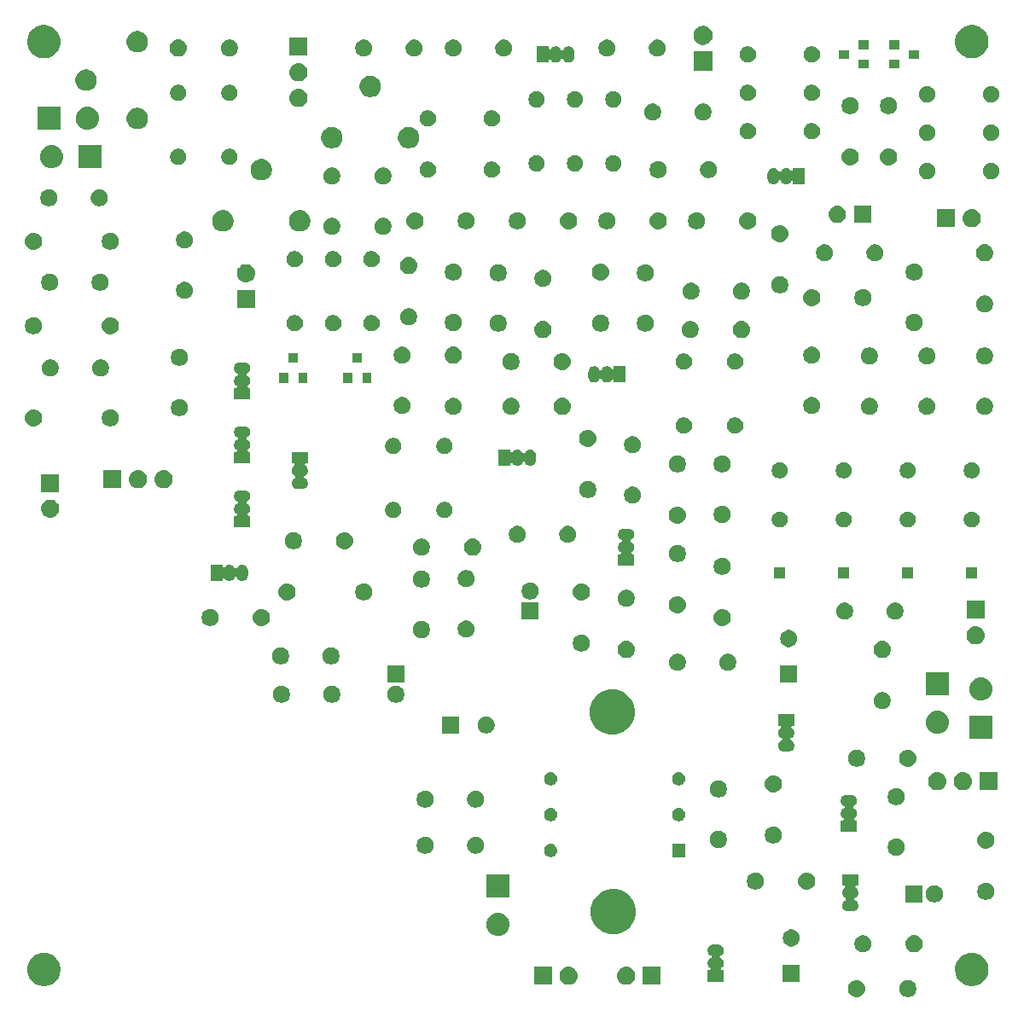
<source format=gbr>
G04 #@! TF.GenerationSoftware,KiCad,Pcbnew,(5.1.2)-2*
G04 #@! TF.CreationDate,2020-07-27T19:16:20-04:00*
G04 #@! TF.ProjectId,2n2-trans,326e322d-7472-4616-9e73-2e6b69636164,rev?*
G04 #@! TF.SameCoordinates,Original*
G04 #@! TF.FileFunction,Soldermask,Top*
G04 #@! TF.FilePolarity,Negative*
%FSLAX46Y46*%
G04 Gerber Fmt 4.6, Leading zero omitted, Abs format (unit mm)*
G04 Created by KiCad (PCBNEW (5.1.2)-2) date 2020-07-27 19:16:20*
%MOMM*%
%LPD*%
G04 APERTURE LIST*
%ADD10C,0.100000*%
G04 APERTURE END LIST*
D10*
G36*
X165983228Y-141421703D02*
G01*
X166138100Y-141485853D01*
X166277481Y-141578985D01*
X166396015Y-141697519D01*
X166489147Y-141836900D01*
X166553297Y-141991772D01*
X166586000Y-142156184D01*
X166586000Y-142323816D01*
X166553297Y-142488228D01*
X166489147Y-142643100D01*
X166396015Y-142782481D01*
X166277481Y-142901015D01*
X166138100Y-142994147D01*
X165983228Y-143058297D01*
X165818816Y-143091000D01*
X165651184Y-143091000D01*
X165486772Y-143058297D01*
X165331900Y-142994147D01*
X165192519Y-142901015D01*
X165073985Y-142782481D01*
X164980853Y-142643100D01*
X164916703Y-142488228D01*
X164884000Y-142323816D01*
X164884000Y-142156184D01*
X164916703Y-141991772D01*
X164980853Y-141836900D01*
X165073985Y-141697519D01*
X165192519Y-141578985D01*
X165331900Y-141485853D01*
X165486772Y-141421703D01*
X165651184Y-141389000D01*
X165818816Y-141389000D01*
X165983228Y-141421703D01*
X165983228Y-141421703D01*
G37*
G36*
X160821823Y-141401313D02*
G01*
X160982242Y-141449976D01*
X161049361Y-141485852D01*
X161130078Y-141528996D01*
X161259659Y-141635341D01*
X161366004Y-141764922D01*
X161366005Y-141764924D01*
X161445024Y-141912758D01*
X161493687Y-142073177D01*
X161510117Y-142240000D01*
X161493687Y-142406823D01*
X161445024Y-142567242D01*
X161404477Y-142643100D01*
X161366004Y-142715078D01*
X161259659Y-142844659D01*
X161130078Y-142951004D01*
X161130076Y-142951005D01*
X160982242Y-143030024D01*
X160821823Y-143078687D01*
X160696804Y-143091000D01*
X160613196Y-143091000D01*
X160488177Y-143078687D01*
X160327758Y-143030024D01*
X160179924Y-142951005D01*
X160179922Y-142951004D01*
X160050341Y-142844659D01*
X159943996Y-142715078D01*
X159905523Y-142643100D01*
X159864976Y-142567242D01*
X159816313Y-142406823D01*
X159799883Y-142240000D01*
X159816313Y-142073177D01*
X159864976Y-141912758D01*
X159943995Y-141764924D01*
X159943996Y-141764922D01*
X160050341Y-141635341D01*
X160179922Y-141528996D01*
X160260639Y-141485852D01*
X160327758Y-141449976D01*
X160488177Y-141401313D01*
X160613196Y-141389000D01*
X160696804Y-141389000D01*
X160821823Y-141401313D01*
X160821823Y-141401313D01*
G37*
G36*
X80385256Y-138726298D02*
G01*
X80491579Y-138747447D01*
X80792042Y-138871903D01*
X81062451Y-139052585D01*
X81292415Y-139282549D01*
X81423349Y-139478505D01*
X81473098Y-139552960D01*
X81597553Y-139853422D01*
X81661000Y-140172389D01*
X81661000Y-140497611D01*
X81635952Y-140623534D01*
X81597553Y-140816579D01*
X81473097Y-141117042D01*
X81292415Y-141387451D01*
X81062451Y-141617415D01*
X80792042Y-141798097D01*
X80792041Y-141798098D01*
X80792040Y-141798098D01*
X80771893Y-141806443D01*
X80491579Y-141922553D01*
X80385256Y-141943702D01*
X80172611Y-141986000D01*
X79847389Y-141986000D01*
X79634744Y-141943702D01*
X79528421Y-141922553D01*
X79248107Y-141806443D01*
X79227960Y-141798098D01*
X79227959Y-141798098D01*
X79227958Y-141798097D01*
X78957549Y-141617415D01*
X78727585Y-141387451D01*
X78546903Y-141117042D01*
X78422447Y-140816579D01*
X78384048Y-140623534D01*
X78359000Y-140497611D01*
X78359000Y-140172389D01*
X78422447Y-139853422D01*
X78546902Y-139552960D01*
X78596651Y-139478505D01*
X78727585Y-139282549D01*
X78957549Y-139052585D01*
X79227958Y-138871903D01*
X79528421Y-138747447D01*
X79634744Y-138726298D01*
X79847389Y-138684000D01*
X80172611Y-138684000D01*
X80385256Y-138726298D01*
X80385256Y-138726298D01*
G37*
G36*
X172460256Y-138726298D02*
G01*
X172566579Y-138747447D01*
X172867042Y-138871903D01*
X173137451Y-139052585D01*
X173367415Y-139282549D01*
X173498349Y-139478505D01*
X173548098Y-139552960D01*
X173672553Y-139853422D01*
X173736000Y-140172389D01*
X173736000Y-140497611D01*
X173710952Y-140623534D01*
X173672553Y-140816579D01*
X173548097Y-141117042D01*
X173367415Y-141387451D01*
X173137451Y-141617415D01*
X172867042Y-141798097D01*
X172867041Y-141798098D01*
X172867040Y-141798098D01*
X172846893Y-141806443D01*
X172566579Y-141922553D01*
X172460256Y-141943702D01*
X172247611Y-141986000D01*
X171922389Y-141986000D01*
X171709744Y-141943702D01*
X171603421Y-141922553D01*
X171323107Y-141806443D01*
X171302960Y-141798098D01*
X171302959Y-141798098D01*
X171302958Y-141798097D01*
X171032549Y-141617415D01*
X170802585Y-141387451D01*
X170621903Y-141117042D01*
X170497447Y-140816579D01*
X170459048Y-140623534D01*
X170434000Y-140497611D01*
X170434000Y-140172389D01*
X170497447Y-139853422D01*
X170621902Y-139552960D01*
X170671651Y-139478505D01*
X170802585Y-139282549D01*
X171032549Y-139052585D01*
X171302958Y-138871903D01*
X171603421Y-138747447D01*
X171709744Y-138726298D01*
X171922389Y-138684000D01*
X172247611Y-138684000D01*
X172460256Y-138726298D01*
X172460256Y-138726298D01*
G37*
G36*
X141236000Y-141871000D02*
G01*
X139434000Y-141871000D01*
X139434000Y-140069000D01*
X141236000Y-140069000D01*
X141236000Y-141871000D01*
X141236000Y-141871000D01*
G37*
G36*
X132190443Y-140075519D02*
G01*
X132256627Y-140082037D01*
X132426466Y-140133557D01*
X132582991Y-140217222D01*
X132601870Y-140232716D01*
X132720186Y-140329814D01*
X132772367Y-140393398D01*
X132832778Y-140467009D01*
X132916443Y-140623534D01*
X132967963Y-140793373D01*
X132985359Y-140970000D01*
X132967963Y-141146627D01*
X132916443Y-141316466D01*
X132832778Y-141472991D01*
X132822223Y-141485852D01*
X132720186Y-141610186D01*
X132618729Y-141693448D01*
X132582991Y-141722778D01*
X132426466Y-141806443D01*
X132256627Y-141857963D01*
X132190443Y-141864481D01*
X132124260Y-141871000D01*
X132035740Y-141871000D01*
X131969557Y-141864481D01*
X131903373Y-141857963D01*
X131733534Y-141806443D01*
X131577009Y-141722778D01*
X131541271Y-141693448D01*
X131439814Y-141610186D01*
X131337777Y-141485852D01*
X131327222Y-141472991D01*
X131243557Y-141316466D01*
X131192037Y-141146627D01*
X131174641Y-140970000D01*
X131192037Y-140793373D01*
X131243557Y-140623534D01*
X131327222Y-140467009D01*
X131387633Y-140393398D01*
X131439814Y-140329814D01*
X131558130Y-140232716D01*
X131577009Y-140217222D01*
X131733534Y-140133557D01*
X131903373Y-140082037D01*
X131969557Y-140075519D01*
X132035740Y-140069000D01*
X132124260Y-140069000D01*
X132190443Y-140075519D01*
X132190443Y-140075519D01*
G37*
G36*
X130441000Y-141871000D02*
G01*
X128639000Y-141871000D01*
X128639000Y-140069000D01*
X130441000Y-140069000D01*
X130441000Y-141871000D01*
X130441000Y-141871000D01*
G37*
G36*
X137905443Y-140075519D02*
G01*
X137971627Y-140082037D01*
X138141466Y-140133557D01*
X138297991Y-140217222D01*
X138316870Y-140232716D01*
X138435186Y-140329814D01*
X138487367Y-140393398D01*
X138547778Y-140467009D01*
X138631443Y-140623534D01*
X138682963Y-140793373D01*
X138700359Y-140970000D01*
X138682963Y-141146627D01*
X138631443Y-141316466D01*
X138547778Y-141472991D01*
X138537223Y-141485852D01*
X138435186Y-141610186D01*
X138333729Y-141693448D01*
X138297991Y-141722778D01*
X138141466Y-141806443D01*
X137971627Y-141857963D01*
X137905443Y-141864481D01*
X137839260Y-141871000D01*
X137750740Y-141871000D01*
X137684557Y-141864481D01*
X137618373Y-141857963D01*
X137448534Y-141806443D01*
X137292009Y-141722778D01*
X137256271Y-141693448D01*
X137154814Y-141610186D01*
X137052777Y-141485852D01*
X137042222Y-141472991D01*
X136958557Y-141316466D01*
X136907037Y-141146627D01*
X136889641Y-140970000D01*
X136907037Y-140793373D01*
X136958557Y-140623534D01*
X137042222Y-140467009D01*
X137102633Y-140393398D01*
X137154814Y-140329814D01*
X137273130Y-140232716D01*
X137292009Y-140217222D01*
X137448534Y-140133557D01*
X137618373Y-140082037D01*
X137684557Y-140075519D01*
X137750740Y-140069000D01*
X137839260Y-140069000D01*
X137905443Y-140075519D01*
X137905443Y-140075519D01*
G37*
G36*
X155029000Y-141567000D02*
G01*
X153327000Y-141567000D01*
X153327000Y-139865000D01*
X155029000Y-139865000D01*
X155029000Y-141567000D01*
X155029000Y-141567000D01*
G37*
G36*
X147022916Y-137862334D02*
G01*
X147131492Y-137895271D01*
X147131495Y-137895272D01*
X147167601Y-137914571D01*
X147231557Y-137948756D01*
X147319264Y-138020736D01*
X147391244Y-138108443D01*
X147425429Y-138172399D01*
X147444728Y-138208505D01*
X147444729Y-138208508D01*
X147477666Y-138317084D01*
X147488787Y-138430000D01*
X147477666Y-138542916D01*
X147450130Y-138633687D01*
X147444728Y-138651495D01*
X147427353Y-138684000D01*
X147391244Y-138751557D01*
X147319264Y-138839264D01*
X147231557Y-138911244D01*
X147150141Y-138954761D01*
X147129766Y-138968375D01*
X147112439Y-138985702D01*
X147098826Y-139006076D01*
X147089448Y-139028715D01*
X147084668Y-139052748D01*
X147084668Y-139077252D01*
X147089448Y-139101285D01*
X147098826Y-139123924D01*
X147112440Y-139144299D01*
X147129767Y-139161626D01*
X147150141Y-139175239D01*
X147231557Y-139218756D01*
X147319264Y-139290736D01*
X147391244Y-139378443D01*
X147425429Y-139442399D01*
X147444728Y-139478505D01*
X147444729Y-139478508D01*
X147477666Y-139587084D01*
X147488787Y-139700000D01*
X147477666Y-139812916D01*
X147444729Y-139921492D01*
X147444728Y-139921495D01*
X147425429Y-139957601D01*
X147391244Y-140021557D01*
X147319264Y-140109264D01*
X147242354Y-140172383D01*
X147225035Y-140189702D01*
X147211421Y-140210077D01*
X147202043Y-140232716D01*
X147197263Y-140256749D01*
X147197263Y-140281253D01*
X147202043Y-140305286D01*
X147211421Y-140327925D01*
X147225034Y-140348299D01*
X147242361Y-140365626D01*
X147262736Y-140379240D01*
X147285375Y-140388618D01*
X147309408Y-140393398D01*
X147321660Y-140394000D01*
X147486000Y-140394000D01*
X147486000Y-141546000D01*
X145884000Y-141546000D01*
X145884000Y-140394000D01*
X146048340Y-140394000D01*
X146072726Y-140391598D01*
X146096175Y-140384485D01*
X146117786Y-140372934D01*
X146136728Y-140357389D01*
X146152273Y-140338447D01*
X146163824Y-140316836D01*
X146170937Y-140293387D01*
X146173339Y-140269001D01*
X146170937Y-140244615D01*
X146163824Y-140221166D01*
X146152273Y-140199555D01*
X146136728Y-140180613D01*
X146127653Y-140172389D01*
X146050736Y-140109264D01*
X145978756Y-140021557D01*
X145944571Y-139957601D01*
X145925272Y-139921495D01*
X145925271Y-139921492D01*
X145892334Y-139812916D01*
X145881213Y-139700000D01*
X145892334Y-139587084D01*
X145925271Y-139478508D01*
X145925272Y-139478505D01*
X145944571Y-139442399D01*
X145978756Y-139378443D01*
X146050736Y-139290736D01*
X146138443Y-139218756D01*
X146219859Y-139175239D01*
X146240234Y-139161625D01*
X146257561Y-139144298D01*
X146271174Y-139123924D01*
X146280552Y-139101285D01*
X146285332Y-139077252D01*
X146285332Y-139052748D01*
X146280552Y-139028715D01*
X146271174Y-139006076D01*
X146257560Y-138985701D01*
X146240233Y-138968374D01*
X146219859Y-138954761D01*
X146138443Y-138911244D01*
X146050736Y-138839264D01*
X145978756Y-138751557D01*
X145942647Y-138684000D01*
X145925272Y-138651495D01*
X145919870Y-138633687D01*
X145892334Y-138542916D01*
X145881213Y-138430000D01*
X145892334Y-138317084D01*
X145925271Y-138208508D01*
X145925272Y-138208505D01*
X145944571Y-138172399D01*
X145978756Y-138108443D01*
X146050736Y-138020736D01*
X146138443Y-137948756D01*
X146202399Y-137914571D01*
X146238505Y-137895272D01*
X146238508Y-137895271D01*
X146347084Y-137862334D01*
X146431702Y-137854000D01*
X146938298Y-137854000D01*
X147022916Y-137862334D01*
X147022916Y-137862334D01*
G37*
G36*
X161538228Y-136976703D02*
G01*
X161693100Y-137040853D01*
X161832481Y-137133985D01*
X161951015Y-137252519D01*
X162044147Y-137391900D01*
X162108297Y-137546772D01*
X162141000Y-137711184D01*
X162141000Y-137878816D01*
X162108297Y-138043228D01*
X162044147Y-138198100D01*
X161951015Y-138337481D01*
X161832481Y-138456015D01*
X161693100Y-138549147D01*
X161538228Y-138613297D01*
X161373816Y-138646000D01*
X161206184Y-138646000D01*
X161041772Y-138613297D01*
X160886900Y-138549147D01*
X160747519Y-138456015D01*
X160628985Y-138337481D01*
X160535853Y-138198100D01*
X160471703Y-138043228D01*
X160439000Y-137878816D01*
X160439000Y-137711184D01*
X160471703Y-137546772D01*
X160535853Y-137391900D01*
X160628985Y-137252519D01*
X160747519Y-137133985D01*
X160886900Y-137040853D01*
X161041772Y-136976703D01*
X161206184Y-136944000D01*
X161373816Y-136944000D01*
X161538228Y-136976703D01*
X161538228Y-136976703D01*
G37*
G36*
X166536823Y-136956313D02*
G01*
X166697242Y-137004976D01*
X166764361Y-137040852D01*
X166845078Y-137083996D01*
X166974659Y-137190341D01*
X167081004Y-137319922D01*
X167081005Y-137319924D01*
X167160024Y-137467758D01*
X167208687Y-137628177D01*
X167225117Y-137795000D01*
X167208687Y-137961823D01*
X167160024Y-138122242D01*
X167119477Y-138198100D01*
X167081004Y-138270078D01*
X166974659Y-138399659D01*
X166845078Y-138506004D01*
X166845076Y-138506005D01*
X166697242Y-138585024D01*
X166536823Y-138633687D01*
X166411804Y-138646000D01*
X166328196Y-138646000D01*
X166203177Y-138633687D01*
X166042758Y-138585024D01*
X165894924Y-138506005D01*
X165894922Y-138506004D01*
X165765341Y-138399659D01*
X165658996Y-138270078D01*
X165620523Y-138198100D01*
X165579976Y-138122242D01*
X165531313Y-137961823D01*
X165514883Y-137795000D01*
X165531313Y-137628177D01*
X165579976Y-137467758D01*
X165658995Y-137319924D01*
X165658996Y-137319922D01*
X165765341Y-137190341D01*
X165894922Y-137083996D01*
X165975639Y-137040852D01*
X166042758Y-137004976D01*
X166203177Y-136956313D01*
X166328196Y-136944000D01*
X166411804Y-136944000D01*
X166536823Y-136956313D01*
X166536823Y-136956313D01*
G37*
G36*
X154426228Y-136397703D02*
G01*
X154581100Y-136461853D01*
X154720481Y-136554985D01*
X154839015Y-136673519D01*
X154932147Y-136812900D01*
X154996297Y-136967772D01*
X155029000Y-137132184D01*
X155029000Y-137299816D01*
X154996297Y-137464228D01*
X154932147Y-137619100D01*
X154839015Y-137758481D01*
X154720481Y-137877015D01*
X154581100Y-137970147D01*
X154426228Y-138034297D01*
X154261816Y-138067000D01*
X154094184Y-138067000D01*
X153929772Y-138034297D01*
X153774900Y-137970147D01*
X153635519Y-137877015D01*
X153516985Y-137758481D01*
X153423853Y-137619100D01*
X153359703Y-137464228D01*
X153327000Y-137299816D01*
X153327000Y-137132184D01*
X153359703Y-136967772D01*
X153423853Y-136812900D01*
X153516985Y-136673519D01*
X153635519Y-136554985D01*
X153774900Y-136461853D01*
X153929772Y-136397703D01*
X154094184Y-136365000D01*
X154261816Y-136365000D01*
X154426228Y-136397703D01*
X154426228Y-136397703D01*
G37*
G36*
X125264271Y-134750103D02*
G01*
X125320635Y-134755654D01*
X125537600Y-134821470D01*
X125537602Y-134821471D01*
X125737555Y-134928347D01*
X125912818Y-135072182D01*
X126056653Y-135247445D01*
X126154959Y-135431365D01*
X126163530Y-135447400D01*
X126229346Y-135664365D01*
X126251569Y-135890000D01*
X126229346Y-136115635D01*
X126170539Y-136309495D01*
X126163529Y-136332602D01*
X126056653Y-136532555D01*
X125912818Y-136707818D01*
X125737555Y-136851653D01*
X125564784Y-136944000D01*
X125537600Y-136958530D01*
X125320635Y-137024346D01*
X125264271Y-137029897D01*
X125151545Y-137041000D01*
X125038455Y-137041000D01*
X124925729Y-137029897D01*
X124869365Y-137024346D01*
X124652400Y-136958530D01*
X124625216Y-136944000D01*
X124452445Y-136851653D01*
X124277182Y-136707818D01*
X124133347Y-136532555D01*
X124026471Y-136332602D01*
X124019462Y-136309495D01*
X123960654Y-136115635D01*
X123938431Y-135890000D01*
X123960654Y-135664365D01*
X124026470Y-135447400D01*
X124035041Y-135431365D01*
X124133347Y-135247445D01*
X124277182Y-135072182D01*
X124452445Y-134928347D01*
X124652398Y-134821471D01*
X124652400Y-134821470D01*
X124869365Y-134755654D01*
X124925729Y-134750103D01*
X125038455Y-134739000D01*
X125151545Y-134739000D01*
X125264271Y-134750103D01*
X125264271Y-134750103D01*
G37*
G36*
X136800880Y-132379776D02*
G01*
X137181593Y-132455504D01*
X137591249Y-132625189D01*
X137959929Y-132871534D01*
X138273466Y-133185071D01*
X138519811Y-133553751D01*
X138689496Y-133963407D01*
X138776000Y-134398296D01*
X138776000Y-134841704D01*
X138689496Y-135276593D01*
X138519811Y-135686249D01*
X138273466Y-136054929D01*
X137959929Y-136368466D01*
X137591249Y-136614811D01*
X137181593Y-136784496D01*
X136800880Y-136860224D01*
X136746705Y-136871000D01*
X136303295Y-136871000D01*
X136249120Y-136860224D01*
X135868407Y-136784496D01*
X135458751Y-136614811D01*
X135090071Y-136368466D01*
X134776534Y-136054929D01*
X134530189Y-135686249D01*
X134360504Y-135276593D01*
X134274000Y-134841704D01*
X134274000Y-134398296D01*
X134360504Y-133963407D01*
X134530189Y-133553751D01*
X134776534Y-133185071D01*
X135090071Y-132871534D01*
X135458751Y-132625189D01*
X135868407Y-132455504D01*
X136249120Y-132379776D01*
X136303295Y-132369000D01*
X136746705Y-132369000D01*
X136800880Y-132379776D01*
X136800880Y-132379776D01*
G37*
G36*
X160821000Y-132021000D02*
G01*
X160656660Y-132021000D01*
X160632274Y-132023402D01*
X160608825Y-132030515D01*
X160587214Y-132042066D01*
X160568272Y-132057611D01*
X160552727Y-132076553D01*
X160541176Y-132098164D01*
X160534063Y-132121613D01*
X160531661Y-132145999D01*
X160534063Y-132170385D01*
X160541176Y-132193834D01*
X160552727Y-132215445D01*
X160568272Y-132234387D01*
X160577345Y-132242609D01*
X160654264Y-132305736D01*
X160726244Y-132393443D01*
X160742042Y-132423000D01*
X160779728Y-132493505D01*
X160779729Y-132493508D01*
X160812666Y-132602084D01*
X160823787Y-132715000D01*
X160812666Y-132827916D01*
X160781545Y-132930505D01*
X160779728Y-132936495D01*
X160760429Y-132972601D01*
X160726244Y-133036557D01*
X160654264Y-133124264D01*
X160566557Y-133196244D01*
X160501532Y-133231000D01*
X160485141Y-133239761D01*
X160464766Y-133253375D01*
X160447439Y-133270702D01*
X160433826Y-133291076D01*
X160424448Y-133313715D01*
X160419668Y-133337748D01*
X160419668Y-133362252D01*
X160424448Y-133386285D01*
X160433826Y-133408924D01*
X160447440Y-133429299D01*
X160464767Y-133446626D01*
X160485141Y-133460239D01*
X160566557Y-133503756D01*
X160654264Y-133575736D01*
X160726244Y-133663443D01*
X160760429Y-133727399D01*
X160779728Y-133763505D01*
X160779729Y-133763508D01*
X160812666Y-133872084D01*
X160823787Y-133985000D01*
X160812666Y-134097916D01*
X160779729Y-134206492D01*
X160779728Y-134206495D01*
X160764807Y-134234410D01*
X160726244Y-134306557D01*
X160654264Y-134394264D01*
X160566557Y-134466244D01*
X160502601Y-134500429D01*
X160466495Y-134519728D01*
X160466492Y-134519729D01*
X160357916Y-134552666D01*
X160273298Y-134561000D01*
X159766702Y-134561000D01*
X159682084Y-134552666D01*
X159573508Y-134519729D01*
X159573505Y-134519728D01*
X159537399Y-134500429D01*
X159473443Y-134466244D01*
X159385736Y-134394264D01*
X159313756Y-134306557D01*
X159275193Y-134234410D01*
X159260272Y-134206495D01*
X159260271Y-134206492D01*
X159227334Y-134097916D01*
X159216213Y-133985000D01*
X159227334Y-133872084D01*
X159260271Y-133763508D01*
X159260272Y-133763505D01*
X159279571Y-133727399D01*
X159313756Y-133663443D01*
X159385736Y-133575736D01*
X159473443Y-133503756D01*
X159554859Y-133460239D01*
X159575234Y-133446625D01*
X159592561Y-133429298D01*
X159606174Y-133408924D01*
X159615552Y-133386285D01*
X159620332Y-133362252D01*
X159620332Y-133337748D01*
X159615552Y-133313715D01*
X159606174Y-133291076D01*
X159592560Y-133270701D01*
X159575233Y-133253374D01*
X159554859Y-133239761D01*
X159538468Y-133231000D01*
X159473443Y-133196244D01*
X159385736Y-133124264D01*
X159313756Y-133036557D01*
X159279571Y-132972601D01*
X159260272Y-132936495D01*
X159258455Y-132930505D01*
X159227334Y-132827916D01*
X159216213Y-132715000D01*
X159227334Y-132602084D01*
X159260271Y-132493508D01*
X159260272Y-132493505D01*
X159297958Y-132423000D01*
X159313756Y-132393443D01*
X159385736Y-132305736D01*
X159462646Y-132242617D01*
X159479965Y-132225298D01*
X159493579Y-132204923D01*
X159502957Y-132182284D01*
X159507737Y-132158251D01*
X159507737Y-132133747D01*
X159502957Y-132109714D01*
X159493579Y-132087075D01*
X159479966Y-132066701D01*
X159462639Y-132049374D01*
X159442264Y-132035760D01*
X159419625Y-132026382D01*
X159395592Y-132021602D01*
X159383340Y-132021000D01*
X159219000Y-132021000D01*
X159219000Y-130869000D01*
X160821000Y-130869000D01*
X160821000Y-132021000D01*
X160821000Y-132021000D01*
G37*
G36*
X168618228Y-132023703D02*
G01*
X168773100Y-132087853D01*
X168912481Y-132180985D01*
X169031015Y-132299519D01*
X169124147Y-132438900D01*
X169188297Y-132593772D01*
X169221000Y-132758184D01*
X169221000Y-132925816D01*
X169188297Y-133090228D01*
X169124147Y-133245100D01*
X169031015Y-133384481D01*
X168912481Y-133503015D01*
X168773100Y-133596147D01*
X168618228Y-133660297D01*
X168453816Y-133693000D01*
X168286184Y-133693000D01*
X168121772Y-133660297D01*
X167966900Y-133596147D01*
X167827519Y-133503015D01*
X167708985Y-133384481D01*
X167615853Y-133245100D01*
X167551703Y-133090228D01*
X167519000Y-132925816D01*
X167519000Y-132758184D01*
X167551703Y-132593772D01*
X167615853Y-132438900D01*
X167708985Y-132299519D01*
X167827519Y-132180985D01*
X167966900Y-132087853D01*
X168121772Y-132023703D01*
X168286184Y-131991000D01*
X168453816Y-131991000D01*
X168618228Y-132023703D01*
X168618228Y-132023703D01*
G37*
G36*
X167221000Y-133693000D02*
G01*
X165519000Y-133693000D01*
X165519000Y-131991000D01*
X167221000Y-131991000D01*
X167221000Y-133693000D01*
X167221000Y-133693000D01*
G37*
G36*
X173730228Y-131769703D02*
G01*
X173885100Y-131833853D01*
X174024481Y-131926985D01*
X174143015Y-132045519D01*
X174236147Y-132184900D01*
X174300297Y-132339772D01*
X174333000Y-132504184D01*
X174333000Y-132671816D01*
X174300297Y-132836228D01*
X174236147Y-132991100D01*
X174143015Y-133130481D01*
X174024481Y-133249015D01*
X173885100Y-133342147D01*
X173730228Y-133406297D01*
X173565816Y-133439000D01*
X173398184Y-133439000D01*
X173233772Y-133406297D01*
X173078900Y-133342147D01*
X172939519Y-133249015D01*
X172820985Y-133130481D01*
X172727853Y-132991100D01*
X172663703Y-132836228D01*
X172631000Y-132671816D01*
X172631000Y-132504184D01*
X172663703Y-132339772D01*
X172727853Y-132184900D01*
X172820985Y-132045519D01*
X172939519Y-131926985D01*
X173078900Y-131833853D01*
X173233772Y-131769703D01*
X173398184Y-131737000D01*
X173565816Y-131737000D01*
X173730228Y-131769703D01*
X173730228Y-131769703D01*
G37*
G36*
X126246000Y-133231000D02*
G01*
X123944000Y-133231000D01*
X123944000Y-130929000D01*
X126246000Y-130929000D01*
X126246000Y-133231000D01*
X126246000Y-133231000D01*
G37*
G36*
X155868823Y-130733313D02*
G01*
X156029242Y-130781976D01*
X156096361Y-130817852D01*
X156177078Y-130860996D01*
X156306659Y-130967341D01*
X156413004Y-131096922D01*
X156413005Y-131096924D01*
X156492024Y-131244758D01*
X156540687Y-131405177D01*
X156557117Y-131572000D01*
X156540687Y-131738823D01*
X156492024Y-131899242D01*
X156451477Y-131975100D01*
X156413004Y-132047078D01*
X156306659Y-132176659D01*
X156177078Y-132283004D01*
X156177076Y-132283005D01*
X156029242Y-132362024D01*
X155868823Y-132410687D01*
X155743804Y-132423000D01*
X155660196Y-132423000D01*
X155535177Y-132410687D01*
X155374758Y-132362024D01*
X155226924Y-132283005D01*
X155226922Y-132283004D01*
X155097341Y-132176659D01*
X154990996Y-132047078D01*
X154952523Y-131975100D01*
X154911976Y-131899242D01*
X154863313Y-131738823D01*
X154846883Y-131572000D01*
X154863313Y-131405177D01*
X154911976Y-131244758D01*
X154990995Y-131096924D01*
X154990996Y-131096922D01*
X155097341Y-130967341D01*
X155226922Y-130860996D01*
X155307639Y-130817852D01*
X155374758Y-130781976D01*
X155535177Y-130733313D01*
X155660196Y-130721000D01*
X155743804Y-130721000D01*
X155868823Y-130733313D01*
X155868823Y-130733313D01*
G37*
G36*
X150870228Y-130753703D02*
G01*
X151025100Y-130817853D01*
X151164481Y-130910985D01*
X151283015Y-131029519D01*
X151376147Y-131168900D01*
X151440297Y-131323772D01*
X151473000Y-131488184D01*
X151473000Y-131655816D01*
X151440297Y-131820228D01*
X151376147Y-131975100D01*
X151283015Y-132114481D01*
X151164481Y-132233015D01*
X151025100Y-132326147D01*
X150870228Y-132390297D01*
X150705816Y-132423000D01*
X150538184Y-132423000D01*
X150373772Y-132390297D01*
X150218900Y-132326147D01*
X150079519Y-132233015D01*
X149960985Y-132114481D01*
X149867853Y-131975100D01*
X149803703Y-131820228D01*
X149771000Y-131655816D01*
X149771000Y-131488184D01*
X149803703Y-131323772D01*
X149867853Y-131168900D01*
X149960985Y-131029519D01*
X150079519Y-130910985D01*
X150218900Y-130817853D01*
X150373772Y-130753703D01*
X150538184Y-130721000D01*
X150705816Y-130721000D01*
X150870228Y-130753703D01*
X150870228Y-130753703D01*
G37*
G36*
X130491890Y-127898017D02*
G01*
X130610364Y-127947091D01*
X130664219Y-127983076D01*
X130716988Y-128018335D01*
X130807665Y-128109012D01*
X130878910Y-128215638D01*
X130913036Y-128298024D01*
X130927983Y-128334110D01*
X130953000Y-128459882D01*
X130953000Y-128588118D01*
X130927983Y-128713890D01*
X130878909Y-128832364D01*
X130807665Y-128938988D01*
X130716988Y-129029665D01*
X130610364Y-129100909D01*
X130610363Y-129100910D01*
X130610362Y-129100910D01*
X130491890Y-129149983D01*
X130366119Y-129175000D01*
X130237881Y-129175000D01*
X130112110Y-129149983D01*
X129993638Y-129100910D01*
X129993637Y-129100910D01*
X129993636Y-129100909D01*
X129887012Y-129029665D01*
X129796335Y-128938988D01*
X129725091Y-128832364D01*
X129676017Y-128713890D01*
X129651000Y-128588118D01*
X129651000Y-128459882D01*
X129676017Y-128334110D01*
X129690964Y-128298024D01*
X129725090Y-128215638D01*
X129796335Y-128109012D01*
X129887012Y-128018335D01*
X129939781Y-127983076D01*
X129993636Y-127947091D01*
X130112110Y-127898017D01*
X130237881Y-127873000D01*
X130366119Y-127873000D01*
X130491890Y-127898017D01*
X130491890Y-127898017D01*
G37*
G36*
X143653000Y-129175000D02*
G01*
X142351000Y-129175000D01*
X142351000Y-127873000D01*
X143653000Y-127873000D01*
X143653000Y-129175000D01*
X143653000Y-129175000D01*
G37*
G36*
X164840228Y-127371703D02*
G01*
X164995100Y-127435853D01*
X165134481Y-127528985D01*
X165253015Y-127647519D01*
X165346147Y-127786900D01*
X165410297Y-127941772D01*
X165443000Y-128106184D01*
X165443000Y-128273816D01*
X165410297Y-128438228D01*
X165346147Y-128593100D01*
X165253015Y-128732481D01*
X165134481Y-128851015D01*
X164995100Y-128944147D01*
X164840228Y-129008297D01*
X164675816Y-129041000D01*
X164508184Y-129041000D01*
X164343772Y-129008297D01*
X164188900Y-128944147D01*
X164049519Y-128851015D01*
X163930985Y-128732481D01*
X163837853Y-128593100D01*
X163773703Y-128438228D01*
X163741000Y-128273816D01*
X163741000Y-128106184D01*
X163773703Y-127941772D01*
X163837853Y-127786900D01*
X163930985Y-127647519D01*
X164049519Y-127528985D01*
X164188900Y-127435853D01*
X164343772Y-127371703D01*
X164508184Y-127339000D01*
X164675816Y-127339000D01*
X164840228Y-127371703D01*
X164840228Y-127371703D01*
G37*
G36*
X123104228Y-127197703D02*
G01*
X123259100Y-127261853D01*
X123398481Y-127354985D01*
X123517015Y-127473519D01*
X123610147Y-127612900D01*
X123674297Y-127767772D01*
X123707000Y-127932184D01*
X123707000Y-128099816D01*
X123674297Y-128264228D01*
X123610147Y-128419100D01*
X123517015Y-128558481D01*
X123398481Y-128677015D01*
X123259100Y-128770147D01*
X123104228Y-128834297D01*
X122939816Y-128867000D01*
X122772184Y-128867000D01*
X122607772Y-128834297D01*
X122452900Y-128770147D01*
X122313519Y-128677015D01*
X122194985Y-128558481D01*
X122101853Y-128419100D01*
X122037703Y-128264228D01*
X122005000Y-128099816D01*
X122005000Y-127932184D01*
X122037703Y-127767772D01*
X122101853Y-127612900D01*
X122194985Y-127473519D01*
X122313519Y-127354985D01*
X122452900Y-127261853D01*
X122607772Y-127197703D01*
X122772184Y-127165000D01*
X122939816Y-127165000D01*
X123104228Y-127197703D01*
X123104228Y-127197703D01*
G37*
G36*
X118104228Y-127197703D02*
G01*
X118259100Y-127261853D01*
X118398481Y-127354985D01*
X118517015Y-127473519D01*
X118610147Y-127612900D01*
X118674297Y-127767772D01*
X118707000Y-127932184D01*
X118707000Y-128099816D01*
X118674297Y-128264228D01*
X118610147Y-128419100D01*
X118517015Y-128558481D01*
X118398481Y-128677015D01*
X118259100Y-128770147D01*
X118104228Y-128834297D01*
X117939816Y-128867000D01*
X117772184Y-128867000D01*
X117607772Y-128834297D01*
X117452900Y-128770147D01*
X117313519Y-128677015D01*
X117194985Y-128558481D01*
X117101853Y-128419100D01*
X117037703Y-128264228D01*
X117005000Y-128099816D01*
X117005000Y-127932184D01*
X117037703Y-127767772D01*
X117101853Y-127612900D01*
X117194985Y-127473519D01*
X117313519Y-127354985D01*
X117452900Y-127261853D01*
X117607772Y-127197703D01*
X117772184Y-127165000D01*
X117939816Y-127165000D01*
X118104228Y-127197703D01*
X118104228Y-127197703D01*
G37*
G36*
X173648823Y-126669313D02*
G01*
X173809242Y-126717976D01*
X173900931Y-126766985D01*
X173957078Y-126796996D01*
X174086659Y-126903341D01*
X174193004Y-127032922D01*
X174193005Y-127032924D01*
X174272024Y-127180758D01*
X174320687Y-127341177D01*
X174337117Y-127508000D01*
X174320687Y-127674823D01*
X174286688Y-127786903D01*
X174273281Y-127831100D01*
X174272024Y-127835242D01*
X174238470Y-127898017D01*
X174193004Y-127983078D01*
X174086659Y-128112659D01*
X173957078Y-128219004D01*
X173957076Y-128219005D01*
X173809242Y-128298024D01*
X173648823Y-128346687D01*
X173523804Y-128359000D01*
X173440196Y-128359000D01*
X173315177Y-128346687D01*
X173154758Y-128298024D01*
X173006924Y-128219005D01*
X173006922Y-128219004D01*
X172877341Y-128112659D01*
X172770996Y-127983078D01*
X172725530Y-127898017D01*
X172691976Y-127835242D01*
X172690720Y-127831100D01*
X172677312Y-127786903D01*
X172643313Y-127674823D01*
X172626883Y-127508000D01*
X172643313Y-127341177D01*
X172691976Y-127180758D01*
X172770995Y-127032924D01*
X172770996Y-127032922D01*
X172877341Y-126903341D01*
X173006922Y-126796996D01*
X173063069Y-126766985D01*
X173154758Y-126717976D01*
X173315177Y-126669313D01*
X173440196Y-126657000D01*
X173523804Y-126657000D01*
X173648823Y-126669313D01*
X173648823Y-126669313D01*
G37*
G36*
X147187228Y-126609703D02*
G01*
X147342100Y-126673853D01*
X147481481Y-126766985D01*
X147600015Y-126885519D01*
X147693147Y-127024900D01*
X147757297Y-127179772D01*
X147790000Y-127344184D01*
X147790000Y-127511816D01*
X147757297Y-127676228D01*
X147693147Y-127831100D01*
X147600015Y-127970481D01*
X147481481Y-128089015D01*
X147342100Y-128182147D01*
X147187228Y-128246297D01*
X147022816Y-128279000D01*
X146855184Y-128279000D01*
X146690772Y-128246297D01*
X146535900Y-128182147D01*
X146396519Y-128089015D01*
X146277985Y-127970481D01*
X146184853Y-127831100D01*
X146120703Y-127676228D01*
X146088000Y-127511816D01*
X146088000Y-127344184D01*
X146120703Y-127179772D01*
X146184853Y-127024900D01*
X146277985Y-126885519D01*
X146396519Y-126766985D01*
X146535900Y-126673853D01*
X146690772Y-126609703D01*
X146855184Y-126577000D01*
X147022816Y-126577000D01*
X147187228Y-126609703D01*
X147187228Y-126609703D01*
G37*
G36*
X152648228Y-126181703D02*
G01*
X152803100Y-126245853D01*
X152942481Y-126338985D01*
X153061015Y-126457519D01*
X153154147Y-126596900D01*
X153218297Y-126751772D01*
X153251000Y-126916184D01*
X153251000Y-127083816D01*
X153218297Y-127248228D01*
X153154147Y-127403100D01*
X153061015Y-127542481D01*
X152942481Y-127661015D01*
X152803100Y-127754147D01*
X152648228Y-127818297D01*
X152483816Y-127851000D01*
X152316184Y-127851000D01*
X152151772Y-127818297D01*
X151996900Y-127754147D01*
X151857519Y-127661015D01*
X151738985Y-127542481D01*
X151645853Y-127403100D01*
X151581703Y-127248228D01*
X151549000Y-127083816D01*
X151549000Y-126916184D01*
X151581703Y-126751772D01*
X151645853Y-126596900D01*
X151738985Y-126457519D01*
X151857519Y-126338985D01*
X151996900Y-126245853D01*
X152151772Y-126181703D01*
X152316184Y-126149000D01*
X152483816Y-126149000D01*
X152648228Y-126181703D01*
X152648228Y-126181703D01*
G37*
G36*
X160230916Y-123003334D02*
G01*
X160339492Y-123036271D01*
X160339495Y-123036272D01*
X160375601Y-123055571D01*
X160439557Y-123089756D01*
X160527264Y-123161736D01*
X160599244Y-123249443D01*
X160612271Y-123273816D01*
X160652728Y-123349505D01*
X160652729Y-123349508D01*
X160685666Y-123458084D01*
X160696787Y-123571000D01*
X160685666Y-123683916D01*
X160652729Y-123792492D01*
X160652728Y-123792495D01*
X160633429Y-123828601D01*
X160599244Y-123892557D01*
X160527264Y-123980264D01*
X160439557Y-124052244D01*
X160358141Y-124095761D01*
X160337766Y-124109375D01*
X160320439Y-124126702D01*
X160306826Y-124147076D01*
X160297448Y-124169715D01*
X160292668Y-124193748D01*
X160292668Y-124218252D01*
X160297448Y-124242285D01*
X160306826Y-124264924D01*
X160320440Y-124285299D01*
X160337767Y-124302626D01*
X160358141Y-124316239D01*
X160439557Y-124359756D01*
X160527264Y-124431736D01*
X160599244Y-124519443D01*
X160633429Y-124583399D01*
X160652728Y-124619505D01*
X160652729Y-124619508D01*
X160685666Y-124728084D01*
X160696787Y-124841000D01*
X160685666Y-124953916D01*
X160652729Y-125062492D01*
X160652728Y-125062495D01*
X160633429Y-125098601D01*
X160599244Y-125162557D01*
X160527264Y-125250264D01*
X160450354Y-125313383D01*
X160433035Y-125330702D01*
X160419421Y-125351077D01*
X160410043Y-125373716D01*
X160405263Y-125397749D01*
X160405263Y-125422253D01*
X160410043Y-125446286D01*
X160419421Y-125468925D01*
X160433034Y-125489299D01*
X160450361Y-125506626D01*
X160470736Y-125520240D01*
X160493375Y-125529618D01*
X160517408Y-125534398D01*
X160529660Y-125535000D01*
X160694000Y-125535000D01*
X160694000Y-126687000D01*
X159092000Y-126687000D01*
X159092000Y-125535000D01*
X159256340Y-125535000D01*
X159280726Y-125532598D01*
X159304175Y-125525485D01*
X159325786Y-125513934D01*
X159344728Y-125498389D01*
X159360273Y-125479447D01*
X159371824Y-125457836D01*
X159378937Y-125434387D01*
X159381339Y-125410001D01*
X159378937Y-125385615D01*
X159371824Y-125362166D01*
X159360273Y-125340555D01*
X159344728Y-125321613D01*
X159335655Y-125313391D01*
X159258736Y-125250264D01*
X159186756Y-125162557D01*
X159152571Y-125098601D01*
X159133272Y-125062495D01*
X159133271Y-125062492D01*
X159100334Y-124953916D01*
X159089213Y-124841000D01*
X159100334Y-124728084D01*
X159133271Y-124619508D01*
X159133272Y-124619505D01*
X159152571Y-124583399D01*
X159186756Y-124519443D01*
X159258736Y-124431736D01*
X159346443Y-124359756D01*
X159427859Y-124316239D01*
X159448234Y-124302625D01*
X159465561Y-124285298D01*
X159479174Y-124264924D01*
X159488552Y-124242285D01*
X159493332Y-124218252D01*
X159493332Y-124193748D01*
X159488552Y-124169715D01*
X159479174Y-124147076D01*
X159465560Y-124126701D01*
X159448233Y-124109374D01*
X159427859Y-124095761D01*
X159346443Y-124052244D01*
X159258736Y-123980264D01*
X159186756Y-123892557D01*
X159152571Y-123828601D01*
X159133272Y-123792495D01*
X159133271Y-123792492D01*
X159100334Y-123683916D01*
X159089213Y-123571000D01*
X159100334Y-123458084D01*
X159133271Y-123349508D01*
X159133272Y-123349505D01*
X159173729Y-123273816D01*
X159186756Y-123249443D01*
X159258736Y-123161736D01*
X159346443Y-123089756D01*
X159410399Y-123055571D01*
X159446505Y-123036272D01*
X159446508Y-123036271D01*
X159555084Y-123003334D01*
X159639702Y-122995000D01*
X160146298Y-122995000D01*
X160230916Y-123003334D01*
X160230916Y-123003334D01*
G37*
G36*
X130491890Y-124342017D02*
G01*
X130610364Y-124391091D01*
X130671193Y-124431736D01*
X130716988Y-124462335D01*
X130807665Y-124553012D01*
X130878910Y-124659638D01*
X130927983Y-124778110D01*
X130953000Y-124903881D01*
X130953000Y-125032119D01*
X130946958Y-125062495D01*
X130927983Y-125157890D01*
X130878909Y-125276364D01*
X130807665Y-125382988D01*
X130716988Y-125473665D01*
X130610364Y-125544909D01*
X130610363Y-125544910D01*
X130610362Y-125544910D01*
X130491890Y-125593983D01*
X130366119Y-125619000D01*
X130237881Y-125619000D01*
X130112110Y-125593983D01*
X129993638Y-125544910D01*
X129993637Y-125544910D01*
X129993636Y-125544909D01*
X129887012Y-125473665D01*
X129796335Y-125382988D01*
X129725091Y-125276364D01*
X129676017Y-125157890D01*
X129657042Y-125062495D01*
X129651000Y-125032119D01*
X129651000Y-124903881D01*
X129676017Y-124778110D01*
X129725090Y-124659638D01*
X129796335Y-124553012D01*
X129887012Y-124462335D01*
X129932807Y-124431736D01*
X129993636Y-124391091D01*
X130112110Y-124342017D01*
X130237881Y-124317000D01*
X130366119Y-124317000D01*
X130491890Y-124342017D01*
X130491890Y-124342017D01*
G37*
G36*
X143191890Y-124342017D02*
G01*
X143310364Y-124391091D01*
X143371193Y-124431736D01*
X143416988Y-124462335D01*
X143507665Y-124553012D01*
X143578910Y-124659638D01*
X143627983Y-124778110D01*
X143653000Y-124903881D01*
X143653000Y-125032119D01*
X143646958Y-125062495D01*
X143627983Y-125157890D01*
X143578909Y-125276364D01*
X143507665Y-125382988D01*
X143416988Y-125473665D01*
X143310364Y-125544909D01*
X143310363Y-125544910D01*
X143310362Y-125544910D01*
X143191890Y-125593983D01*
X143066119Y-125619000D01*
X142937881Y-125619000D01*
X142812110Y-125593983D01*
X142693638Y-125544910D01*
X142693637Y-125544910D01*
X142693636Y-125544909D01*
X142587012Y-125473665D01*
X142496335Y-125382988D01*
X142425091Y-125276364D01*
X142376017Y-125157890D01*
X142357042Y-125062495D01*
X142351000Y-125032119D01*
X142351000Y-124903881D01*
X142376017Y-124778110D01*
X142425090Y-124659638D01*
X142496335Y-124553012D01*
X142587012Y-124462335D01*
X142632807Y-124431736D01*
X142693636Y-124391091D01*
X142812110Y-124342017D01*
X142937881Y-124317000D01*
X143066119Y-124317000D01*
X143191890Y-124342017D01*
X143191890Y-124342017D01*
G37*
G36*
X123104228Y-122625703D02*
G01*
X123259100Y-122689853D01*
X123398481Y-122782985D01*
X123517015Y-122901519D01*
X123610147Y-123040900D01*
X123674297Y-123195772D01*
X123707000Y-123360184D01*
X123707000Y-123527816D01*
X123674297Y-123692228D01*
X123610147Y-123847100D01*
X123517015Y-123986481D01*
X123398481Y-124105015D01*
X123259100Y-124198147D01*
X123104228Y-124262297D01*
X122939816Y-124295000D01*
X122772184Y-124295000D01*
X122607772Y-124262297D01*
X122452900Y-124198147D01*
X122313519Y-124105015D01*
X122194985Y-123986481D01*
X122101853Y-123847100D01*
X122037703Y-123692228D01*
X122005000Y-123527816D01*
X122005000Y-123360184D01*
X122037703Y-123195772D01*
X122101853Y-123040900D01*
X122194985Y-122901519D01*
X122313519Y-122782985D01*
X122452900Y-122689853D01*
X122607772Y-122625703D01*
X122772184Y-122593000D01*
X122939816Y-122593000D01*
X123104228Y-122625703D01*
X123104228Y-122625703D01*
G37*
G36*
X118104228Y-122625703D02*
G01*
X118259100Y-122689853D01*
X118398481Y-122782985D01*
X118517015Y-122901519D01*
X118610147Y-123040900D01*
X118674297Y-123195772D01*
X118707000Y-123360184D01*
X118707000Y-123527816D01*
X118674297Y-123692228D01*
X118610147Y-123847100D01*
X118517015Y-123986481D01*
X118398481Y-124105015D01*
X118259100Y-124198147D01*
X118104228Y-124262297D01*
X117939816Y-124295000D01*
X117772184Y-124295000D01*
X117607772Y-124262297D01*
X117452900Y-124198147D01*
X117313519Y-124105015D01*
X117194985Y-123986481D01*
X117101853Y-123847100D01*
X117037703Y-123692228D01*
X117005000Y-123527816D01*
X117005000Y-123360184D01*
X117037703Y-123195772D01*
X117101853Y-123040900D01*
X117194985Y-122901519D01*
X117313519Y-122782985D01*
X117452900Y-122689853D01*
X117607772Y-122625703D01*
X117772184Y-122593000D01*
X117939816Y-122593000D01*
X118104228Y-122625703D01*
X118104228Y-122625703D01*
G37*
G36*
X164840228Y-122371703D02*
G01*
X164995100Y-122435853D01*
X165134481Y-122528985D01*
X165253015Y-122647519D01*
X165346147Y-122786900D01*
X165410297Y-122941772D01*
X165443000Y-123106184D01*
X165443000Y-123273816D01*
X165410297Y-123438228D01*
X165346147Y-123593100D01*
X165253015Y-123732481D01*
X165134481Y-123851015D01*
X164995100Y-123944147D01*
X164840228Y-124008297D01*
X164675816Y-124041000D01*
X164508184Y-124041000D01*
X164343772Y-124008297D01*
X164188900Y-123944147D01*
X164049519Y-123851015D01*
X163930985Y-123732481D01*
X163837853Y-123593100D01*
X163773703Y-123438228D01*
X163741000Y-123273816D01*
X163741000Y-123106184D01*
X163773703Y-122941772D01*
X163837853Y-122786900D01*
X163930985Y-122647519D01*
X164049519Y-122528985D01*
X164188900Y-122435853D01*
X164343772Y-122371703D01*
X164508184Y-122339000D01*
X164675816Y-122339000D01*
X164840228Y-122371703D01*
X164840228Y-122371703D01*
G37*
G36*
X147187228Y-121609703D02*
G01*
X147342100Y-121673853D01*
X147481481Y-121766985D01*
X147600015Y-121885519D01*
X147693147Y-122024900D01*
X147757297Y-122179772D01*
X147790000Y-122344184D01*
X147790000Y-122511816D01*
X147757297Y-122676228D01*
X147693147Y-122831100D01*
X147600015Y-122970481D01*
X147481481Y-123089015D01*
X147342100Y-123182147D01*
X147187228Y-123246297D01*
X147022816Y-123279000D01*
X146855184Y-123279000D01*
X146690772Y-123246297D01*
X146535900Y-123182147D01*
X146396519Y-123089015D01*
X146277985Y-122970481D01*
X146184853Y-122831100D01*
X146120703Y-122676228D01*
X146088000Y-122511816D01*
X146088000Y-122344184D01*
X146120703Y-122179772D01*
X146184853Y-122024900D01*
X146277985Y-121885519D01*
X146396519Y-121766985D01*
X146535900Y-121673853D01*
X146690772Y-121609703D01*
X146855184Y-121577000D01*
X147022816Y-121577000D01*
X147187228Y-121609703D01*
X147187228Y-121609703D01*
G37*
G36*
X152566823Y-121081313D02*
G01*
X152727242Y-121129976D01*
X152859906Y-121200886D01*
X152875078Y-121208996D01*
X153004659Y-121315341D01*
X153111004Y-121444922D01*
X153111005Y-121444924D01*
X153190024Y-121592758D01*
X153238687Y-121753177D01*
X153255117Y-121920000D01*
X153238687Y-122086823D01*
X153190024Y-122247242D01*
X153140978Y-122339000D01*
X153111004Y-122395078D01*
X153004659Y-122524659D01*
X152875078Y-122631004D01*
X152875076Y-122631005D01*
X152727242Y-122710024D01*
X152566823Y-122758687D01*
X152441804Y-122771000D01*
X152358196Y-122771000D01*
X152233177Y-122758687D01*
X152072758Y-122710024D01*
X151924924Y-122631005D01*
X151924922Y-122631004D01*
X151795341Y-122524659D01*
X151688996Y-122395078D01*
X151659022Y-122339000D01*
X151609976Y-122247242D01*
X151561313Y-122086823D01*
X151544883Y-121920000D01*
X151561313Y-121753177D01*
X151609976Y-121592758D01*
X151688995Y-121444924D01*
X151688996Y-121444922D01*
X151795341Y-121315341D01*
X151924922Y-121208996D01*
X151940094Y-121200886D01*
X152072758Y-121129976D01*
X152233177Y-121081313D01*
X152358196Y-121069000D01*
X152441804Y-121069000D01*
X152566823Y-121081313D01*
X152566823Y-121081313D01*
G37*
G36*
X168766442Y-120771518D02*
G01*
X168832627Y-120778037D01*
X169002466Y-120829557D01*
X169002468Y-120829558D01*
X169012819Y-120835091D01*
X169158991Y-120913222D01*
X169194729Y-120942552D01*
X169296186Y-121025814D01*
X169379448Y-121127271D01*
X169408778Y-121163009D01*
X169492443Y-121319534D01*
X169543963Y-121489373D01*
X169561359Y-121666000D01*
X169543963Y-121842627D01*
X169492443Y-122012466D01*
X169408778Y-122168991D01*
X169399931Y-122179771D01*
X169296186Y-122306186D01*
X169194729Y-122389448D01*
X169158991Y-122418778D01*
X169002466Y-122502443D01*
X168832627Y-122553963D01*
X168766442Y-122560482D01*
X168700260Y-122567000D01*
X168611740Y-122567000D01*
X168545558Y-122560482D01*
X168479373Y-122553963D01*
X168309534Y-122502443D01*
X168153009Y-122418778D01*
X168117271Y-122389448D01*
X168015814Y-122306186D01*
X167912069Y-122179771D01*
X167903222Y-122168991D01*
X167819557Y-122012466D01*
X167768037Y-121842627D01*
X167750641Y-121666000D01*
X167768037Y-121489373D01*
X167819557Y-121319534D01*
X167903222Y-121163009D01*
X167932552Y-121127271D01*
X168015814Y-121025814D01*
X168117271Y-120942552D01*
X168153009Y-120913222D01*
X168299181Y-120835091D01*
X168309532Y-120829558D01*
X168309534Y-120829557D01*
X168479373Y-120778037D01*
X168545558Y-120771518D01*
X168611740Y-120765000D01*
X168700260Y-120765000D01*
X168766442Y-120771518D01*
X168766442Y-120771518D01*
G37*
G36*
X171306442Y-120771518D02*
G01*
X171372627Y-120778037D01*
X171542466Y-120829557D01*
X171542468Y-120829558D01*
X171552819Y-120835091D01*
X171698991Y-120913222D01*
X171734729Y-120942552D01*
X171836186Y-121025814D01*
X171919448Y-121127271D01*
X171948778Y-121163009D01*
X172032443Y-121319534D01*
X172083963Y-121489373D01*
X172101359Y-121666000D01*
X172083963Y-121842627D01*
X172032443Y-122012466D01*
X171948778Y-122168991D01*
X171939931Y-122179771D01*
X171836186Y-122306186D01*
X171734729Y-122389448D01*
X171698991Y-122418778D01*
X171542466Y-122502443D01*
X171372627Y-122553963D01*
X171306442Y-122560482D01*
X171240260Y-122567000D01*
X171151740Y-122567000D01*
X171085558Y-122560482D01*
X171019373Y-122553963D01*
X170849534Y-122502443D01*
X170693009Y-122418778D01*
X170657271Y-122389448D01*
X170555814Y-122306186D01*
X170452069Y-122179771D01*
X170443222Y-122168991D01*
X170359557Y-122012466D01*
X170308037Y-121842627D01*
X170290641Y-121666000D01*
X170308037Y-121489373D01*
X170359557Y-121319534D01*
X170443222Y-121163009D01*
X170472552Y-121127271D01*
X170555814Y-121025814D01*
X170657271Y-120942552D01*
X170693009Y-120913222D01*
X170839181Y-120835091D01*
X170849532Y-120829558D01*
X170849534Y-120829557D01*
X171019373Y-120778037D01*
X171085558Y-120771518D01*
X171151740Y-120765000D01*
X171240260Y-120765000D01*
X171306442Y-120771518D01*
X171306442Y-120771518D01*
G37*
G36*
X174637000Y-122567000D02*
G01*
X172835000Y-122567000D01*
X172835000Y-120765000D01*
X174637000Y-120765000D01*
X174637000Y-122567000D01*
X174637000Y-122567000D01*
G37*
G36*
X143191890Y-120786017D02*
G01*
X143297007Y-120829558D01*
X143310364Y-120835091D01*
X143416988Y-120906335D01*
X143507665Y-120997012D01*
X143526911Y-121025815D01*
X143578910Y-121103638D01*
X143627983Y-121222110D01*
X143653000Y-121347881D01*
X143653000Y-121476119D01*
X143650363Y-121489375D01*
X143627983Y-121601890D01*
X143578909Y-121720364D01*
X143507665Y-121826988D01*
X143416988Y-121917665D01*
X143310364Y-121988909D01*
X143310363Y-121988910D01*
X143310362Y-121988910D01*
X143191890Y-122037983D01*
X143066119Y-122063000D01*
X142937881Y-122063000D01*
X142812110Y-122037983D01*
X142693638Y-121988910D01*
X142693637Y-121988910D01*
X142693636Y-121988909D01*
X142587012Y-121917665D01*
X142496335Y-121826988D01*
X142425091Y-121720364D01*
X142376017Y-121601890D01*
X142353637Y-121489375D01*
X142351000Y-121476119D01*
X142351000Y-121347881D01*
X142376017Y-121222110D01*
X142425090Y-121103638D01*
X142477090Y-121025815D01*
X142496335Y-120997012D01*
X142587012Y-120906335D01*
X142693636Y-120835091D01*
X142706994Y-120829558D01*
X142812110Y-120786017D01*
X142937881Y-120761000D01*
X143066119Y-120761000D01*
X143191890Y-120786017D01*
X143191890Y-120786017D01*
G37*
G36*
X130491890Y-120786017D02*
G01*
X130597007Y-120829558D01*
X130610364Y-120835091D01*
X130716988Y-120906335D01*
X130807665Y-120997012D01*
X130826911Y-121025815D01*
X130878910Y-121103638D01*
X130927983Y-121222110D01*
X130953000Y-121347881D01*
X130953000Y-121476119D01*
X130950363Y-121489375D01*
X130927983Y-121601890D01*
X130878909Y-121720364D01*
X130807665Y-121826988D01*
X130716988Y-121917665D01*
X130610364Y-121988909D01*
X130610363Y-121988910D01*
X130610362Y-121988910D01*
X130491890Y-122037983D01*
X130366119Y-122063000D01*
X130237881Y-122063000D01*
X130112110Y-122037983D01*
X129993638Y-121988910D01*
X129993637Y-121988910D01*
X129993636Y-121988909D01*
X129887012Y-121917665D01*
X129796335Y-121826988D01*
X129725091Y-121720364D01*
X129676017Y-121601890D01*
X129653637Y-121489375D01*
X129651000Y-121476119D01*
X129651000Y-121347881D01*
X129676017Y-121222110D01*
X129725090Y-121103638D01*
X129777090Y-121025815D01*
X129796335Y-120997012D01*
X129887012Y-120906335D01*
X129993636Y-120835091D01*
X130006994Y-120829558D01*
X130112110Y-120786017D01*
X130237881Y-120761000D01*
X130366119Y-120761000D01*
X130491890Y-120786017D01*
X130491890Y-120786017D01*
G37*
G36*
X160903228Y-118561703D02*
G01*
X161058100Y-118625853D01*
X161197481Y-118718985D01*
X161316015Y-118837519D01*
X161409147Y-118976900D01*
X161473297Y-119131772D01*
X161506000Y-119296184D01*
X161506000Y-119463816D01*
X161473297Y-119628228D01*
X161409147Y-119783100D01*
X161316015Y-119922481D01*
X161197481Y-120041015D01*
X161058100Y-120134147D01*
X160903228Y-120198297D01*
X160738816Y-120231000D01*
X160571184Y-120231000D01*
X160406772Y-120198297D01*
X160251900Y-120134147D01*
X160112519Y-120041015D01*
X159993985Y-119922481D01*
X159900853Y-119783100D01*
X159836703Y-119628228D01*
X159804000Y-119463816D01*
X159804000Y-119296184D01*
X159836703Y-119131772D01*
X159900853Y-118976900D01*
X159993985Y-118837519D01*
X160112519Y-118718985D01*
X160251900Y-118625853D01*
X160406772Y-118561703D01*
X160571184Y-118529000D01*
X160738816Y-118529000D01*
X160903228Y-118561703D01*
X160903228Y-118561703D01*
G37*
G36*
X165901823Y-118541313D02*
G01*
X166062242Y-118589976D01*
X166194906Y-118660886D01*
X166210078Y-118668996D01*
X166339659Y-118775341D01*
X166446004Y-118904922D01*
X166446005Y-118904924D01*
X166525024Y-119052758D01*
X166573687Y-119213177D01*
X166590117Y-119380000D01*
X166573687Y-119546823D01*
X166525024Y-119707242D01*
X166484477Y-119783100D01*
X166446004Y-119855078D01*
X166339659Y-119984659D01*
X166210078Y-120091004D01*
X166210076Y-120091005D01*
X166062242Y-120170024D01*
X165901823Y-120218687D01*
X165776804Y-120231000D01*
X165693196Y-120231000D01*
X165568177Y-120218687D01*
X165407758Y-120170024D01*
X165259924Y-120091005D01*
X165259922Y-120091004D01*
X165130341Y-119984659D01*
X165023996Y-119855078D01*
X164985523Y-119783100D01*
X164944976Y-119707242D01*
X164896313Y-119546823D01*
X164879883Y-119380000D01*
X164896313Y-119213177D01*
X164944976Y-119052758D01*
X165023995Y-118904924D01*
X165023996Y-118904922D01*
X165130341Y-118775341D01*
X165259922Y-118668996D01*
X165275094Y-118660886D01*
X165407758Y-118589976D01*
X165568177Y-118541313D01*
X165693196Y-118529000D01*
X165776804Y-118529000D01*
X165901823Y-118541313D01*
X165901823Y-118541313D01*
G37*
G36*
X154471000Y-116146000D02*
G01*
X154306660Y-116146000D01*
X154282274Y-116148402D01*
X154258825Y-116155515D01*
X154237214Y-116167066D01*
X154218272Y-116182611D01*
X154202727Y-116201553D01*
X154191176Y-116223164D01*
X154184063Y-116246613D01*
X154181661Y-116270999D01*
X154184063Y-116295385D01*
X154191176Y-116318834D01*
X154202727Y-116340445D01*
X154218272Y-116359387D01*
X154227345Y-116367609D01*
X154304264Y-116430736D01*
X154376244Y-116518443D01*
X154396567Y-116556466D01*
X154429728Y-116618505D01*
X154429729Y-116618508D01*
X154462666Y-116727084D01*
X154473787Y-116840000D01*
X154462666Y-116952916D01*
X154430485Y-117059000D01*
X154429728Y-117061495D01*
X154410429Y-117097601D01*
X154376244Y-117161557D01*
X154304264Y-117249264D01*
X154216557Y-117321244D01*
X154135141Y-117364761D01*
X154114766Y-117378375D01*
X154097439Y-117395702D01*
X154083826Y-117416076D01*
X154074448Y-117438715D01*
X154069668Y-117462748D01*
X154069668Y-117487252D01*
X154074448Y-117511285D01*
X154083826Y-117533924D01*
X154097440Y-117554299D01*
X154114767Y-117571626D01*
X154135141Y-117585239D01*
X154216557Y-117628756D01*
X154304264Y-117700736D01*
X154376244Y-117788443D01*
X154410429Y-117852399D01*
X154429728Y-117888505D01*
X154429729Y-117888508D01*
X154462666Y-117997084D01*
X154473787Y-118110000D01*
X154462666Y-118222916D01*
X154429729Y-118331492D01*
X154429728Y-118331495D01*
X154410429Y-118367601D01*
X154376244Y-118431557D01*
X154304264Y-118519264D01*
X154216557Y-118591244D01*
X154152601Y-118625429D01*
X154116495Y-118644728D01*
X154116492Y-118644729D01*
X154007916Y-118677666D01*
X153923298Y-118686000D01*
X153416702Y-118686000D01*
X153332084Y-118677666D01*
X153223508Y-118644729D01*
X153223505Y-118644728D01*
X153187399Y-118625429D01*
X153123443Y-118591244D01*
X153035736Y-118519264D01*
X152963756Y-118431557D01*
X152929571Y-118367601D01*
X152910272Y-118331495D01*
X152910271Y-118331492D01*
X152877334Y-118222916D01*
X152866213Y-118110000D01*
X152877334Y-117997084D01*
X152910271Y-117888508D01*
X152910272Y-117888505D01*
X152929571Y-117852399D01*
X152963756Y-117788443D01*
X153035736Y-117700736D01*
X153123443Y-117628756D01*
X153204859Y-117585239D01*
X153225234Y-117571625D01*
X153242561Y-117554298D01*
X153256174Y-117533924D01*
X153265552Y-117511285D01*
X153270332Y-117487252D01*
X153270332Y-117462748D01*
X153265552Y-117438715D01*
X153256174Y-117416076D01*
X153242560Y-117395701D01*
X153225233Y-117378374D01*
X153204859Y-117364761D01*
X153123443Y-117321244D01*
X153035736Y-117249264D01*
X152963756Y-117161557D01*
X152929571Y-117097601D01*
X152910272Y-117061495D01*
X152909515Y-117059000D01*
X152877334Y-116952916D01*
X152866213Y-116840000D01*
X152877334Y-116727084D01*
X152910271Y-116618508D01*
X152910272Y-116618505D01*
X152943433Y-116556466D01*
X152963756Y-116518443D01*
X153035736Y-116430736D01*
X153112646Y-116367617D01*
X153129965Y-116350298D01*
X153143579Y-116329923D01*
X153152957Y-116307284D01*
X153157737Y-116283251D01*
X153157737Y-116258747D01*
X153152957Y-116234714D01*
X153143579Y-116212075D01*
X153129966Y-116191701D01*
X153112639Y-116174374D01*
X153092264Y-116160760D01*
X153069625Y-116151382D01*
X153045592Y-116146602D01*
X153033340Y-116146000D01*
X152869000Y-116146000D01*
X152869000Y-114994000D01*
X154471000Y-114994000D01*
X154471000Y-116146000D01*
X154471000Y-116146000D01*
G37*
G36*
X174125000Y-117483000D02*
G01*
X171823000Y-117483000D01*
X171823000Y-115181000D01*
X174125000Y-115181000D01*
X174125000Y-117483000D01*
X174125000Y-117483000D01*
G37*
G36*
X136673880Y-112567776D02*
G01*
X137054593Y-112643504D01*
X137464249Y-112813189D01*
X137832929Y-113059534D01*
X138146466Y-113373071D01*
X138392811Y-113741751D01*
X138562496Y-114151407D01*
X138649000Y-114586296D01*
X138649000Y-115029704D01*
X138562496Y-115464593D01*
X138392811Y-115874249D01*
X138146466Y-116242929D01*
X137832929Y-116556466D01*
X137464249Y-116802811D01*
X137054593Y-116972496D01*
X136673880Y-117048224D01*
X136619705Y-117059000D01*
X136176295Y-117059000D01*
X136122120Y-117048224D01*
X135741407Y-116972496D01*
X135331751Y-116802811D01*
X134963071Y-116556466D01*
X134649534Y-116242929D01*
X134403189Y-115874249D01*
X134233504Y-115464593D01*
X134147000Y-115029704D01*
X134147000Y-114586296D01*
X134233504Y-114151407D01*
X134403189Y-113741751D01*
X134649534Y-113373071D01*
X134963071Y-113059534D01*
X135331751Y-112813189D01*
X135741407Y-112643504D01*
X136122120Y-112567776D01*
X136176295Y-112557000D01*
X136619705Y-112557000D01*
X136673880Y-112567776D01*
X136673880Y-112567776D01*
G37*
G36*
X168825271Y-114684103D02*
G01*
X168881635Y-114689654D01*
X169098600Y-114755470D01*
X169098602Y-114755471D01*
X169298555Y-114862347D01*
X169473818Y-115006182D01*
X169617653Y-115181445D01*
X169642002Y-115227000D01*
X169724530Y-115381400D01*
X169790346Y-115598365D01*
X169812569Y-115824000D01*
X169790346Y-116049635D01*
X169725319Y-116264000D01*
X169724529Y-116266602D01*
X169617653Y-116466555D01*
X169473818Y-116641818D01*
X169298555Y-116785653D01*
X169098602Y-116892529D01*
X169098600Y-116892530D01*
X168881635Y-116958346D01*
X168825271Y-116963897D01*
X168712545Y-116975000D01*
X168599455Y-116975000D01*
X168486729Y-116963897D01*
X168430365Y-116958346D01*
X168213400Y-116892530D01*
X168213398Y-116892529D01*
X168013445Y-116785653D01*
X167838182Y-116641818D01*
X167694347Y-116466555D01*
X167587471Y-116266602D01*
X167586682Y-116264000D01*
X167521654Y-116049635D01*
X167499431Y-115824000D01*
X167521654Y-115598365D01*
X167587470Y-115381400D01*
X167669998Y-115227000D01*
X167694347Y-115181445D01*
X167838182Y-115006182D01*
X168013445Y-114862347D01*
X168213398Y-114755471D01*
X168213400Y-114755470D01*
X168430365Y-114689654D01*
X168486729Y-114684103D01*
X168599455Y-114673000D01*
X168712545Y-114673000D01*
X168825271Y-114684103D01*
X168825271Y-114684103D01*
G37*
G36*
X124144228Y-115259703D02*
G01*
X124299100Y-115323853D01*
X124438481Y-115416985D01*
X124557015Y-115535519D01*
X124650147Y-115674900D01*
X124714297Y-115829772D01*
X124747000Y-115994184D01*
X124747000Y-116161816D01*
X124714297Y-116326228D01*
X124650147Y-116481100D01*
X124557015Y-116620481D01*
X124438481Y-116739015D01*
X124299100Y-116832147D01*
X124144228Y-116896297D01*
X123979816Y-116929000D01*
X123812184Y-116929000D01*
X123647772Y-116896297D01*
X123492900Y-116832147D01*
X123353519Y-116739015D01*
X123234985Y-116620481D01*
X123141853Y-116481100D01*
X123077703Y-116326228D01*
X123045000Y-116161816D01*
X123045000Y-115994184D01*
X123077703Y-115829772D01*
X123141853Y-115674900D01*
X123234985Y-115535519D01*
X123353519Y-115416985D01*
X123492900Y-115323853D01*
X123647772Y-115259703D01*
X123812184Y-115227000D01*
X123979816Y-115227000D01*
X124144228Y-115259703D01*
X124144228Y-115259703D01*
G37*
G36*
X121247000Y-116929000D02*
G01*
X119545000Y-116929000D01*
X119545000Y-115227000D01*
X121247000Y-115227000D01*
X121247000Y-116929000D01*
X121247000Y-116929000D01*
G37*
G36*
X163443228Y-112846703D02*
G01*
X163598100Y-112910853D01*
X163737481Y-113003985D01*
X163856015Y-113122519D01*
X163949147Y-113261900D01*
X164013297Y-113416772D01*
X164046000Y-113581184D01*
X164046000Y-113748816D01*
X164013297Y-113913228D01*
X163949147Y-114068100D01*
X163856015Y-114207481D01*
X163737481Y-114326015D01*
X163598100Y-114419147D01*
X163443228Y-114483297D01*
X163278816Y-114516000D01*
X163111184Y-114516000D01*
X162946772Y-114483297D01*
X162791900Y-114419147D01*
X162652519Y-114326015D01*
X162533985Y-114207481D01*
X162440853Y-114068100D01*
X162376703Y-113913228D01*
X162344000Y-113748816D01*
X162344000Y-113581184D01*
X162376703Y-113416772D01*
X162440853Y-113261900D01*
X162533985Y-113122519D01*
X162652519Y-113003985D01*
X162791900Y-112910853D01*
X162946772Y-112846703D01*
X163111184Y-112814000D01*
X163278816Y-112814000D01*
X163443228Y-112846703D01*
X163443228Y-112846703D01*
G37*
G36*
X115183228Y-112211703D02*
G01*
X115338100Y-112275853D01*
X115477481Y-112368985D01*
X115596015Y-112487519D01*
X115689147Y-112626900D01*
X115753297Y-112781772D01*
X115786000Y-112946184D01*
X115786000Y-113113816D01*
X115753297Y-113278228D01*
X115689147Y-113433100D01*
X115596015Y-113572481D01*
X115477481Y-113691015D01*
X115338100Y-113784147D01*
X115183228Y-113848297D01*
X115018816Y-113881000D01*
X114851184Y-113881000D01*
X114686772Y-113848297D01*
X114531900Y-113784147D01*
X114392519Y-113691015D01*
X114273985Y-113572481D01*
X114180853Y-113433100D01*
X114116703Y-113278228D01*
X114084000Y-113113816D01*
X114084000Y-112946184D01*
X114116703Y-112781772D01*
X114180853Y-112626900D01*
X114273985Y-112487519D01*
X114392519Y-112368985D01*
X114531900Y-112275853D01*
X114686772Y-112211703D01*
X114851184Y-112179000D01*
X115018816Y-112179000D01*
X115183228Y-112211703D01*
X115183228Y-112211703D01*
G37*
G36*
X108833228Y-112211703D02*
G01*
X108988100Y-112275853D01*
X109127481Y-112368985D01*
X109246015Y-112487519D01*
X109339147Y-112626900D01*
X109403297Y-112781772D01*
X109436000Y-112946184D01*
X109436000Y-113113816D01*
X109403297Y-113278228D01*
X109339147Y-113433100D01*
X109246015Y-113572481D01*
X109127481Y-113691015D01*
X108988100Y-113784147D01*
X108833228Y-113848297D01*
X108668816Y-113881000D01*
X108501184Y-113881000D01*
X108336772Y-113848297D01*
X108181900Y-113784147D01*
X108042519Y-113691015D01*
X107923985Y-113572481D01*
X107830853Y-113433100D01*
X107766703Y-113278228D01*
X107734000Y-113113816D01*
X107734000Y-112946184D01*
X107766703Y-112781772D01*
X107830853Y-112626900D01*
X107923985Y-112487519D01*
X108042519Y-112368985D01*
X108181900Y-112275853D01*
X108336772Y-112211703D01*
X108501184Y-112179000D01*
X108668816Y-112179000D01*
X108833228Y-112211703D01*
X108833228Y-112211703D01*
G37*
G36*
X103833228Y-112211703D02*
G01*
X103988100Y-112275853D01*
X104127481Y-112368985D01*
X104246015Y-112487519D01*
X104339147Y-112626900D01*
X104403297Y-112781772D01*
X104436000Y-112946184D01*
X104436000Y-113113816D01*
X104403297Y-113278228D01*
X104339147Y-113433100D01*
X104246015Y-113572481D01*
X104127481Y-113691015D01*
X103988100Y-113784147D01*
X103833228Y-113848297D01*
X103668816Y-113881000D01*
X103501184Y-113881000D01*
X103336772Y-113848297D01*
X103181900Y-113784147D01*
X103042519Y-113691015D01*
X102923985Y-113572481D01*
X102830853Y-113433100D01*
X102766703Y-113278228D01*
X102734000Y-113113816D01*
X102734000Y-112946184D01*
X102766703Y-112781772D01*
X102830853Y-112626900D01*
X102923985Y-112487519D01*
X103042519Y-112368985D01*
X103181900Y-112275853D01*
X103336772Y-112211703D01*
X103501184Y-112179000D01*
X103668816Y-112179000D01*
X103833228Y-112211703D01*
X103833228Y-112211703D01*
G37*
G36*
X173143271Y-111382103D02*
G01*
X173199635Y-111387654D01*
X173416600Y-111453470D01*
X173416602Y-111453471D01*
X173616555Y-111560347D01*
X173791818Y-111704182D01*
X173935653Y-111879445D01*
X174042529Y-112079398D01*
X174042530Y-112079400D01*
X174108346Y-112296365D01*
X174130569Y-112522000D01*
X174108346Y-112747635D01*
X174091661Y-112802639D01*
X174042529Y-112964602D01*
X173935653Y-113164555D01*
X173791818Y-113339818D01*
X173616555Y-113483653D01*
X173416602Y-113590529D01*
X173416600Y-113590530D01*
X173199635Y-113656346D01*
X173143271Y-113661897D01*
X173030545Y-113673000D01*
X172917455Y-113673000D01*
X172804729Y-113661897D01*
X172748365Y-113656346D01*
X172531400Y-113590530D01*
X172531398Y-113590529D01*
X172331445Y-113483653D01*
X172156182Y-113339818D01*
X172012347Y-113164555D01*
X171905471Y-112964602D01*
X171856340Y-112802639D01*
X171839654Y-112747635D01*
X171817431Y-112522000D01*
X171839654Y-112296365D01*
X171905470Y-112079400D01*
X171905471Y-112079398D01*
X172012347Y-111879445D01*
X172156182Y-111704182D01*
X172331445Y-111560347D01*
X172531398Y-111453471D01*
X172531400Y-111453470D01*
X172748365Y-111387654D01*
X172804729Y-111382103D01*
X172917455Y-111371000D01*
X173030545Y-111371000D01*
X173143271Y-111382103D01*
X173143271Y-111382103D01*
G37*
G36*
X169807000Y-113165000D02*
G01*
X167505000Y-113165000D01*
X167505000Y-110863000D01*
X169807000Y-110863000D01*
X169807000Y-113165000D01*
X169807000Y-113165000D01*
G37*
G36*
X115786000Y-111881000D02*
G01*
X114084000Y-111881000D01*
X114084000Y-110179000D01*
X115786000Y-110179000D01*
X115786000Y-111881000D01*
X115786000Y-111881000D01*
G37*
G36*
X154775000Y-111849000D02*
G01*
X153073000Y-111849000D01*
X153073000Y-110147000D01*
X154775000Y-110147000D01*
X154775000Y-111849000D01*
X154775000Y-111849000D01*
G37*
G36*
X148123228Y-109036703D02*
G01*
X148278100Y-109100853D01*
X148417481Y-109193985D01*
X148536015Y-109312519D01*
X148629147Y-109451900D01*
X148693297Y-109606772D01*
X148726000Y-109771184D01*
X148726000Y-109938816D01*
X148693297Y-110103228D01*
X148629147Y-110258100D01*
X148536015Y-110397481D01*
X148417481Y-110516015D01*
X148278100Y-110609147D01*
X148123228Y-110673297D01*
X147958816Y-110706000D01*
X147791184Y-110706000D01*
X147626772Y-110673297D01*
X147471900Y-110609147D01*
X147332519Y-110516015D01*
X147213985Y-110397481D01*
X147120853Y-110258100D01*
X147056703Y-110103228D01*
X147024000Y-109938816D01*
X147024000Y-109771184D01*
X147056703Y-109606772D01*
X147120853Y-109451900D01*
X147213985Y-109312519D01*
X147332519Y-109193985D01*
X147471900Y-109100853D01*
X147626772Y-109036703D01*
X147791184Y-109004000D01*
X147958816Y-109004000D01*
X148123228Y-109036703D01*
X148123228Y-109036703D01*
G37*
G36*
X143123228Y-109036703D02*
G01*
X143278100Y-109100853D01*
X143417481Y-109193985D01*
X143536015Y-109312519D01*
X143629147Y-109451900D01*
X143693297Y-109606772D01*
X143726000Y-109771184D01*
X143726000Y-109938816D01*
X143693297Y-110103228D01*
X143629147Y-110258100D01*
X143536015Y-110397481D01*
X143417481Y-110516015D01*
X143278100Y-110609147D01*
X143123228Y-110673297D01*
X142958816Y-110706000D01*
X142791184Y-110706000D01*
X142626772Y-110673297D01*
X142471900Y-110609147D01*
X142332519Y-110516015D01*
X142213985Y-110397481D01*
X142120853Y-110258100D01*
X142056703Y-110103228D01*
X142024000Y-109938816D01*
X142024000Y-109771184D01*
X142056703Y-109606772D01*
X142120853Y-109451900D01*
X142213985Y-109312519D01*
X142332519Y-109193985D01*
X142471900Y-109100853D01*
X142626772Y-109036703D01*
X142791184Y-109004000D01*
X142958816Y-109004000D01*
X143123228Y-109036703D01*
X143123228Y-109036703D01*
G37*
G36*
X108753228Y-108401703D02*
G01*
X108908100Y-108465853D01*
X109047481Y-108558985D01*
X109166015Y-108677519D01*
X109259147Y-108816900D01*
X109323297Y-108971772D01*
X109356000Y-109136184D01*
X109356000Y-109303816D01*
X109323297Y-109468228D01*
X109259147Y-109623100D01*
X109166015Y-109762481D01*
X109047481Y-109881015D01*
X108908100Y-109974147D01*
X108753228Y-110038297D01*
X108588816Y-110071000D01*
X108421184Y-110071000D01*
X108256772Y-110038297D01*
X108101900Y-109974147D01*
X107962519Y-109881015D01*
X107843985Y-109762481D01*
X107750853Y-109623100D01*
X107686703Y-109468228D01*
X107654000Y-109303816D01*
X107654000Y-109136184D01*
X107686703Y-108971772D01*
X107750853Y-108816900D01*
X107843985Y-108677519D01*
X107962519Y-108558985D01*
X108101900Y-108465853D01*
X108256772Y-108401703D01*
X108421184Y-108369000D01*
X108588816Y-108369000D01*
X108753228Y-108401703D01*
X108753228Y-108401703D01*
G37*
G36*
X103753228Y-108401703D02*
G01*
X103908100Y-108465853D01*
X104047481Y-108558985D01*
X104166015Y-108677519D01*
X104259147Y-108816900D01*
X104323297Y-108971772D01*
X104356000Y-109136184D01*
X104356000Y-109303816D01*
X104323297Y-109468228D01*
X104259147Y-109623100D01*
X104166015Y-109762481D01*
X104047481Y-109881015D01*
X103908100Y-109974147D01*
X103753228Y-110038297D01*
X103588816Y-110071000D01*
X103421184Y-110071000D01*
X103256772Y-110038297D01*
X103101900Y-109974147D01*
X102962519Y-109881015D01*
X102843985Y-109762481D01*
X102750853Y-109623100D01*
X102686703Y-109468228D01*
X102654000Y-109303816D01*
X102654000Y-109136184D01*
X102686703Y-108971772D01*
X102750853Y-108816900D01*
X102843985Y-108677519D01*
X102962519Y-108558985D01*
X103101900Y-108465853D01*
X103256772Y-108401703D01*
X103421184Y-108369000D01*
X103588816Y-108369000D01*
X103753228Y-108401703D01*
X103753228Y-108401703D01*
G37*
G36*
X163361823Y-107746313D02*
G01*
X163522242Y-107794976D01*
X163584373Y-107828186D01*
X163670078Y-107873996D01*
X163799659Y-107980341D01*
X163906004Y-108109922D01*
X163906005Y-108109924D01*
X163985024Y-108257758D01*
X164033687Y-108418177D01*
X164050117Y-108585000D01*
X164033687Y-108751823D01*
X163985024Y-108912242D01*
X163935978Y-109004000D01*
X163906004Y-109060078D01*
X163799659Y-109189659D01*
X163670078Y-109296004D01*
X163670076Y-109296005D01*
X163522242Y-109375024D01*
X163361823Y-109423687D01*
X163236804Y-109436000D01*
X163153196Y-109436000D01*
X163028177Y-109423687D01*
X162867758Y-109375024D01*
X162719924Y-109296005D01*
X162719922Y-109296004D01*
X162590341Y-109189659D01*
X162483996Y-109060078D01*
X162454022Y-109004000D01*
X162404976Y-108912242D01*
X162356313Y-108751823D01*
X162339883Y-108585000D01*
X162356313Y-108418177D01*
X162404976Y-108257758D01*
X162483995Y-108109924D01*
X162483996Y-108109922D01*
X162590341Y-107980341D01*
X162719922Y-107873996D01*
X162805627Y-107828186D01*
X162867758Y-107794976D01*
X163028177Y-107746313D01*
X163153196Y-107734000D01*
X163236804Y-107734000D01*
X163361823Y-107746313D01*
X163361823Y-107746313D01*
G37*
G36*
X137961823Y-107746313D02*
G01*
X138122242Y-107794976D01*
X138184373Y-107828186D01*
X138270078Y-107873996D01*
X138399659Y-107980341D01*
X138506004Y-108109922D01*
X138506005Y-108109924D01*
X138585024Y-108257758D01*
X138633687Y-108418177D01*
X138650117Y-108585000D01*
X138633687Y-108751823D01*
X138585024Y-108912242D01*
X138535978Y-109004000D01*
X138506004Y-109060078D01*
X138399659Y-109189659D01*
X138270078Y-109296004D01*
X138270076Y-109296005D01*
X138122242Y-109375024D01*
X137961823Y-109423687D01*
X137836804Y-109436000D01*
X137753196Y-109436000D01*
X137628177Y-109423687D01*
X137467758Y-109375024D01*
X137319924Y-109296005D01*
X137319922Y-109296004D01*
X137190341Y-109189659D01*
X137083996Y-109060078D01*
X137054022Y-109004000D01*
X137004976Y-108912242D01*
X136956313Y-108751823D01*
X136939883Y-108585000D01*
X136956313Y-108418177D01*
X137004976Y-108257758D01*
X137083995Y-108109924D01*
X137083996Y-108109922D01*
X137190341Y-107980341D01*
X137319922Y-107873996D01*
X137405627Y-107828186D01*
X137467758Y-107794976D01*
X137628177Y-107746313D01*
X137753196Y-107734000D01*
X137836804Y-107734000D01*
X137961823Y-107746313D01*
X137961823Y-107746313D01*
G37*
G36*
X133598228Y-107131703D02*
G01*
X133753100Y-107195853D01*
X133892481Y-107288985D01*
X134011015Y-107407519D01*
X134104147Y-107546900D01*
X134168297Y-107701772D01*
X134201000Y-107866184D01*
X134201000Y-108033816D01*
X134168297Y-108198228D01*
X134104147Y-108353100D01*
X134011015Y-108492481D01*
X133892481Y-108611015D01*
X133753100Y-108704147D01*
X133598228Y-108768297D01*
X133433816Y-108801000D01*
X133266184Y-108801000D01*
X133101772Y-108768297D01*
X132946900Y-108704147D01*
X132807519Y-108611015D01*
X132688985Y-108492481D01*
X132595853Y-108353100D01*
X132531703Y-108198228D01*
X132499000Y-108033816D01*
X132499000Y-107866184D01*
X132531703Y-107701772D01*
X132595853Y-107546900D01*
X132688985Y-107407519D01*
X132807519Y-107288985D01*
X132946900Y-107195853D01*
X133101772Y-107131703D01*
X133266184Y-107099000D01*
X133433816Y-107099000D01*
X133598228Y-107131703D01*
X133598228Y-107131703D01*
G37*
G36*
X154172228Y-106679703D02*
G01*
X154327100Y-106743853D01*
X154466481Y-106836985D01*
X154585015Y-106955519D01*
X154678147Y-107094900D01*
X154742297Y-107249772D01*
X154775000Y-107414184D01*
X154775000Y-107581816D01*
X154742297Y-107746228D01*
X154678147Y-107901100D01*
X154585015Y-108040481D01*
X154466481Y-108159015D01*
X154327100Y-108252147D01*
X154172228Y-108316297D01*
X154007816Y-108349000D01*
X153840184Y-108349000D01*
X153675772Y-108316297D01*
X153520900Y-108252147D01*
X153381519Y-108159015D01*
X153262985Y-108040481D01*
X153169853Y-107901100D01*
X153105703Y-107746228D01*
X153073000Y-107581816D01*
X153073000Y-107414184D01*
X153105703Y-107249772D01*
X153169853Y-107094900D01*
X153262985Y-106955519D01*
X153381519Y-106836985D01*
X153520900Y-106743853D01*
X153675772Y-106679703D01*
X153840184Y-106647000D01*
X154007816Y-106647000D01*
X154172228Y-106679703D01*
X154172228Y-106679703D01*
G37*
G36*
X172576442Y-106293518D02*
G01*
X172642627Y-106300037D01*
X172812466Y-106351557D01*
X172968991Y-106435222D01*
X173004729Y-106464552D01*
X173106186Y-106547814D01*
X173179226Y-106636815D01*
X173218778Y-106685009D01*
X173218779Y-106685011D01*
X173300012Y-106836985D01*
X173302443Y-106841534D01*
X173353963Y-107011373D01*
X173371359Y-107188000D01*
X173353963Y-107364627D01*
X173302443Y-107534466D01*
X173218778Y-107690991D01*
X173209931Y-107701771D01*
X173106186Y-107828186D01*
X173004729Y-107911448D01*
X172968991Y-107940778D01*
X172812466Y-108024443D01*
X172642627Y-108075963D01*
X172576442Y-108082482D01*
X172510260Y-108089000D01*
X172421740Y-108089000D01*
X172355558Y-108082482D01*
X172289373Y-108075963D01*
X172119534Y-108024443D01*
X171963009Y-107940778D01*
X171927271Y-107911448D01*
X171825814Y-107828186D01*
X171722069Y-107701771D01*
X171713222Y-107690991D01*
X171629557Y-107534466D01*
X171578037Y-107364627D01*
X171560641Y-107188000D01*
X171578037Y-107011373D01*
X171629557Y-106841534D01*
X171631989Y-106836985D01*
X171713221Y-106685011D01*
X171713222Y-106685009D01*
X171752774Y-106636815D01*
X171825814Y-106547814D01*
X171927271Y-106464552D01*
X171963009Y-106435222D01*
X172119534Y-106351557D01*
X172289373Y-106300037D01*
X172355558Y-106293518D01*
X172421740Y-106287000D01*
X172510260Y-106287000D01*
X172576442Y-106293518D01*
X172576442Y-106293518D01*
G37*
G36*
X117723228Y-105781703D02*
G01*
X117878100Y-105845853D01*
X118017481Y-105938985D01*
X118136015Y-106057519D01*
X118229147Y-106196900D01*
X118293297Y-106351772D01*
X118326000Y-106516184D01*
X118326000Y-106683816D01*
X118293297Y-106848228D01*
X118229147Y-107003100D01*
X118136015Y-107142481D01*
X118017481Y-107261015D01*
X117878100Y-107354147D01*
X117723228Y-107418297D01*
X117558816Y-107451000D01*
X117391184Y-107451000D01*
X117226772Y-107418297D01*
X117071900Y-107354147D01*
X116932519Y-107261015D01*
X116813985Y-107142481D01*
X116720853Y-107003100D01*
X116656703Y-106848228D01*
X116624000Y-106683816D01*
X116624000Y-106516184D01*
X116656703Y-106351772D01*
X116720853Y-106196900D01*
X116813985Y-106057519D01*
X116932519Y-105938985D01*
X117071900Y-105845853D01*
X117226772Y-105781703D01*
X117391184Y-105749000D01*
X117558816Y-105749000D01*
X117723228Y-105781703D01*
X117723228Y-105781703D01*
G37*
G36*
X122168228Y-105734703D02*
G01*
X122323100Y-105798853D01*
X122462481Y-105891985D01*
X122581015Y-106010519D01*
X122674147Y-106149900D01*
X122738297Y-106304772D01*
X122771000Y-106469184D01*
X122771000Y-106636816D01*
X122738297Y-106801228D01*
X122674147Y-106956100D01*
X122581015Y-107095481D01*
X122462481Y-107214015D01*
X122323100Y-107307147D01*
X122168228Y-107371297D01*
X122003816Y-107404000D01*
X121836184Y-107404000D01*
X121671772Y-107371297D01*
X121516900Y-107307147D01*
X121377519Y-107214015D01*
X121258985Y-107095481D01*
X121165853Y-106956100D01*
X121101703Y-106801228D01*
X121069000Y-106636816D01*
X121069000Y-106469184D01*
X121101703Y-106304772D01*
X121165853Y-106149900D01*
X121258985Y-106010519D01*
X121377519Y-105891985D01*
X121516900Y-105798853D01*
X121671772Y-105734703D01*
X121836184Y-105702000D01*
X122003816Y-105702000D01*
X122168228Y-105734703D01*
X122168228Y-105734703D01*
G37*
G36*
X96768228Y-104591703D02*
G01*
X96923100Y-104655853D01*
X97062481Y-104748985D01*
X97181015Y-104867519D01*
X97274147Y-105006900D01*
X97338297Y-105161772D01*
X97371000Y-105326184D01*
X97371000Y-105493816D01*
X97338297Y-105658228D01*
X97274147Y-105813100D01*
X97181015Y-105952481D01*
X97062481Y-106071015D01*
X96923100Y-106164147D01*
X96768228Y-106228297D01*
X96603816Y-106261000D01*
X96436184Y-106261000D01*
X96271772Y-106228297D01*
X96116900Y-106164147D01*
X95977519Y-106071015D01*
X95858985Y-105952481D01*
X95765853Y-105813100D01*
X95701703Y-105658228D01*
X95669000Y-105493816D01*
X95669000Y-105326184D01*
X95701703Y-105161772D01*
X95765853Y-105006900D01*
X95858985Y-104867519D01*
X95977519Y-104748985D01*
X96116900Y-104655853D01*
X96271772Y-104591703D01*
X96436184Y-104559000D01*
X96603816Y-104559000D01*
X96768228Y-104591703D01*
X96768228Y-104591703D01*
G37*
G36*
X147486823Y-104571313D02*
G01*
X147647242Y-104619976D01*
X147714361Y-104655852D01*
X147795078Y-104698996D01*
X147924659Y-104805341D01*
X148031004Y-104934922D01*
X148031005Y-104934924D01*
X148110024Y-105082758D01*
X148158687Y-105243177D01*
X148175117Y-105410000D01*
X148158687Y-105576823D01*
X148110024Y-105737242D01*
X148069477Y-105813100D01*
X148031004Y-105885078D01*
X147924659Y-106014659D01*
X147795078Y-106121004D01*
X147795076Y-106121005D01*
X147647242Y-106200024D01*
X147486823Y-106248687D01*
X147361804Y-106261000D01*
X147278196Y-106261000D01*
X147153177Y-106248687D01*
X146992758Y-106200024D01*
X146844924Y-106121005D01*
X146844922Y-106121004D01*
X146715341Y-106014659D01*
X146608996Y-105885078D01*
X146570523Y-105813100D01*
X146529976Y-105737242D01*
X146481313Y-105576823D01*
X146464883Y-105410000D01*
X146481313Y-105243177D01*
X146529976Y-105082758D01*
X146608995Y-104934924D01*
X146608996Y-104934922D01*
X146715341Y-104805341D01*
X146844922Y-104698996D01*
X146925639Y-104655852D01*
X146992758Y-104619976D01*
X147153177Y-104571313D01*
X147278196Y-104559000D01*
X147361804Y-104559000D01*
X147486823Y-104571313D01*
X147486823Y-104571313D01*
G37*
G36*
X101766823Y-104571313D02*
G01*
X101927242Y-104619976D01*
X101994361Y-104655852D01*
X102075078Y-104698996D01*
X102204659Y-104805341D01*
X102311004Y-104934922D01*
X102311005Y-104934924D01*
X102390024Y-105082758D01*
X102438687Y-105243177D01*
X102455117Y-105410000D01*
X102438687Y-105576823D01*
X102390024Y-105737242D01*
X102349477Y-105813100D01*
X102311004Y-105885078D01*
X102204659Y-106014659D01*
X102075078Y-106121004D01*
X102075076Y-106121005D01*
X101927242Y-106200024D01*
X101766823Y-106248687D01*
X101641804Y-106261000D01*
X101558196Y-106261000D01*
X101433177Y-106248687D01*
X101272758Y-106200024D01*
X101124924Y-106121005D01*
X101124922Y-106121004D01*
X100995341Y-106014659D01*
X100888996Y-105885078D01*
X100850523Y-105813100D01*
X100809976Y-105737242D01*
X100761313Y-105576823D01*
X100744883Y-105410000D01*
X100761313Y-105243177D01*
X100809976Y-105082758D01*
X100888995Y-104934924D01*
X100888996Y-104934922D01*
X100995341Y-104805341D01*
X101124922Y-104698996D01*
X101205639Y-104655852D01*
X101272758Y-104619976D01*
X101433177Y-104571313D01*
X101558196Y-104559000D01*
X101641804Y-104559000D01*
X101766823Y-104571313D01*
X101766823Y-104571313D01*
G37*
G36*
X159713228Y-103956703D02*
G01*
X159868100Y-104020853D01*
X160007481Y-104113985D01*
X160126015Y-104232519D01*
X160219147Y-104371900D01*
X160283297Y-104526772D01*
X160316000Y-104691184D01*
X160316000Y-104858816D01*
X160283297Y-105023228D01*
X160219147Y-105178100D01*
X160126015Y-105317481D01*
X160007481Y-105436015D01*
X159868100Y-105529147D01*
X159713228Y-105593297D01*
X159548816Y-105626000D01*
X159381184Y-105626000D01*
X159216772Y-105593297D01*
X159061900Y-105529147D01*
X158922519Y-105436015D01*
X158803985Y-105317481D01*
X158710853Y-105178100D01*
X158646703Y-105023228D01*
X158614000Y-104858816D01*
X158614000Y-104691184D01*
X158646703Y-104526772D01*
X158710853Y-104371900D01*
X158803985Y-104232519D01*
X158922519Y-104113985D01*
X159061900Y-104020853D01*
X159216772Y-103956703D01*
X159381184Y-103924000D01*
X159548816Y-103924000D01*
X159713228Y-103956703D01*
X159713228Y-103956703D01*
G37*
G36*
X164713228Y-103956703D02*
G01*
X164868100Y-104020853D01*
X165007481Y-104113985D01*
X165126015Y-104232519D01*
X165219147Y-104371900D01*
X165283297Y-104526772D01*
X165316000Y-104691184D01*
X165316000Y-104858816D01*
X165283297Y-105023228D01*
X165219147Y-105178100D01*
X165126015Y-105317481D01*
X165007481Y-105436015D01*
X164868100Y-105529147D01*
X164713228Y-105593297D01*
X164548816Y-105626000D01*
X164381184Y-105626000D01*
X164216772Y-105593297D01*
X164061900Y-105529147D01*
X163922519Y-105436015D01*
X163803985Y-105317481D01*
X163710853Y-105178100D01*
X163646703Y-105023228D01*
X163614000Y-104858816D01*
X163614000Y-104691184D01*
X163646703Y-104526772D01*
X163710853Y-104371900D01*
X163803985Y-104232519D01*
X163922519Y-104113985D01*
X164061900Y-104020853D01*
X164216772Y-103956703D01*
X164381184Y-103924000D01*
X164548816Y-103924000D01*
X164713228Y-103956703D01*
X164713228Y-103956703D01*
G37*
G36*
X129121000Y-105626000D02*
G01*
X127419000Y-105626000D01*
X127419000Y-103924000D01*
X129121000Y-103924000D01*
X129121000Y-105626000D01*
X129121000Y-105626000D01*
G37*
G36*
X173367000Y-105549000D02*
G01*
X171565000Y-105549000D01*
X171565000Y-103747000D01*
X173367000Y-103747000D01*
X173367000Y-105549000D01*
X173367000Y-105549000D01*
G37*
G36*
X143041823Y-103301313D02*
G01*
X143202242Y-103349976D01*
X143334906Y-103420886D01*
X143350078Y-103428996D01*
X143479659Y-103535341D01*
X143586004Y-103664922D01*
X143586005Y-103664924D01*
X143665024Y-103812758D01*
X143713687Y-103973177D01*
X143730117Y-104140000D01*
X143713687Y-104306823D01*
X143665024Y-104467242D01*
X143615978Y-104559000D01*
X143586004Y-104615078D01*
X143479659Y-104744659D01*
X143350078Y-104851004D01*
X143350076Y-104851005D01*
X143202242Y-104930024D01*
X143041823Y-104978687D01*
X142916804Y-104991000D01*
X142833196Y-104991000D01*
X142708177Y-104978687D01*
X142547758Y-104930024D01*
X142399924Y-104851005D01*
X142399922Y-104851004D01*
X142270341Y-104744659D01*
X142163996Y-104615078D01*
X142134022Y-104559000D01*
X142084976Y-104467242D01*
X142036313Y-104306823D01*
X142019883Y-104140000D01*
X142036313Y-103973177D01*
X142084976Y-103812758D01*
X142163995Y-103664924D01*
X142163996Y-103664922D01*
X142270341Y-103535341D01*
X142399922Y-103428996D01*
X142415094Y-103420886D01*
X142547758Y-103349976D01*
X142708177Y-103301313D01*
X142833196Y-103289000D01*
X142916804Y-103289000D01*
X143041823Y-103301313D01*
X143041823Y-103301313D01*
G37*
G36*
X138043228Y-102686703D02*
G01*
X138198100Y-102750853D01*
X138337481Y-102843985D01*
X138456015Y-102962519D01*
X138549147Y-103101900D01*
X138613297Y-103256772D01*
X138646000Y-103421184D01*
X138646000Y-103588816D01*
X138613297Y-103753228D01*
X138549147Y-103908100D01*
X138456015Y-104047481D01*
X138337481Y-104166015D01*
X138198100Y-104259147D01*
X138043228Y-104323297D01*
X137878816Y-104356000D01*
X137711184Y-104356000D01*
X137546772Y-104323297D01*
X137391900Y-104259147D01*
X137252519Y-104166015D01*
X137133985Y-104047481D01*
X137040853Y-103908100D01*
X136976703Y-103753228D01*
X136944000Y-103588816D01*
X136944000Y-103421184D01*
X136976703Y-103256772D01*
X137040853Y-103101900D01*
X137133985Y-102962519D01*
X137252519Y-102843985D01*
X137391900Y-102750853D01*
X137546772Y-102686703D01*
X137711184Y-102654000D01*
X137878816Y-102654000D01*
X138043228Y-102686703D01*
X138043228Y-102686703D01*
G37*
G36*
X104306823Y-102031313D02*
G01*
X104467242Y-102079976D01*
X104599906Y-102150886D01*
X104615078Y-102158996D01*
X104744659Y-102265341D01*
X104851004Y-102394922D01*
X104851005Y-102394924D01*
X104930024Y-102542758D01*
X104978687Y-102703177D01*
X104995117Y-102870000D01*
X104978687Y-103036823D01*
X104930024Y-103197242D01*
X104889477Y-103273100D01*
X104851004Y-103345078D01*
X104744659Y-103474659D01*
X104615078Y-103581004D01*
X104615076Y-103581005D01*
X104467242Y-103660024D01*
X104306823Y-103708687D01*
X104181804Y-103721000D01*
X104098196Y-103721000D01*
X103973177Y-103708687D01*
X103812758Y-103660024D01*
X103664924Y-103581005D01*
X103664922Y-103581004D01*
X103535341Y-103474659D01*
X103428996Y-103345078D01*
X103390523Y-103273100D01*
X103349976Y-103197242D01*
X103301313Y-103036823D01*
X103284883Y-102870000D01*
X103301313Y-102703177D01*
X103349976Y-102542758D01*
X103428995Y-102394924D01*
X103428996Y-102394922D01*
X103535341Y-102265341D01*
X103664922Y-102158996D01*
X103680094Y-102150886D01*
X103812758Y-102079976D01*
X103973177Y-102031313D01*
X104098196Y-102019000D01*
X104181804Y-102019000D01*
X104306823Y-102031313D01*
X104306823Y-102031313D01*
G37*
G36*
X112008228Y-102051703D02*
G01*
X112163100Y-102115853D01*
X112302481Y-102208985D01*
X112421015Y-102327519D01*
X112514147Y-102466900D01*
X112578297Y-102621772D01*
X112611000Y-102786184D01*
X112611000Y-102953816D01*
X112578297Y-103118228D01*
X112514147Y-103273100D01*
X112421015Y-103412481D01*
X112302481Y-103531015D01*
X112163100Y-103624147D01*
X112008228Y-103688297D01*
X111843816Y-103721000D01*
X111676184Y-103721000D01*
X111511772Y-103688297D01*
X111356900Y-103624147D01*
X111217519Y-103531015D01*
X111098985Y-103412481D01*
X111005853Y-103273100D01*
X110941703Y-103118228D01*
X110909000Y-102953816D01*
X110909000Y-102786184D01*
X110941703Y-102621772D01*
X111005853Y-102466900D01*
X111098985Y-102327519D01*
X111217519Y-102208985D01*
X111356900Y-102115853D01*
X111511772Y-102051703D01*
X111676184Y-102019000D01*
X111843816Y-102019000D01*
X112008228Y-102051703D01*
X112008228Y-102051703D01*
G37*
G36*
X133516823Y-102031313D02*
G01*
X133677242Y-102079976D01*
X133809906Y-102150886D01*
X133825078Y-102158996D01*
X133954659Y-102265341D01*
X134061004Y-102394922D01*
X134061005Y-102394924D01*
X134140024Y-102542758D01*
X134188687Y-102703177D01*
X134205117Y-102870000D01*
X134188687Y-103036823D01*
X134140024Y-103197242D01*
X134099477Y-103273100D01*
X134061004Y-103345078D01*
X133954659Y-103474659D01*
X133825078Y-103581004D01*
X133825076Y-103581005D01*
X133677242Y-103660024D01*
X133516823Y-103708687D01*
X133391804Y-103721000D01*
X133308196Y-103721000D01*
X133183177Y-103708687D01*
X133022758Y-103660024D01*
X132874924Y-103581005D01*
X132874922Y-103581004D01*
X132745341Y-103474659D01*
X132638996Y-103345078D01*
X132600523Y-103273100D01*
X132559976Y-103197242D01*
X132511313Y-103036823D01*
X132494883Y-102870000D01*
X132511313Y-102703177D01*
X132559976Y-102542758D01*
X132638995Y-102394924D01*
X132638996Y-102394922D01*
X132745341Y-102265341D01*
X132874922Y-102158996D01*
X132890094Y-102150886D01*
X133022758Y-102079976D01*
X133183177Y-102031313D01*
X133308196Y-102019000D01*
X133391804Y-102019000D01*
X133516823Y-102031313D01*
X133516823Y-102031313D01*
G37*
G36*
X128518228Y-101956703D02*
G01*
X128673100Y-102020853D01*
X128812481Y-102113985D01*
X128931015Y-102232519D01*
X129024147Y-102371900D01*
X129088297Y-102526772D01*
X129121000Y-102691184D01*
X129121000Y-102858816D01*
X129088297Y-103023228D01*
X129024147Y-103178100D01*
X128931015Y-103317481D01*
X128812481Y-103436015D01*
X128673100Y-103529147D01*
X128518228Y-103593297D01*
X128353816Y-103626000D01*
X128186184Y-103626000D01*
X128021772Y-103593297D01*
X127866900Y-103529147D01*
X127727519Y-103436015D01*
X127608985Y-103317481D01*
X127515853Y-103178100D01*
X127451703Y-103023228D01*
X127419000Y-102858816D01*
X127419000Y-102691184D01*
X127451703Y-102526772D01*
X127515853Y-102371900D01*
X127608985Y-102232519D01*
X127727519Y-102113985D01*
X127866900Y-102020853D01*
X128021772Y-101956703D01*
X128186184Y-101924000D01*
X128353816Y-101924000D01*
X128518228Y-101956703D01*
X128518228Y-101956703D01*
G37*
G36*
X117723228Y-100781703D02*
G01*
X117878100Y-100845853D01*
X118017481Y-100938985D01*
X118136015Y-101057519D01*
X118229147Y-101196900D01*
X118293297Y-101351772D01*
X118326000Y-101516184D01*
X118326000Y-101683816D01*
X118293297Y-101848228D01*
X118229147Y-102003100D01*
X118136015Y-102142481D01*
X118017481Y-102261015D01*
X117878100Y-102354147D01*
X117723228Y-102418297D01*
X117558816Y-102451000D01*
X117391184Y-102451000D01*
X117226772Y-102418297D01*
X117071900Y-102354147D01*
X116932519Y-102261015D01*
X116813985Y-102142481D01*
X116720853Y-102003100D01*
X116656703Y-101848228D01*
X116624000Y-101683816D01*
X116624000Y-101516184D01*
X116656703Y-101351772D01*
X116720853Y-101196900D01*
X116813985Y-101057519D01*
X116932519Y-100938985D01*
X117071900Y-100845853D01*
X117226772Y-100781703D01*
X117391184Y-100749000D01*
X117558816Y-100749000D01*
X117723228Y-100781703D01*
X117723228Y-100781703D01*
G37*
G36*
X122168228Y-100734703D02*
G01*
X122323100Y-100798853D01*
X122462481Y-100891985D01*
X122581015Y-101010519D01*
X122674147Y-101149900D01*
X122738297Y-101304772D01*
X122771000Y-101469184D01*
X122771000Y-101636816D01*
X122738297Y-101801228D01*
X122674147Y-101956100D01*
X122581015Y-102095481D01*
X122462481Y-102214015D01*
X122323100Y-102307147D01*
X122168228Y-102371297D01*
X122003816Y-102404000D01*
X121836184Y-102404000D01*
X121671772Y-102371297D01*
X121516900Y-102307147D01*
X121377519Y-102214015D01*
X121258985Y-102095481D01*
X121165853Y-101956100D01*
X121101703Y-101801228D01*
X121069000Y-101636816D01*
X121069000Y-101469184D01*
X121101703Y-101304772D01*
X121165853Y-101149900D01*
X121258985Y-101010519D01*
X121377519Y-100891985D01*
X121516900Y-100798853D01*
X121671772Y-100734703D01*
X121836184Y-100702000D01*
X122003816Y-100702000D01*
X122168228Y-100734703D01*
X122168228Y-100734703D01*
G37*
G36*
X99807915Y-100172334D02*
G01*
X99916491Y-100205271D01*
X99916494Y-100205272D01*
X99952600Y-100224571D01*
X100016556Y-100258756D01*
X100104264Y-100330736D01*
X100176244Y-100418443D01*
X100210429Y-100482399D01*
X100229728Y-100518505D01*
X100229729Y-100518508D01*
X100262666Y-100627084D01*
X100271000Y-100711702D01*
X100271000Y-101218297D01*
X100262666Y-101302916D01*
X100230252Y-101409767D01*
X100229728Y-101411495D01*
X100219761Y-101430141D01*
X100176244Y-101511557D01*
X100104264Y-101599264D01*
X100016557Y-101671244D01*
X99952601Y-101705429D01*
X99916495Y-101724728D01*
X99916492Y-101724729D01*
X99807916Y-101757666D01*
X99695000Y-101768787D01*
X99582085Y-101757666D01*
X99473509Y-101724729D01*
X99473506Y-101724728D01*
X99437400Y-101705429D01*
X99373444Y-101671244D01*
X99285737Y-101599264D01*
X99213757Y-101511557D01*
X99170239Y-101430141D01*
X99156625Y-101409766D01*
X99139298Y-101392439D01*
X99118924Y-101378826D01*
X99096285Y-101369448D01*
X99072252Y-101364668D01*
X99047748Y-101364668D01*
X99023715Y-101369448D01*
X99001076Y-101378826D01*
X98980701Y-101392440D01*
X98963374Y-101409767D01*
X98949761Y-101430141D01*
X98906244Y-101511557D01*
X98834264Y-101599264D01*
X98746557Y-101671244D01*
X98682601Y-101705429D01*
X98646495Y-101724728D01*
X98646492Y-101724729D01*
X98537916Y-101757666D01*
X98425000Y-101768787D01*
X98312085Y-101757666D01*
X98203509Y-101724729D01*
X98203506Y-101724728D01*
X98167400Y-101705429D01*
X98103444Y-101671244D01*
X98015737Y-101599264D01*
X97952622Y-101522359D01*
X97935297Y-101505034D01*
X97914923Y-101491420D01*
X97892284Y-101482043D01*
X97868250Y-101477263D01*
X97843746Y-101477263D01*
X97819713Y-101482044D01*
X97797074Y-101491421D01*
X97776700Y-101505035D01*
X97759373Y-101522362D01*
X97745759Y-101542736D01*
X97736382Y-101565375D01*
X97731000Y-101601660D01*
X97731000Y-101766000D01*
X96579000Y-101766000D01*
X96579000Y-100164000D01*
X97731000Y-100164000D01*
X97731000Y-100328341D01*
X97733402Y-100352727D01*
X97740515Y-100376176D01*
X97752066Y-100397787D01*
X97767611Y-100416729D01*
X97786553Y-100432274D01*
X97808164Y-100443825D01*
X97831613Y-100450938D01*
X97855999Y-100453340D01*
X97880385Y-100450938D01*
X97903834Y-100443825D01*
X97925445Y-100432274D01*
X97944387Y-100416729D01*
X97952608Y-100407657D01*
X98015736Y-100330736D01*
X98103443Y-100258756D01*
X98167399Y-100224571D01*
X98203505Y-100205272D01*
X98203508Y-100205271D01*
X98312084Y-100172334D01*
X98425000Y-100161213D01*
X98537915Y-100172334D01*
X98646491Y-100205271D01*
X98646494Y-100205272D01*
X98682600Y-100224571D01*
X98746556Y-100258756D01*
X98834264Y-100330736D01*
X98906244Y-100418443D01*
X98949761Y-100499859D01*
X98963375Y-100520234D01*
X98980702Y-100537561D01*
X99001076Y-100551174D01*
X99023715Y-100560552D01*
X99047748Y-100565332D01*
X99072252Y-100565332D01*
X99096285Y-100560552D01*
X99118924Y-100551174D01*
X99139299Y-100537560D01*
X99156626Y-100520233D01*
X99170239Y-100499860D01*
X99213756Y-100418444D01*
X99285736Y-100330736D01*
X99373443Y-100258756D01*
X99437399Y-100224571D01*
X99473505Y-100205272D01*
X99473508Y-100205271D01*
X99582084Y-100172334D01*
X99695000Y-100161213D01*
X99807915Y-100172334D01*
X99807915Y-100172334D01*
G37*
G36*
X159936000Y-101516000D02*
G01*
X158834000Y-101516000D01*
X158834000Y-100414000D01*
X159936000Y-100414000D01*
X159936000Y-101516000D01*
X159936000Y-101516000D01*
G37*
G36*
X153586000Y-101516000D02*
G01*
X152484000Y-101516000D01*
X152484000Y-100414000D01*
X153586000Y-100414000D01*
X153586000Y-101516000D01*
X153586000Y-101516000D01*
G37*
G36*
X172636000Y-101516000D02*
G01*
X171534000Y-101516000D01*
X171534000Y-100414000D01*
X172636000Y-100414000D01*
X172636000Y-101516000D01*
X172636000Y-101516000D01*
G37*
G36*
X166286000Y-101516000D02*
G01*
X165184000Y-101516000D01*
X165184000Y-100414000D01*
X166286000Y-100414000D01*
X166286000Y-101516000D01*
X166286000Y-101516000D01*
G37*
G36*
X147568228Y-99511703D02*
G01*
X147723100Y-99575853D01*
X147862481Y-99668985D01*
X147981015Y-99787519D01*
X148074147Y-99926900D01*
X148138297Y-100081772D01*
X148171000Y-100246184D01*
X148171000Y-100413816D01*
X148138297Y-100578228D01*
X148074147Y-100733100D01*
X147981015Y-100872481D01*
X147862481Y-100991015D01*
X147723100Y-101084147D01*
X147568228Y-101148297D01*
X147403816Y-101181000D01*
X147236184Y-101181000D01*
X147071772Y-101148297D01*
X146916900Y-101084147D01*
X146777519Y-100991015D01*
X146658985Y-100872481D01*
X146565853Y-100733100D01*
X146501703Y-100578228D01*
X146469000Y-100413816D01*
X146469000Y-100246184D01*
X146501703Y-100081772D01*
X146565853Y-99926900D01*
X146658985Y-99787519D01*
X146777519Y-99668985D01*
X146916900Y-99575853D01*
X147071772Y-99511703D01*
X147236184Y-99479000D01*
X147403816Y-99479000D01*
X147568228Y-99511703D01*
X147568228Y-99511703D01*
G37*
G36*
X138132916Y-96587334D02*
G01*
X138241492Y-96620271D01*
X138241495Y-96620272D01*
X138277601Y-96639571D01*
X138341557Y-96673756D01*
X138429264Y-96745736D01*
X138501244Y-96833443D01*
X138535429Y-96897399D01*
X138554728Y-96933505D01*
X138554729Y-96933508D01*
X138587666Y-97042084D01*
X138598787Y-97155000D01*
X138587666Y-97267916D01*
X138554729Y-97376492D01*
X138554728Y-97376495D01*
X138540439Y-97403228D01*
X138501244Y-97476557D01*
X138429264Y-97564264D01*
X138341557Y-97636244D01*
X138276807Y-97670853D01*
X138260141Y-97679761D01*
X138239766Y-97693375D01*
X138222439Y-97710702D01*
X138208826Y-97731076D01*
X138199448Y-97753715D01*
X138194668Y-97777748D01*
X138194668Y-97802252D01*
X138199448Y-97826285D01*
X138208826Y-97848924D01*
X138222440Y-97869299D01*
X138239767Y-97886626D01*
X138260141Y-97900239D01*
X138341557Y-97943756D01*
X138429264Y-98015736D01*
X138501244Y-98103443D01*
X138535429Y-98167399D01*
X138554728Y-98203505D01*
X138554729Y-98203508D01*
X138587666Y-98312084D01*
X138598787Y-98425000D01*
X138587666Y-98537916D01*
X138560130Y-98628687D01*
X138554728Y-98646495D01*
X138540439Y-98673228D01*
X138501244Y-98746557D01*
X138429264Y-98834264D01*
X138352354Y-98897383D01*
X138335035Y-98914702D01*
X138321421Y-98935077D01*
X138312043Y-98957716D01*
X138307263Y-98981749D01*
X138307263Y-99006253D01*
X138312043Y-99030286D01*
X138321421Y-99052925D01*
X138335034Y-99073299D01*
X138352361Y-99090626D01*
X138372736Y-99104240D01*
X138395375Y-99113618D01*
X138419408Y-99118398D01*
X138431660Y-99119000D01*
X138596000Y-99119000D01*
X138596000Y-100271000D01*
X136994000Y-100271000D01*
X136994000Y-99119000D01*
X137158340Y-99119000D01*
X137182726Y-99116598D01*
X137206175Y-99109485D01*
X137227786Y-99097934D01*
X137246728Y-99082389D01*
X137262273Y-99063447D01*
X137273824Y-99041836D01*
X137280937Y-99018387D01*
X137283339Y-98994001D01*
X137280937Y-98969615D01*
X137273824Y-98946166D01*
X137262273Y-98924555D01*
X137246728Y-98905613D01*
X137237655Y-98897391D01*
X137160736Y-98834264D01*
X137088756Y-98746557D01*
X137049561Y-98673228D01*
X137035272Y-98646495D01*
X137029870Y-98628687D01*
X137002334Y-98537916D01*
X136991213Y-98425000D01*
X137002334Y-98312084D01*
X137035271Y-98203508D01*
X137035272Y-98203505D01*
X137054571Y-98167399D01*
X137088756Y-98103443D01*
X137160736Y-98015736D01*
X137248443Y-97943756D01*
X137329859Y-97900239D01*
X137350234Y-97886625D01*
X137367561Y-97869298D01*
X137381174Y-97848924D01*
X137390552Y-97826285D01*
X137395332Y-97802252D01*
X137395332Y-97777748D01*
X137390552Y-97753715D01*
X137381174Y-97731076D01*
X137367560Y-97710701D01*
X137350233Y-97693374D01*
X137329859Y-97679761D01*
X137313193Y-97670853D01*
X137248443Y-97636244D01*
X137160736Y-97564264D01*
X137088756Y-97476557D01*
X137049561Y-97403228D01*
X137035272Y-97376495D01*
X137035271Y-97376492D01*
X137002334Y-97267916D01*
X136991213Y-97155000D01*
X137002334Y-97042084D01*
X137035271Y-96933508D01*
X137035272Y-96933505D01*
X137054571Y-96897399D01*
X137088756Y-96833443D01*
X137160736Y-96745736D01*
X137248443Y-96673756D01*
X137312399Y-96639571D01*
X137348505Y-96620272D01*
X137348508Y-96620271D01*
X137457084Y-96587334D01*
X137541702Y-96579000D01*
X138048298Y-96579000D01*
X138132916Y-96587334D01*
X138132916Y-96587334D01*
G37*
G36*
X143123228Y-98241703D02*
G01*
X143278100Y-98305853D01*
X143417481Y-98398985D01*
X143536015Y-98517519D01*
X143629147Y-98656900D01*
X143693297Y-98811772D01*
X143726000Y-98976184D01*
X143726000Y-99143816D01*
X143693297Y-99308228D01*
X143629147Y-99463100D01*
X143536015Y-99602481D01*
X143417481Y-99721015D01*
X143278100Y-99814147D01*
X143123228Y-99878297D01*
X142958816Y-99911000D01*
X142791184Y-99911000D01*
X142626772Y-99878297D01*
X142471900Y-99814147D01*
X142332519Y-99721015D01*
X142213985Y-99602481D01*
X142120853Y-99463100D01*
X142056703Y-99308228D01*
X142024000Y-99143816D01*
X142024000Y-98976184D01*
X142056703Y-98811772D01*
X142120853Y-98656900D01*
X142213985Y-98517519D01*
X142332519Y-98398985D01*
X142471900Y-98305853D01*
X142626772Y-98241703D01*
X142791184Y-98209000D01*
X142958816Y-98209000D01*
X143123228Y-98241703D01*
X143123228Y-98241703D01*
G37*
G36*
X117723228Y-97606703D02*
G01*
X117878100Y-97670853D01*
X118017481Y-97763985D01*
X118136015Y-97882519D01*
X118229147Y-98021900D01*
X118293297Y-98176772D01*
X118326000Y-98341184D01*
X118326000Y-98508816D01*
X118293297Y-98673228D01*
X118229147Y-98828100D01*
X118136015Y-98967481D01*
X118017481Y-99086015D01*
X117878100Y-99179147D01*
X117723228Y-99243297D01*
X117558816Y-99276000D01*
X117391184Y-99276000D01*
X117226772Y-99243297D01*
X117071900Y-99179147D01*
X116932519Y-99086015D01*
X116813985Y-98967481D01*
X116720853Y-98828100D01*
X116656703Y-98673228D01*
X116624000Y-98508816D01*
X116624000Y-98341184D01*
X116656703Y-98176772D01*
X116720853Y-98021900D01*
X116813985Y-97882519D01*
X116932519Y-97763985D01*
X117071900Y-97670853D01*
X117226772Y-97606703D01*
X117391184Y-97574000D01*
X117558816Y-97574000D01*
X117723228Y-97606703D01*
X117723228Y-97606703D01*
G37*
G36*
X122721823Y-97586313D02*
G01*
X122882242Y-97634976D01*
X123014906Y-97705886D01*
X123030078Y-97713996D01*
X123159659Y-97820341D01*
X123266004Y-97949922D01*
X123266005Y-97949924D01*
X123345024Y-98097758D01*
X123393687Y-98258177D01*
X123410117Y-98425000D01*
X123393687Y-98591823D01*
X123345024Y-98752242D01*
X123304477Y-98828100D01*
X123266004Y-98900078D01*
X123159659Y-99029659D01*
X123030078Y-99136004D01*
X123030076Y-99136005D01*
X122882242Y-99215024D01*
X122721823Y-99263687D01*
X122596804Y-99276000D01*
X122513196Y-99276000D01*
X122388177Y-99263687D01*
X122227758Y-99215024D01*
X122079924Y-99136005D01*
X122079922Y-99136004D01*
X121950341Y-99029659D01*
X121843996Y-98900078D01*
X121805523Y-98828100D01*
X121764976Y-98752242D01*
X121716313Y-98591823D01*
X121699883Y-98425000D01*
X121716313Y-98258177D01*
X121764976Y-98097758D01*
X121843995Y-97949924D01*
X121843996Y-97949922D01*
X121950341Y-97820341D01*
X122079922Y-97713996D01*
X122095094Y-97705886D01*
X122227758Y-97634976D01*
X122388177Y-97586313D01*
X122513196Y-97574000D01*
X122596804Y-97574000D01*
X122721823Y-97586313D01*
X122721823Y-97586313D01*
G37*
G36*
X110021823Y-96951313D02*
G01*
X110182242Y-96999976D01*
X110249361Y-97035852D01*
X110330078Y-97078996D01*
X110459659Y-97185341D01*
X110566004Y-97314922D01*
X110566005Y-97314924D01*
X110645024Y-97462758D01*
X110693687Y-97623177D01*
X110710117Y-97790000D01*
X110693687Y-97956823D01*
X110645024Y-98117242D01*
X110604477Y-98193100D01*
X110566004Y-98265078D01*
X110459659Y-98394659D01*
X110330078Y-98501004D01*
X110330076Y-98501005D01*
X110182242Y-98580024D01*
X110021823Y-98628687D01*
X109896804Y-98641000D01*
X109813196Y-98641000D01*
X109688177Y-98628687D01*
X109527758Y-98580024D01*
X109379924Y-98501005D01*
X109379922Y-98501004D01*
X109250341Y-98394659D01*
X109143996Y-98265078D01*
X109105523Y-98193100D01*
X109064976Y-98117242D01*
X109016313Y-97956823D01*
X108999883Y-97790000D01*
X109016313Y-97623177D01*
X109064976Y-97462758D01*
X109143995Y-97314924D01*
X109143996Y-97314922D01*
X109250341Y-97185341D01*
X109379922Y-97078996D01*
X109460639Y-97035852D01*
X109527758Y-96999976D01*
X109688177Y-96951313D01*
X109813196Y-96939000D01*
X109896804Y-96939000D01*
X110021823Y-96951313D01*
X110021823Y-96951313D01*
G37*
G36*
X105023228Y-96971703D02*
G01*
X105178100Y-97035853D01*
X105317481Y-97128985D01*
X105436015Y-97247519D01*
X105529147Y-97386900D01*
X105593297Y-97541772D01*
X105626000Y-97706184D01*
X105626000Y-97873816D01*
X105593297Y-98038228D01*
X105529147Y-98193100D01*
X105436015Y-98332481D01*
X105317481Y-98451015D01*
X105178100Y-98544147D01*
X105023228Y-98608297D01*
X104858816Y-98641000D01*
X104691184Y-98641000D01*
X104526772Y-98608297D01*
X104371900Y-98544147D01*
X104232519Y-98451015D01*
X104113985Y-98332481D01*
X104020853Y-98193100D01*
X103956703Y-98038228D01*
X103924000Y-97873816D01*
X103924000Y-97706184D01*
X103956703Y-97541772D01*
X104020853Y-97386900D01*
X104113985Y-97247519D01*
X104232519Y-97128985D01*
X104371900Y-97035853D01*
X104526772Y-96971703D01*
X104691184Y-96939000D01*
X104858816Y-96939000D01*
X105023228Y-96971703D01*
X105023228Y-96971703D01*
G37*
G36*
X132248228Y-96336703D02*
G01*
X132403100Y-96400853D01*
X132542481Y-96493985D01*
X132661015Y-96612519D01*
X132754147Y-96751900D01*
X132818297Y-96906772D01*
X132851000Y-97071184D01*
X132851000Y-97238816D01*
X132818297Y-97403228D01*
X132754147Y-97558100D01*
X132661015Y-97697481D01*
X132542481Y-97816015D01*
X132403100Y-97909147D01*
X132248228Y-97973297D01*
X132083816Y-98006000D01*
X131916184Y-98006000D01*
X131751772Y-97973297D01*
X131596900Y-97909147D01*
X131457519Y-97816015D01*
X131338985Y-97697481D01*
X131245853Y-97558100D01*
X131181703Y-97403228D01*
X131149000Y-97238816D01*
X131149000Y-97071184D01*
X131181703Y-96906772D01*
X131245853Y-96751900D01*
X131338985Y-96612519D01*
X131457519Y-96493985D01*
X131596900Y-96400853D01*
X131751772Y-96336703D01*
X131916184Y-96304000D01*
X132083816Y-96304000D01*
X132248228Y-96336703D01*
X132248228Y-96336703D01*
G37*
G36*
X127248228Y-96336703D02*
G01*
X127403100Y-96400853D01*
X127542481Y-96493985D01*
X127661015Y-96612519D01*
X127754147Y-96751900D01*
X127818297Y-96906772D01*
X127851000Y-97071184D01*
X127851000Y-97238816D01*
X127818297Y-97403228D01*
X127754147Y-97558100D01*
X127661015Y-97697481D01*
X127542481Y-97816015D01*
X127403100Y-97909147D01*
X127248228Y-97973297D01*
X127083816Y-98006000D01*
X126916184Y-98006000D01*
X126751772Y-97973297D01*
X126596900Y-97909147D01*
X126457519Y-97816015D01*
X126338985Y-97697481D01*
X126245853Y-97558100D01*
X126181703Y-97403228D01*
X126149000Y-97238816D01*
X126149000Y-97071184D01*
X126181703Y-96906772D01*
X126245853Y-96751900D01*
X126338985Y-96612519D01*
X126457519Y-96493985D01*
X126596900Y-96400853D01*
X126751772Y-96336703D01*
X126916184Y-96304000D01*
X127083816Y-96304000D01*
X127248228Y-96336703D01*
X127248228Y-96336703D01*
G37*
G36*
X165968642Y-94914781D02*
G01*
X166114414Y-94975162D01*
X166114416Y-94975163D01*
X166245608Y-95062822D01*
X166357178Y-95174392D01*
X166443523Y-95303618D01*
X166444838Y-95305586D01*
X166505219Y-95451358D01*
X166536000Y-95606107D01*
X166536000Y-95763893D01*
X166505219Y-95918642D01*
X166454940Y-96040025D01*
X166444837Y-96064416D01*
X166357178Y-96195608D01*
X166245608Y-96307178D01*
X166114416Y-96394837D01*
X166114415Y-96394838D01*
X166114414Y-96394838D01*
X165968642Y-96455219D01*
X165813893Y-96486000D01*
X165656107Y-96486000D01*
X165501358Y-96455219D01*
X165355586Y-96394838D01*
X165355585Y-96394838D01*
X165355584Y-96394837D01*
X165224392Y-96307178D01*
X165112822Y-96195608D01*
X165025163Y-96064416D01*
X165015060Y-96040025D01*
X164964781Y-95918642D01*
X164934000Y-95763893D01*
X164934000Y-95606107D01*
X164964781Y-95451358D01*
X165025162Y-95305586D01*
X165026477Y-95303618D01*
X165112822Y-95174392D01*
X165224392Y-95062822D01*
X165355584Y-94975163D01*
X165355586Y-94975162D01*
X165501358Y-94914781D01*
X165656107Y-94884000D01*
X165813893Y-94884000D01*
X165968642Y-94914781D01*
X165968642Y-94914781D01*
G37*
G36*
X159618642Y-94914781D02*
G01*
X159764414Y-94975162D01*
X159764416Y-94975163D01*
X159895608Y-95062822D01*
X160007178Y-95174392D01*
X160093523Y-95303618D01*
X160094838Y-95305586D01*
X160155219Y-95451358D01*
X160186000Y-95606107D01*
X160186000Y-95763893D01*
X160155219Y-95918642D01*
X160104940Y-96040025D01*
X160094837Y-96064416D01*
X160007178Y-96195608D01*
X159895608Y-96307178D01*
X159764416Y-96394837D01*
X159764415Y-96394838D01*
X159764414Y-96394838D01*
X159618642Y-96455219D01*
X159463893Y-96486000D01*
X159306107Y-96486000D01*
X159151358Y-96455219D01*
X159005586Y-96394838D01*
X159005585Y-96394838D01*
X159005584Y-96394837D01*
X158874392Y-96307178D01*
X158762822Y-96195608D01*
X158675163Y-96064416D01*
X158665060Y-96040025D01*
X158614781Y-95918642D01*
X158584000Y-95763893D01*
X158584000Y-95606107D01*
X158614781Y-95451358D01*
X158675162Y-95305586D01*
X158676477Y-95303618D01*
X158762822Y-95174392D01*
X158874392Y-95062822D01*
X159005584Y-94975163D01*
X159005586Y-94975162D01*
X159151358Y-94914781D01*
X159306107Y-94884000D01*
X159463893Y-94884000D01*
X159618642Y-94914781D01*
X159618642Y-94914781D01*
G37*
G36*
X153268642Y-94914781D02*
G01*
X153414414Y-94975162D01*
X153414416Y-94975163D01*
X153545608Y-95062822D01*
X153657178Y-95174392D01*
X153743523Y-95303618D01*
X153744838Y-95305586D01*
X153805219Y-95451358D01*
X153836000Y-95606107D01*
X153836000Y-95763893D01*
X153805219Y-95918642D01*
X153754940Y-96040025D01*
X153744837Y-96064416D01*
X153657178Y-96195608D01*
X153545608Y-96307178D01*
X153414416Y-96394837D01*
X153414415Y-96394838D01*
X153414414Y-96394838D01*
X153268642Y-96455219D01*
X153113893Y-96486000D01*
X152956107Y-96486000D01*
X152801358Y-96455219D01*
X152655586Y-96394838D01*
X152655585Y-96394838D01*
X152655584Y-96394837D01*
X152524392Y-96307178D01*
X152412822Y-96195608D01*
X152325163Y-96064416D01*
X152315060Y-96040025D01*
X152264781Y-95918642D01*
X152234000Y-95763893D01*
X152234000Y-95606107D01*
X152264781Y-95451358D01*
X152325162Y-95305586D01*
X152326477Y-95303618D01*
X152412822Y-95174392D01*
X152524392Y-95062822D01*
X152655584Y-94975163D01*
X152655586Y-94975162D01*
X152801358Y-94914781D01*
X152956107Y-94884000D01*
X153113893Y-94884000D01*
X153268642Y-94914781D01*
X153268642Y-94914781D01*
G37*
G36*
X172318642Y-94914781D02*
G01*
X172464414Y-94975162D01*
X172464416Y-94975163D01*
X172595608Y-95062822D01*
X172707178Y-95174392D01*
X172793523Y-95303618D01*
X172794838Y-95305586D01*
X172855219Y-95451358D01*
X172886000Y-95606107D01*
X172886000Y-95763893D01*
X172855219Y-95918642D01*
X172804940Y-96040025D01*
X172794837Y-96064416D01*
X172707178Y-96195608D01*
X172595608Y-96307178D01*
X172464416Y-96394837D01*
X172464415Y-96394838D01*
X172464414Y-96394838D01*
X172318642Y-96455219D01*
X172163893Y-96486000D01*
X172006107Y-96486000D01*
X171851358Y-96455219D01*
X171705586Y-96394838D01*
X171705585Y-96394838D01*
X171705584Y-96394837D01*
X171574392Y-96307178D01*
X171462822Y-96195608D01*
X171375163Y-96064416D01*
X171365060Y-96040025D01*
X171314781Y-95918642D01*
X171284000Y-95763893D01*
X171284000Y-95606107D01*
X171314781Y-95451358D01*
X171375162Y-95305586D01*
X171376477Y-95303618D01*
X171462822Y-95174392D01*
X171574392Y-95062822D01*
X171705584Y-94975163D01*
X171705586Y-94975162D01*
X171851358Y-94914781D01*
X172006107Y-94884000D01*
X172163893Y-94884000D01*
X172318642Y-94914781D01*
X172318642Y-94914781D01*
G37*
G36*
X100032916Y-92777334D02*
G01*
X100141492Y-92810271D01*
X100141495Y-92810272D01*
X100177601Y-92829571D01*
X100241557Y-92863756D01*
X100329264Y-92935736D01*
X100401244Y-93023443D01*
X100435429Y-93087399D01*
X100454728Y-93123505D01*
X100454729Y-93123508D01*
X100487666Y-93232084D01*
X100498787Y-93345000D01*
X100487666Y-93457916D01*
X100456395Y-93561000D01*
X100454728Y-93566495D01*
X100435429Y-93602601D01*
X100401244Y-93666557D01*
X100329264Y-93754264D01*
X100241557Y-93826244D01*
X100160141Y-93869761D01*
X100139766Y-93883375D01*
X100122439Y-93900702D01*
X100108826Y-93921076D01*
X100099448Y-93943715D01*
X100094668Y-93967748D01*
X100094668Y-93992252D01*
X100099448Y-94016285D01*
X100108826Y-94038924D01*
X100122440Y-94059299D01*
X100139767Y-94076626D01*
X100160141Y-94090239D01*
X100241557Y-94133756D01*
X100329264Y-94205736D01*
X100401244Y-94293443D01*
X100414904Y-94319000D01*
X100454728Y-94393505D01*
X100454729Y-94393508D01*
X100487666Y-94502084D01*
X100498787Y-94615000D01*
X100487666Y-94727916D01*
X100459102Y-94822075D01*
X100454728Y-94836495D01*
X100435429Y-94872601D01*
X100401244Y-94936557D01*
X100329264Y-95024264D01*
X100252354Y-95087383D01*
X100235035Y-95104702D01*
X100221421Y-95125077D01*
X100212043Y-95147716D01*
X100207263Y-95171749D01*
X100207263Y-95196253D01*
X100212043Y-95220286D01*
X100221421Y-95242925D01*
X100235034Y-95263299D01*
X100252361Y-95280626D01*
X100272736Y-95294240D01*
X100295375Y-95303618D01*
X100319408Y-95308398D01*
X100331660Y-95309000D01*
X100496000Y-95309000D01*
X100496000Y-96461000D01*
X98894000Y-96461000D01*
X98894000Y-95309000D01*
X99058340Y-95309000D01*
X99082726Y-95306598D01*
X99106175Y-95299485D01*
X99127786Y-95287934D01*
X99146728Y-95272389D01*
X99162273Y-95253447D01*
X99173824Y-95231836D01*
X99180937Y-95208387D01*
X99183339Y-95184001D01*
X99180937Y-95159615D01*
X99173824Y-95136166D01*
X99162273Y-95114555D01*
X99146728Y-95095613D01*
X99137655Y-95087391D01*
X99060736Y-95024264D01*
X98988756Y-94936557D01*
X98954571Y-94872601D01*
X98935272Y-94836495D01*
X98930898Y-94822075D01*
X98902334Y-94727916D01*
X98891213Y-94615000D01*
X98902334Y-94502084D01*
X98935271Y-94393508D01*
X98935272Y-94393505D01*
X98975096Y-94319000D01*
X98988756Y-94293443D01*
X99060736Y-94205736D01*
X99148443Y-94133756D01*
X99229859Y-94090239D01*
X99250234Y-94076625D01*
X99267561Y-94059298D01*
X99281174Y-94038924D01*
X99290552Y-94016285D01*
X99295332Y-93992252D01*
X99295332Y-93967748D01*
X99290552Y-93943715D01*
X99281174Y-93921076D01*
X99267560Y-93900701D01*
X99250233Y-93883374D01*
X99229859Y-93869761D01*
X99148443Y-93826244D01*
X99060736Y-93754264D01*
X98988756Y-93666557D01*
X98954571Y-93602601D01*
X98935272Y-93566495D01*
X98933605Y-93561000D01*
X98902334Y-93457916D01*
X98891213Y-93345000D01*
X98902334Y-93232084D01*
X98935271Y-93123508D01*
X98935272Y-93123505D01*
X98954571Y-93087399D01*
X98988756Y-93023443D01*
X99060736Y-92935736D01*
X99148443Y-92863756D01*
X99212399Y-92829571D01*
X99248505Y-92810272D01*
X99248508Y-92810271D01*
X99357084Y-92777334D01*
X99441702Y-92769000D01*
X99948298Y-92769000D01*
X100032916Y-92777334D01*
X100032916Y-92777334D01*
G37*
G36*
X143041823Y-94411313D02*
G01*
X143202242Y-94459976D01*
X143281020Y-94502084D01*
X143350078Y-94538996D01*
X143479659Y-94645341D01*
X143586004Y-94774922D01*
X143586005Y-94774924D01*
X143665024Y-94922758D01*
X143713687Y-95083177D01*
X143730117Y-95250000D01*
X143713687Y-95416823D01*
X143687556Y-95502963D01*
X143666281Y-95573100D01*
X143665024Y-95577242D01*
X143594114Y-95709906D01*
X143586004Y-95725078D01*
X143479659Y-95854659D01*
X143350078Y-95961004D01*
X143350076Y-95961005D01*
X143202242Y-96040024D01*
X143041823Y-96088687D01*
X142916804Y-96101000D01*
X142833196Y-96101000D01*
X142708177Y-96088687D01*
X142547758Y-96040024D01*
X142399924Y-95961005D01*
X142399922Y-95961004D01*
X142270341Y-95854659D01*
X142163996Y-95725078D01*
X142155886Y-95709906D01*
X142084976Y-95577242D01*
X142083720Y-95573100D01*
X142062444Y-95502963D01*
X142036313Y-95416823D01*
X142019883Y-95250000D01*
X142036313Y-95083177D01*
X142084976Y-94922758D01*
X142163995Y-94774924D01*
X142163996Y-94774922D01*
X142270341Y-94645341D01*
X142399922Y-94538996D01*
X142468980Y-94502084D01*
X142547758Y-94459976D01*
X142708177Y-94411313D01*
X142833196Y-94399000D01*
X142916804Y-94399000D01*
X143041823Y-94411313D01*
X143041823Y-94411313D01*
G37*
G36*
X147568228Y-94351703D02*
G01*
X147723100Y-94415853D01*
X147862481Y-94508985D01*
X147981015Y-94627519D01*
X148074147Y-94766900D01*
X148138297Y-94921772D01*
X148171000Y-95086184D01*
X148171000Y-95253816D01*
X148138297Y-95418228D01*
X148074147Y-95573100D01*
X147981015Y-95712481D01*
X147862481Y-95831015D01*
X147723100Y-95924147D01*
X147568228Y-95988297D01*
X147403816Y-96021000D01*
X147236184Y-96021000D01*
X147071772Y-95988297D01*
X146916900Y-95924147D01*
X146777519Y-95831015D01*
X146658985Y-95712481D01*
X146565853Y-95573100D01*
X146501703Y-95418228D01*
X146469000Y-95253816D01*
X146469000Y-95086184D01*
X146501703Y-94921772D01*
X146565853Y-94766900D01*
X146658985Y-94627519D01*
X146777519Y-94508985D01*
X146916900Y-94415853D01*
X147071772Y-94351703D01*
X147236184Y-94319000D01*
X147403816Y-94319000D01*
X147568228Y-94351703D01*
X147568228Y-94351703D01*
G37*
G36*
X114918142Y-93960242D02*
G01*
X115066101Y-94021529D01*
X115199255Y-94110499D01*
X115312501Y-94223745D01*
X115401471Y-94356899D01*
X115462758Y-94504858D01*
X115494000Y-94661925D01*
X115494000Y-94822075D01*
X115462758Y-94979142D01*
X115401471Y-95127101D01*
X115312501Y-95260255D01*
X115199255Y-95373501D01*
X115066101Y-95462471D01*
X114918142Y-95523758D01*
X114761075Y-95555000D01*
X114600925Y-95555000D01*
X114443858Y-95523758D01*
X114295899Y-95462471D01*
X114162745Y-95373501D01*
X114049499Y-95260255D01*
X113960529Y-95127101D01*
X113899242Y-94979142D01*
X113868000Y-94822075D01*
X113868000Y-94661925D01*
X113899242Y-94504858D01*
X113960529Y-94356899D01*
X114049499Y-94223745D01*
X114162745Y-94110499D01*
X114295899Y-94021529D01*
X114443858Y-93960242D01*
X114600925Y-93929000D01*
X114761075Y-93929000D01*
X114918142Y-93960242D01*
X114918142Y-93960242D01*
G37*
G36*
X119998142Y-93960242D02*
G01*
X120146101Y-94021529D01*
X120279255Y-94110499D01*
X120392501Y-94223745D01*
X120481471Y-94356899D01*
X120542758Y-94504858D01*
X120574000Y-94661925D01*
X120574000Y-94822075D01*
X120542758Y-94979142D01*
X120481471Y-95127101D01*
X120392501Y-95260255D01*
X120279255Y-95373501D01*
X120146101Y-95462471D01*
X119998142Y-95523758D01*
X119841075Y-95555000D01*
X119680925Y-95555000D01*
X119523858Y-95523758D01*
X119375899Y-95462471D01*
X119242745Y-95373501D01*
X119129499Y-95260255D01*
X119040529Y-95127101D01*
X118979242Y-94979142D01*
X118948000Y-94822075D01*
X118948000Y-94661925D01*
X118979242Y-94504858D01*
X119040529Y-94356899D01*
X119129499Y-94223745D01*
X119242745Y-94110499D01*
X119375899Y-94021529D01*
X119523858Y-93960242D01*
X119680925Y-93929000D01*
X119841075Y-93929000D01*
X119998142Y-93960242D01*
X119998142Y-93960242D01*
G37*
G36*
X80755443Y-93720519D02*
G01*
X80821627Y-93727037D01*
X80991466Y-93778557D01*
X81147991Y-93862222D01*
X81173766Y-93883375D01*
X81285186Y-93974814D01*
X81354519Y-94059298D01*
X81397778Y-94112009D01*
X81481443Y-94268534D01*
X81532963Y-94438373D01*
X81550359Y-94615000D01*
X81532963Y-94791627D01*
X81481443Y-94961466D01*
X81397778Y-95117991D01*
X81382862Y-95136166D01*
X81285186Y-95255186D01*
X81219612Y-95309000D01*
X81147991Y-95367778D01*
X80991466Y-95451443D01*
X80821627Y-95502963D01*
X80755443Y-95509481D01*
X80689260Y-95516000D01*
X80600740Y-95516000D01*
X80534557Y-95509481D01*
X80468373Y-95502963D01*
X80298534Y-95451443D01*
X80142009Y-95367778D01*
X80070388Y-95309000D01*
X80004814Y-95255186D01*
X79907138Y-95136166D01*
X79892222Y-95117991D01*
X79808557Y-94961466D01*
X79757037Y-94791627D01*
X79739641Y-94615000D01*
X79757037Y-94438373D01*
X79808557Y-94268534D01*
X79892222Y-94112009D01*
X79935481Y-94059298D01*
X80004814Y-93974814D01*
X80116234Y-93883375D01*
X80142009Y-93862222D01*
X80298534Y-93778557D01*
X80468373Y-93727037D01*
X80534557Y-93720519D01*
X80600740Y-93714000D01*
X80689260Y-93714000D01*
X80755443Y-93720519D01*
X80755443Y-93720519D01*
G37*
G36*
X138678228Y-92446703D02*
G01*
X138833100Y-92510853D01*
X138972481Y-92603985D01*
X139091015Y-92722519D01*
X139184147Y-92861900D01*
X139248297Y-93016772D01*
X139281000Y-93181184D01*
X139281000Y-93348816D01*
X139248297Y-93513228D01*
X139184147Y-93668100D01*
X139091015Y-93807481D01*
X138972481Y-93926015D01*
X138833100Y-94019147D01*
X138678228Y-94083297D01*
X138513816Y-94116000D01*
X138346184Y-94116000D01*
X138181772Y-94083297D01*
X138026900Y-94019147D01*
X137887519Y-93926015D01*
X137768985Y-93807481D01*
X137675853Y-93668100D01*
X137611703Y-93513228D01*
X137579000Y-93348816D01*
X137579000Y-93181184D01*
X137611703Y-93016772D01*
X137675853Y-92861900D01*
X137768985Y-92722519D01*
X137887519Y-92603985D01*
X138026900Y-92510853D01*
X138181772Y-92446703D01*
X138346184Y-92414000D01*
X138513816Y-92414000D01*
X138678228Y-92446703D01*
X138678228Y-92446703D01*
G37*
G36*
X134233228Y-91891703D02*
G01*
X134388100Y-91955853D01*
X134527481Y-92048985D01*
X134646015Y-92167519D01*
X134739147Y-92306900D01*
X134803297Y-92461772D01*
X134836000Y-92626184D01*
X134836000Y-92793816D01*
X134803297Y-92958228D01*
X134739147Y-93113100D01*
X134646015Y-93252481D01*
X134527481Y-93371015D01*
X134388100Y-93464147D01*
X134233228Y-93528297D01*
X134068816Y-93561000D01*
X133901184Y-93561000D01*
X133736772Y-93528297D01*
X133581900Y-93464147D01*
X133442519Y-93371015D01*
X133323985Y-93252481D01*
X133230853Y-93113100D01*
X133166703Y-92958228D01*
X133134000Y-92793816D01*
X133134000Y-92626184D01*
X133166703Y-92461772D01*
X133230853Y-92306900D01*
X133323985Y-92167519D01*
X133442519Y-92048985D01*
X133581900Y-91955853D01*
X133736772Y-91891703D01*
X133901184Y-91859000D01*
X134068816Y-91859000D01*
X134233228Y-91891703D01*
X134233228Y-91891703D01*
G37*
G36*
X81546000Y-92976000D02*
G01*
X79744000Y-92976000D01*
X79744000Y-91174000D01*
X81546000Y-91174000D01*
X81546000Y-92976000D01*
X81546000Y-92976000D01*
G37*
G36*
X106211000Y-90111000D02*
G01*
X106046660Y-90111000D01*
X106022274Y-90113402D01*
X105998825Y-90120515D01*
X105977214Y-90132066D01*
X105958272Y-90147611D01*
X105942727Y-90166553D01*
X105931176Y-90188164D01*
X105924063Y-90211613D01*
X105921661Y-90235999D01*
X105924063Y-90260385D01*
X105931176Y-90283834D01*
X105942727Y-90305445D01*
X105958272Y-90324387D01*
X105967345Y-90332609D01*
X106044264Y-90395736D01*
X106116244Y-90483443D01*
X106150429Y-90547399D01*
X106169728Y-90583505D01*
X106169729Y-90583508D01*
X106202666Y-90692084D01*
X106213787Y-90805000D01*
X106202666Y-90917916D01*
X106171395Y-91021000D01*
X106169728Y-91026495D01*
X106155125Y-91053814D01*
X106116244Y-91126557D01*
X106044264Y-91214264D01*
X105956557Y-91286244D01*
X105875141Y-91329761D01*
X105854766Y-91343375D01*
X105837439Y-91360702D01*
X105823826Y-91381076D01*
X105814448Y-91403715D01*
X105809668Y-91427748D01*
X105809668Y-91452252D01*
X105814448Y-91476285D01*
X105823826Y-91498924D01*
X105837440Y-91519299D01*
X105854767Y-91536626D01*
X105875141Y-91550239D01*
X105956557Y-91593756D01*
X106044264Y-91665736D01*
X106116244Y-91753443D01*
X106150429Y-91817399D01*
X106169728Y-91853505D01*
X106169729Y-91853508D01*
X106202666Y-91962084D01*
X106213787Y-92075000D01*
X106202666Y-92187916D01*
X106169729Y-92296492D01*
X106169728Y-92296495D01*
X106150429Y-92332601D01*
X106116244Y-92396557D01*
X106044264Y-92484264D01*
X105956557Y-92556244D01*
X105908439Y-92581963D01*
X105856495Y-92609728D01*
X105856492Y-92609729D01*
X105747916Y-92642666D01*
X105663298Y-92651000D01*
X105156702Y-92651000D01*
X105072084Y-92642666D01*
X104963508Y-92609729D01*
X104963505Y-92609728D01*
X104911561Y-92581963D01*
X104863443Y-92556244D01*
X104775736Y-92484264D01*
X104703756Y-92396557D01*
X104669571Y-92332601D01*
X104650272Y-92296495D01*
X104650271Y-92296492D01*
X104617334Y-92187916D01*
X104606213Y-92075000D01*
X104617334Y-91962084D01*
X104650271Y-91853508D01*
X104650272Y-91853505D01*
X104669571Y-91817399D01*
X104703756Y-91753443D01*
X104775736Y-91665736D01*
X104863443Y-91593756D01*
X104944859Y-91550239D01*
X104965234Y-91536625D01*
X104982561Y-91519298D01*
X104996174Y-91498924D01*
X105005552Y-91476285D01*
X105010332Y-91452252D01*
X105010332Y-91427748D01*
X105005552Y-91403715D01*
X104996174Y-91381076D01*
X104982560Y-91360701D01*
X104965233Y-91343374D01*
X104944859Y-91329761D01*
X104863443Y-91286244D01*
X104775736Y-91214264D01*
X104703756Y-91126557D01*
X104664875Y-91053814D01*
X104650272Y-91026495D01*
X104648605Y-91021000D01*
X104617334Y-90917916D01*
X104606213Y-90805000D01*
X104617334Y-90692084D01*
X104650271Y-90583508D01*
X104650272Y-90583505D01*
X104669571Y-90547399D01*
X104703756Y-90483443D01*
X104775736Y-90395736D01*
X104852646Y-90332617D01*
X104869965Y-90315298D01*
X104883579Y-90294923D01*
X104892957Y-90272284D01*
X104897737Y-90248251D01*
X104897737Y-90223747D01*
X104892957Y-90199714D01*
X104883579Y-90177075D01*
X104869966Y-90156701D01*
X104852639Y-90139374D01*
X104832264Y-90125760D01*
X104809625Y-90116382D01*
X104785592Y-90111602D01*
X104773340Y-90111000D01*
X104609000Y-90111000D01*
X104609000Y-88959000D01*
X106211000Y-88959000D01*
X106211000Y-90111000D01*
X106211000Y-90111000D01*
G37*
G36*
X87718200Y-92595000D02*
G01*
X85916200Y-92595000D01*
X85916200Y-90793000D01*
X87718200Y-90793000D01*
X87718200Y-92595000D01*
X87718200Y-92595000D01*
G37*
G36*
X89467643Y-90799519D02*
G01*
X89533827Y-90806037D01*
X89703666Y-90857557D01*
X89860191Y-90941222D01*
X89895929Y-90970552D01*
X89997386Y-91053814D01*
X90080648Y-91155271D01*
X90109978Y-91191009D01*
X90193643Y-91347534D01*
X90245163Y-91517373D01*
X90262559Y-91694000D01*
X90245163Y-91870627D01*
X90217419Y-91962086D01*
X90193642Y-92040468D01*
X90175184Y-92075000D01*
X90109978Y-92196991D01*
X90080648Y-92232729D01*
X89997386Y-92334186D01*
X89900131Y-92414000D01*
X89860191Y-92446778D01*
X89703666Y-92530443D01*
X89533827Y-92581963D01*
X89467643Y-92588481D01*
X89401460Y-92595000D01*
X89312940Y-92595000D01*
X89246757Y-92588481D01*
X89180573Y-92581963D01*
X89010734Y-92530443D01*
X88854209Y-92446778D01*
X88814269Y-92414000D01*
X88717014Y-92334186D01*
X88633752Y-92232729D01*
X88604422Y-92196991D01*
X88539216Y-92075000D01*
X88520758Y-92040468D01*
X88496981Y-91962086D01*
X88469237Y-91870627D01*
X88451841Y-91694000D01*
X88469237Y-91517373D01*
X88520757Y-91347534D01*
X88604422Y-91191009D01*
X88633752Y-91155271D01*
X88717014Y-91053814D01*
X88818471Y-90970552D01*
X88854209Y-90941222D01*
X89010734Y-90857557D01*
X89180573Y-90806037D01*
X89246757Y-90799519D01*
X89312940Y-90793000D01*
X89401460Y-90793000D01*
X89467643Y-90799519D01*
X89467643Y-90799519D01*
G37*
G36*
X92007643Y-90799519D02*
G01*
X92073827Y-90806037D01*
X92243666Y-90857557D01*
X92400191Y-90941222D01*
X92435929Y-90970552D01*
X92537386Y-91053814D01*
X92620648Y-91155271D01*
X92649978Y-91191009D01*
X92733643Y-91347534D01*
X92785163Y-91517373D01*
X92802559Y-91694000D01*
X92785163Y-91870627D01*
X92757419Y-91962086D01*
X92733642Y-92040468D01*
X92715184Y-92075000D01*
X92649978Y-92196991D01*
X92620648Y-92232729D01*
X92537386Y-92334186D01*
X92440131Y-92414000D01*
X92400191Y-92446778D01*
X92243666Y-92530443D01*
X92073827Y-92581963D01*
X92007643Y-92588481D01*
X91941460Y-92595000D01*
X91852940Y-92595000D01*
X91786757Y-92588481D01*
X91720573Y-92581963D01*
X91550734Y-92530443D01*
X91394209Y-92446778D01*
X91354269Y-92414000D01*
X91257014Y-92334186D01*
X91173752Y-92232729D01*
X91144422Y-92196991D01*
X91079216Y-92075000D01*
X91060758Y-92040468D01*
X91036981Y-91962086D01*
X91009237Y-91870627D01*
X90991841Y-91694000D01*
X91009237Y-91517373D01*
X91060757Y-91347534D01*
X91144422Y-91191009D01*
X91173752Y-91155271D01*
X91257014Y-91053814D01*
X91358471Y-90970552D01*
X91394209Y-90941222D01*
X91550734Y-90857557D01*
X91720573Y-90806037D01*
X91786757Y-90799519D01*
X91852940Y-90793000D01*
X91941460Y-90793000D01*
X92007643Y-90799519D01*
X92007643Y-90799519D01*
G37*
G36*
X159618642Y-90034781D02*
G01*
X159757654Y-90092362D01*
X159764416Y-90095163D01*
X159895608Y-90182822D01*
X160007178Y-90294392D01*
X160094837Y-90425584D01*
X160094838Y-90425586D01*
X160155219Y-90571358D01*
X160186000Y-90726107D01*
X160186000Y-90883893D01*
X160155219Y-91038642D01*
X160094838Y-91184414D01*
X160094837Y-91184416D01*
X160007178Y-91315608D01*
X159895608Y-91427178D01*
X159764416Y-91514837D01*
X159764415Y-91514838D01*
X159764414Y-91514838D01*
X159618642Y-91575219D01*
X159463893Y-91606000D01*
X159306107Y-91606000D01*
X159151358Y-91575219D01*
X159005586Y-91514838D01*
X159005585Y-91514838D01*
X159005584Y-91514837D01*
X158874392Y-91427178D01*
X158762822Y-91315608D01*
X158675163Y-91184416D01*
X158675162Y-91184414D01*
X158614781Y-91038642D01*
X158584000Y-90883893D01*
X158584000Y-90726107D01*
X158614781Y-90571358D01*
X158675162Y-90425586D01*
X158675163Y-90425584D01*
X158762822Y-90294392D01*
X158874392Y-90182822D01*
X159005584Y-90095163D01*
X159012346Y-90092362D01*
X159151358Y-90034781D01*
X159306107Y-90004000D01*
X159463893Y-90004000D01*
X159618642Y-90034781D01*
X159618642Y-90034781D01*
G37*
G36*
X172318642Y-90034781D02*
G01*
X172457654Y-90092362D01*
X172464416Y-90095163D01*
X172595608Y-90182822D01*
X172707178Y-90294392D01*
X172794837Y-90425584D01*
X172794838Y-90425586D01*
X172855219Y-90571358D01*
X172886000Y-90726107D01*
X172886000Y-90883893D01*
X172855219Y-91038642D01*
X172794838Y-91184414D01*
X172794837Y-91184416D01*
X172707178Y-91315608D01*
X172595608Y-91427178D01*
X172464416Y-91514837D01*
X172464415Y-91514838D01*
X172464414Y-91514838D01*
X172318642Y-91575219D01*
X172163893Y-91606000D01*
X172006107Y-91606000D01*
X171851358Y-91575219D01*
X171705586Y-91514838D01*
X171705585Y-91514838D01*
X171705584Y-91514837D01*
X171574392Y-91427178D01*
X171462822Y-91315608D01*
X171375163Y-91184416D01*
X171375162Y-91184414D01*
X171314781Y-91038642D01*
X171284000Y-90883893D01*
X171284000Y-90726107D01*
X171314781Y-90571358D01*
X171375162Y-90425586D01*
X171375163Y-90425584D01*
X171462822Y-90294392D01*
X171574392Y-90182822D01*
X171705584Y-90095163D01*
X171712346Y-90092362D01*
X171851358Y-90034781D01*
X172006107Y-90004000D01*
X172163893Y-90004000D01*
X172318642Y-90034781D01*
X172318642Y-90034781D01*
G37*
G36*
X153268642Y-90034781D02*
G01*
X153407654Y-90092362D01*
X153414416Y-90095163D01*
X153545608Y-90182822D01*
X153657178Y-90294392D01*
X153744837Y-90425584D01*
X153744838Y-90425586D01*
X153805219Y-90571358D01*
X153836000Y-90726107D01*
X153836000Y-90883893D01*
X153805219Y-91038642D01*
X153744838Y-91184414D01*
X153744837Y-91184416D01*
X153657178Y-91315608D01*
X153545608Y-91427178D01*
X153414416Y-91514837D01*
X153414415Y-91514838D01*
X153414414Y-91514838D01*
X153268642Y-91575219D01*
X153113893Y-91606000D01*
X152956107Y-91606000D01*
X152801358Y-91575219D01*
X152655586Y-91514838D01*
X152655585Y-91514838D01*
X152655584Y-91514837D01*
X152524392Y-91427178D01*
X152412822Y-91315608D01*
X152325163Y-91184416D01*
X152325162Y-91184414D01*
X152264781Y-91038642D01*
X152234000Y-90883893D01*
X152234000Y-90726107D01*
X152264781Y-90571358D01*
X152325162Y-90425586D01*
X152325163Y-90425584D01*
X152412822Y-90294392D01*
X152524392Y-90182822D01*
X152655584Y-90095163D01*
X152662346Y-90092362D01*
X152801358Y-90034781D01*
X152956107Y-90004000D01*
X153113893Y-90004000D01*
X153268642Y-90034781D01*
X153268642Y-90034781D01*
G37*
G36*
X165968642Y-90034781D02*
G01*
X166107654Y-90092362D01*
X166114416Y-90095163D01*
X166245608Y-90182822D01*
X166357178Y-90294392D01*
X166444837Y-90425584D01*
X166444838Y-90425586D01*
X166505219Y-90571358D01*
X166536000Y-90726107D01*
X166536000Y-90883893D01*
X166505219Y-91038642D01*
X166444838Y-91184414D01*
X166444837Y-91184416D01*
X166357178Y-91315608D01*
X166245608Y-91427178D01*
X166114416Y-91514837D01*
X166114415Y-91514838D01*
X166114414Y-91514838D01*
X165968642Y-91575219D01*
X165813893Y-91606000D01*
X165656107Y-91606000D01*
X165501358Y-91575219D01*
X165355586Y-91514838D01*
X165355585Y-91514838D01*
X165355584Y-91514837D01*
X165224392Y-91427178D01*
X165112822Y-91315608D01*
X165025163Y-91184416D01*
X165025162Y-91184414D01*
X164964781Y-91038642D01*
X164934000Y-90883893D01*
X164934000Y-90726107D01*
X164964781Y-90571358D01*
X165025162Y-90425586D01*
X165025163Y-90425584D01*
X165112822Y-90294392D01*
X165224392Y-90182822D01*
X165355584Y-90095163D01*
X165362346Y-90092362D01*
X165501358Y-90034781D01*
X165656107Y-90004000D01*
X165813893Y-90004000D01*
X165968642Y-90034781D01*
X165968642Y-90034781D01*
G37*
G36*
X143123228Y-89351703D02*
G01*
X143278100Y-89415853D01*
X143417481Y-89508985D01*
X143536015Y-89627519D01*
X143629147Y-89766900D01*
X143693297Y-89921772D01*
X143726000Y-90086184D01*
X143726000Y-90253816D01*
X143693297Y-90418228D01*
X143629147Y-90573100D01*
X143536015Y-90712481D01*
X143417481Y-90831015D01*
X143278100Y-90924147D01*
X143123228Y-90988297D01*
X142958816Y-91021000D01*
X142791184Y-91021000D01*
X142626772Y-90988297D01*
X142471900Y-90924147D01*
X142332519Y-90831015D01*
X142213985Y-90712481D01*
X142120853Y-90573100D01*
X142056703Y-90418228D01*
X142024000Y-90253816D01*
X142024000Y-90086184D01*
X142056703Y-89921772D01*
X142120853Y-89766900D01*
X142213985Y-89627519D01*
X142332519Y-89508985D01*
X142471900Y-89415853D01*
X142626772Y-89351703D01*
X142791184Y-89319000D01*
X142958816Y-89319000D01*
X143123228Y-89351703D01*
X143123228Y-89351703D01*
G37*
G36*
X147568228Y-89351703D02*
G01*
X147723100Y-89415853D01*
X147862481Y-89508985D01*
X147981015Y-89627519D01*
X148074147Y-89766900D01*
X148138297Y-89921772D01*
X148171000Y-90086184D01*
X148171000Y-90253816D01*
X148138297Y-90418228D01*
X148074147Y-90573100D01*
X147981015Y-90712481D01*
X147862481Y-90831015D01*
X147723100Y-90924147D01*
X147568228Y-90988297D01*
X147403816Y-91021000D01*
X147236184Y-91021000D01*
X147071772Y-90988297D01*
X146916900Y-90924147D01*
X146777519Y-90831015D01*
X146658985Y-90712481D01*
X146565853Y-90573100D01*
X146501703Y-90418228D01*
X146469000Y-90253816D01*
X146469000Y-90086184D01*
X146501703Y-89921772D01*
X146565853Y-89766900D01*
X146658985Y-89627519D01*
X146777519Y-89508985D01*
X146916900Y-89415853D01*
X147071772Y-89351703D01*
X147236184Y-89319000D01*
X147403816Y-89319000D01*
X147568228Y-89351703D01*
X147568228Y-89351703D01*
G37*
G36*
X128382915Y-88742334D02*
G01*
X128490851Y-88775077D01*
X128491494Y-88775272D01*
X128527600Y-88794571D01*
X128591556Y-88828756D01*
X128679264Y-88900736D01*
X128751244Y-88988443D01*
X128785429Y-89052399D01*
X128804728Y-89088505D01*
X128804729Y-89088508D01*
X128837666Y-89197084D01*
X128846000Y-89281702D01*
X128846000Y-89788297D01*
X128837666Y-89872916D01*
X128805252Y-89979767D01*
X128804728Y-89981495D01*
X128785429Y-90017601D01*
X128751244Y-90081557D01*
X128679264Y-90169264D01*
X128591557Y-90241244D01*
X128537250Y-90270271D01*
X128491495Y-90294728D01*
X128491492Y-90294729D01*
X128382916Y-90327666D01*
X128270000Y-90338787D01*
X128157085Y-90327666D01*
X128048509Y-90294729D01*
X128048506Y-90294728D01*
X128002751Y-90270271D01*
X127948444Y-90241244D01*
X127860737Y-90169264D01*
X127788757Y-90081557D01*
X127745239Y-90000141D01*
X127731625Y-89979766D01*
X127714298Y-89962439D01*
X127693924Y-89948826D01*
X127671285Y-89939448D01*
X127647252Y-89934668D01*
X127622748Y-89934668D01*
X127598715Y-89939448D01*
X127576076Y-89948826D01*
X127555701Y-89962440D01*
X127538374Y-89979767D01*
X127524761Y-90000141D01*
X127481244Y-90081557D01*
X127409264Y-90169264D01*
X127321557Y-90241244D01*
X127267250Y-90270271D01*
X127221495Y-90294728D01*
X127221492Y-90294729D01*
X127112916Y-90327666D01*
X127000000Y-90338787D01*
X126887085Y-90327666D01*
X126778509Y-90294729D01*
X126778506Y-90294728D01*
X126732751Y-90270271D01*
X126678444Y-90241244D01*
X126590737Y-90169264D01*
X126527622Y-90092359D01*
X126510297Y-90075034D01*
X126489923Y-90061420D01*
X126467284Y-90052043D01*
X126443250Y-90047263D01*
X126418746Y-90047263D01*
X126394713Y-90052044D01*
X126372074Y-90061421D01*
X126351700Y-90075035D01*
X126334373Y-90092362D01*
X126320759Y-90112736D01*
X126311382Y-90135375D01*
X126306000Y-90171660D01*
X126306000Y-90336000D01*
X125154000Y-90336000D01*
X125154000Y-88734000D01*
X126306000Y-88734000D01*
X126306000Y-88898341D01*
X126308402Y-88922727D01*
X126315515Y-88946176D01*
X126327066Y-88967787D01*
X126342611Y-88986729D01*
X126361553Y-89002274D01*
X126383164Y-89013825D01*
X126406613Y-89020938D01*
X126430999Y-89023340D01*
X126455385Y-89020938D01*
X126478834Y-89013825D01*
X126500445Y-89002274D01*
X126519387Y-88986729D01*
X126527608Y-88977657D01*
X126590736Y-88900736D01*
X126678443Y-88828756D01*
X126742399Y-88794571D01*
X126778505Y-88775272D01*
X126779148Y-88775077D01*
X126887084Y-88742334D01*
X127000000Y-88731213D01*
X127112915Y-88742334D01*
X127220851Y-88775077D01*
X127221494Y-88775272D01*
X127257600Y-88794571D01*
X127321556Y-88828756D01*
X127409264Y-88900736D01*
X127481244Y-88988443D01*
X127524761Y-89069859D01*
X127538375Y-89090234D01*
X127555702Y-89107561D01*
X127576076Y-89121174D01*
X127598715Y-89130552D01*
X127622748Y-89135332D01*
X127647252Y-89135332D01*
X127671285Y-89130552D01*
X127693924Y-89121174D01*
X127714299Y-89107560D01*
X127731626Y-89090233D01*
X127745239Y-89069860D01*
X127788756Y-88988444D01*
X127860736Y-88900736D01*
X127948443Y-88828756D01*
X128012399Y-88794571D01*
X128048505Y-88775272D01*
X128049148Y-88775077D01*
X128157084Y-88742334D01*
X128270000Y-88731213D01*
X128382915Y-88742334D01*
X128382915Y-88742334D01*
G37*
G36*
X100032916Y-86427334D02*
G01*
X100141492Y-86460271D01*
X100141495Y-86460272D01*
X100177601Y-86479571D01*
X100241557Y-86513756D01*
X100329264Y-86585736D01*
X100401244Y-86673443D01*
X100435429Y-86737399D01*
X100454728Y-86773505D01*
X100454729Y-86773508D01*
X100487666Y-86882084D01*
X100498787Y-86995000D01*
X100487666Y-87107916D01*
X100467922Y-87173000D01*
X100454728Y-87216495D01*
X100435429Y-87252601D01*
X100401244Y-87316557D01*
X100329264Y-87404264D01*
X100241557Y-87476244D01*
X100176807Y-87510853D01*
X100160141Y-87519761D01*
X100139766Y-87533375D01*
X100122439Y-87550702D01*
X100108826Y-87571076D01*
X100099448Y-87593715D01*
X100094668Y-87617748D01*
X100094668Y-87642252D01*
X100099448Y-87666285D01*
X100108826Y-87688924D01*
X100122440Y-87709299D01*
X100139767Y-87726626D01*
X100160141Y-87740239D01*
X100241557Y-87783756D01*
X100329264Y-87855736D01*
X100401244Y-87943443D01*
X100435161Y-88006899D01*
X100454728Y-88043505D01*
X100454729Y-88043508D01*
X100487666Y-88152084D01*
X100498787Y-88265000D01*
X100487666Y-88377916D01*
X100459102Y-88472075D01*
X100454728Y-88486495D01*
X100440439Y-88513228D01*
X100401244Y-88586557D01*
X100329264Y-88674264D01*
X100252354Y-88737383D01*
X100235035Y-88754702D01*
X100221421Y-88775077D01*
X100212043Y-88797716D01*
X100207263Y-88821749D01*
X100207263Y-88846253D01*
X100212043Y-88870286D01*
X100221421Y-88892925D01*
X100235034Y-88913299D01*
X100252361Y-88930626D01*
X100272736Y-88944240D01*
X100295375Y-88953618D01*
X100319408Y-88958398D01*
X100331660Y-88959000D01*
X100496000Y-88959000D01*
X100496000Y-90111000D01*
X98894000Y-90111000D01*
X98894000Y-88959000D01*
X99058340Y-88959000D01*
X99082726Y-88956598D01*
X99106175Y-88949485D01*
X99127786Y-88937934D01*
X99146728Y-88922389D01*
X99162273Y-88903447D01*
X99173824Y-88881836D01*
X99180937Y-88858387D01*
X99183339Y-88834001D01*
X99180937Y-88809615D01*
X99173824Y-88786166D01*
X99162273Y-88764555D01*
X99146728Y-88745613D01*
X99137655Y-88737391D01*
X99060736Y-88674264D01*
X98988756Y-88586557D01*
X98949561Y-88513228D01*
X98935272Y-88486495D01*
X98930898Y-88472075D01*
X98902334Y-88377916D01*
X98891213Y-88265000D01*
X98902334Y-88152084D01*
X98935271Y-88043508D01*
X98935272Y-88043505D01*
X98954839Y-88006899D01*
X98988756Y-87943443D01*
X99060736Y-87855736D01*
X99148443Y-87783756D01*
X99229859Y-87740239D01*
X99250234Y-87726625D01*
X99267561Y-87709298D01*
X99281174Y-87688924D01*
X99290552Y-87666285D01*
X99295332Y-87642252D01*
X99295332Y-87617748D01*
X99290552Y-87593715D01*
X99281174Y-87571076D01*
X99267560Y-87550701D01*
X99250233Y-87533374D01*
X99229859Y-87519761D01*
X99213193Y-87510853D01*
X99148443Y-87476244D01*
X99060736Y-87404264D01*
X98988756Y-87316557D01*
X98954571Y-87252601D01*
X98935272Y-87216495D01*
X98922078Y-87173000D01*
X98902334Y-87107916D01*
X98891213Y-86995000D01*
X98902334Y-86882084D01*
X98935271Y-86773508D01*
X98935272Y-86773505D01*
X98954571Y-86737399D01*
X98988756Y-86673443D01*
X99060736Y-86585736D01*
X99148443Y-86513756D01*
X99212399Y-86479571D01*
X99248505Y-86460272D01*
X99248508Y-86460271D01*
X99357084Y-86427334D01*
X99441702Y-86419000D01*
X99948298Y-86419000D01*
X100032916Y-86427334D01*
X100032916Y-86427334D01*
G37*
G36*
X114918142Y-87610242D02*
G01*
X115066101Y-87671529D01*
X115199255Y-87760499D01*
X115312501Y-87873745D01*
X115401471Y-88006899D01*
X115462758Y-88154858D01*
X115494000Y-88311925D01*
X115494000Y-88472075D01*
X115462758Y-88629142D01*
X115401471Y-88777101D01*
X115312501Y-88910255D01*
X115199255Y-89023501D01*
X115066101Y-89112471D01*
X114918142Y-89173758D01*
X114761075Y-89205000D01*
X114600925Y-89205000D01*
X114443858Y-89173758D01*
X114295899Y-89112471D01*
X114162745Y-89023501D01*
X114049499Y-88910255D01*
X113960529Y-88777101D01*
X113899242Y-88629142D01*
X113868000Y-88472075D01*
X113868000Y-88311925D01*
X113899242Y-88154858D01*
X113960529Y-88006899D01*
X114049499Y-87873745D01*
X114162745Y-87760499D01*
X114295899Y-87671529D01*
X114443858Y-87610242D01*
X114600925Y-87579000D01*
X114761075Y-87579000D01*
X114918142Y-87610242D01*
X114918142Y-87610242D01*
G37*
G36*
X119998142Y-87610242D02*
G01*
X120146101Y-87671529D01*
X120279255Y-87760499D01*
X120392501Y-87873745D01*
X120481471Y-88006899D01*
X120542758Y-88154858D01*
X120574000Y-88311925D01*
X120574000Y-88472075D01*
X120542758Y-88629142D01*
X120481471Y-88777101D01*
X120392501Y-88910255D01*
X120279255Y-89023501D01*
X120146101Y-89112471D01*
X119998142Y-89173758D01*
X119841075Y-89205000D01*
X119680925Y-89205000D01*
X119523858Y-89173758D01*
X119375899Y-89112471D01*
X119242745Y-89023501D01*
X119129499Y-88910255D01*
X119040529Y-88777101D01*
X118979242Y-88629142D01*
X118948000Y-88472075D01*
X118948000Y-88311925D01*
X118979242Y-88154858D01*
X119040529Y-88006899D01*
X119129499Y-87873745D01*
X119242745Y-87760499D01*
X119375899Y-87671529D01*
X119523858Y-87610242D01*
X119680925Y-87579000D01*
X119841075Y-87579000D01*
X119998142Y-87610242D01*
X119998142Y-87610242D01*
G37*
G36*
X138678228Y-87446703D02*
G01*
X138833100Y-87510853D01*
X138972481Y-87603985D01*
X139091015Y-87722519D01*
X139184147Y-87861900D01*
X139248297Y-88016772D01*
X139281000Y-88181184D01*
X139281000Y-88348816D01*
X139248297Y-88513228D01*
X139184147Y-88668100D01*
X139091015Y-88807481D01*
X138972481Y-88926015D01*
X138833100Y-89019147D01*
X138678228Y-89083297D01*
X138513816Y-89116000D01*
X138346184Y-89116000D01*
X138181772Y-89083297D01*
X138026900Y-89019147D01*
X137887519Y-88926015D01*
X137768985Y-88807481D01*
X137675853Y-88668100D01*
X137611703Y-88513228D01*
X137579000Y-88348816D01*
X137579000Y-88181184D01*
X137611703Y-88016772D01*
X137675853Y-87861900D01*
X137768985Y-87722519D01*
X137887519Y-87603985D01*
X138026900Y-87510853D01*
X138181772Y-87446703D01*
X138346184Y-87414000D01*
X138513816Y-87414000D01*
X138678228Y-87446703D01*
X138678228Y-87446703D01*
G37*
G36*
X134151823Y-86791313D02*
G01*
X134312242Y-86839976D01*
X134391020Y-86882084D01*
X134460078Y-86918996D01*
X134589659Y-87025341D01*
X134696004Y-87154922D01*
X134696005Y-87154924D01*
X134775024Y-87302758D01*
X134823687Y-87463177D01*
X134840117Y-87630000D01*
X134823687Y-87796823D01*
X134775024Y-87957242D01*
X134728915Y-88043505D01*
X134696004Y-88105078D01*
X134589659Y-88234659D01*
X134460078Y-88341004D01*
X134460076Y-88341005D01*
X134312242Y-88420024D01*
X134151823Y-88468687D01*
X134026804Y-88481000D01*
X133943196Y-88481000D01*
X133818177Y-88468687D01*
X133657758Y-88420024D01*
X133509924Y-88341005D01*
X133509922Y-88341004D01*
X133380341Y-88234659D01*
X133273996Y-88105078D01*
X133241085Y-88043505D01*
X133194976Y-87957242D01*
X133146313Y-87796823D01*
X133129883Y-87630000D01*
X133146313Y-87463177D01*
X133194976Y-87302758D01*
X133273995Y-87154924D01*
X133273996Y-87154922D01*
X133380341Y-87025341D01*
X133509922Y-86918996D01*
X133578980Y-86882084D01*
X133657758Y-86839976D01*
X133818177Y-86791313D01*
X133943196Y-86779000D01*
X134026804Y-86779000D01*
X134151823Y-86791313D01*
X134151823Y-86791313D01*
G37*
G36*
X143747142Y-85578242D02*
G01*
X143895101Y-85639529D01*
X144028255Y-85728499D01*
X144141501Y-85841745D01*
X144230471Y-85974899D01*
X144291758Y-86122858D01*
X144323000Y-86279925D01*
X144323000Y-86440075D01*
X144291758Y-86597142D01*
X144230471Y-86745101D01*
X144141501Y-86878255D01*
X144028255Y-86991501D01*
X143895101Y-87080471D01*
X143747142Y-87141758D01*
X143590075Y-87173000D01*
X143429925Y-87173000D01*
X143272858Y-87141758D01*
X143124899Y-87080471D01*
X142991745Y-86991501D01*
X142878499Y-86878255D01*
X142789529Y-86745101D01*
X142728242Y-86597142D01*
X142697000Y-86440075D01*
X142697000Y-86279925D01*
X142728242Y-86122858D01*
X142789529Y-85974899D01*
X142878499Y-85841745D01*
X142991745Y-85728499D01*
X143124899Y-85639529D01*
X143272858Y-85578242D01*
X143429925Y-85547000D01*
X143590075Y-85547000D01*
X143747142Y-85578242D01*
X143747142Y-85578242D01*
G37*
G36*
X148827142Y-85578242D02*
G01*
X148975101Y-85639529D01*
X149108255Y-85728499D01*
X149221501Y-85841745D01*
X149310471Y-85974899D01*
X149371758Y-86122858D01*
X149403000Y-86279925D01*
X149403000Y-86440075D01*
X149371758Y-86597142D01*
X149310471Y-86745101D01*
X149221501Y-86878255D01*
X149108255Y-86991501D01*
X148975101Y-87080471D01*
X148827142Y-87141758D01*
X148670075Y-87173000D01*
X148509925Y-87173000D01*
X148352858Y-87141758D01*
X148204899Y-87080471D01*
X148071745Y-86991501D01*
X147958499Y-86878255D01*
X147869529Y-86745101D01*
X147808242Y-86597142D01*
X147777000Y-86440075D01*
X147777000Y-86279925D01*
X147808242Y-86122858D01*
X147869529Y-85974899D01*
X147958499Y-85841745D01*
X148071745Y-85728499D01*
X148204899Y-85639529D01*
X148352858Y-85578242D01*
X148509925Y-85547000D01*
X148670075Y-85547000D01*
X148827142Y-85578242D01*
X148827142Y-85578242D01*
G37*
G36*
X86862228Y-84779703D02*
G01*
X87017100Y-84843853D01*
X87156481Y-84936985D01*
X87275015Y-85055519D01*
X87368147Y-85194900D01*
X87432297Y-85349772D01*
X87465000Y-85514184D01*
X87465000Y-85681816D01*
X87432297Y-85846228D01*
X87368147Y-86001100D01*
X87275015Y-86140481D01*
X87156481Y-86259015D01*
X87017100Y-86352147D01*
X86862228Y-86416297D01*
X86697816Y-86449000D01*
X86530184Y-86449000D01*
X86365772Y-86416297D01*
X86210900Y-86352147D01*
X86071519Y-86259015D01*
X85952985Y-86140481D01*
X85859853Y-86001100D01*
X85795703Y-85846228D01*
X85763000Y-85681816D01*
X85763000Y-85514184D01*
X85795703Y-85349772D01*
X85859853Y-85194900D01*
X85952985Y-85055519D01*
X86071519Y-84936985D01*
X86210900Y-84843853D01*
X86365772Y-84779703D01*
X86530184Y-84747000D01*
X86697816Y-84747000D01*
X86862228Y-84779703D01*
X86862228Y-84779703D01*
G37*
G36*
X79160823Y-84759313D02*
G01*
X79321242Y-84807976D01*
X79415017Y-84858100D01*
X79469078Y-84886996D01*
X79598659Y-84993341D01*
X79705004Y-85122922D01*
X79705005Y-85122924D01*
X79784024Y-85270758D01*
X79784025Y-85270761D01*
X79793083Y-85300620D01*
X79832687Y-85431177D01*
X79849117Y-85598000D01*
X79832687Y-85764823D01*
X79784024Y-85925242D01*
X79743477Y-86001100D01*
X79705004Y-86073078D01*
X79598659Y-86202659D01*
X79469078Y-86309004D01*
X79469076Y-86309005D01*
X79321242Y-86388024D01*
X79160823Y-86436687D01*
X79035804Y-86449000D01*
X78952196Y-86449000D01*
X78827177Y-86436687D01*
X78666758Y-86388024D01*
X78518924Y-86309005D01*
X78518922Y-86309004D01*
X78389341Y-86202659D01*
X78282996Y-86073078D01*
X78244523Y-86001100D01*
X78203976Y-85925242D01*
X78155313Y-85764823D01*
X78138883Y-85598000D01*
X78155313Y-85431177D01*
X78194917Y-85300620D01*
X78203975Y-85270761D01*
X78203976Y-85270758D01*
X78282995Y-85122924D01*
X78282996Y-85122922D01*
X78389341Y-84993341D01*
X78518922Y-84886996D01*
X78572983Y-84858100D01*
X78666758Y-84807976D01*
X78827177Y-84759313D01*
X78952196Y-84747000D01*
X79035804Y-84747000D01*
X79160823Y-84759313D01*
X79160823Y-84759313D01*
G37*
G36*
X93720228Y-83763703D02*
G01*
X93875100Y-83827853D01*
X94014481Y-83920985D01*
X94133015Y-84039519D01*
X94226147Y-84178900D01*
X94290297Y-84333772D01*
X94323000Y-84498184D01*
X94323000Y-84665816D01*
X94290297Y-84830228D01*
X94226147Y-84985100D01*
X94133015Y-85124481D01*
X94014481Y-85243015D01*
X93875100Y-85336147D01*
X93720228Y-85400297D01*
X93555816Y-85433000D01*
X93388184Y-85433000D01*
X93223772Y-85400297D01*
X93068900Y-85336147D01*
X92929519Y-85243015D01*
X92810985Y-85124481D01*
X92717853Y-84985100D01*
X92653703Y-84830228D01*
X92621000Y-84665816D01*
X92621000Y-84498184D01*
X92653703Y-84333772D01*
X92717853Y-84178900D01*
X92810985Y-84039519D01*
X92929519Y-83920985D01*
X93068900Y-83827853D01*
X93223772Y-83763703D01*
X93388184Y-83731000D01*
X93555816Y-83731000D01*
X93720228Y-83763703D01*
X93720228Y-83763703D01*
G37*
G36*
X162173228Y-83636703D02*
G01*
X162328100Y-83700853D01*
X162467481Y-83793985D01*
X162586015Y-83912519D01*
X162679147Y-84051900D01*
X162743297Y-84206772D01*
X162776000Y-84371184D01*
X162776000Y-84538816D01*
X162743297Y-84703228D01*
X162679147Y-84858100D01*
X162586015Y-84997481D01*
X162467481Y-85116015D01*
X162328100Y-85209147D01*
X162173228Y-85273297D01*
X162008816Y-85306000D01*
X161841184Y-85306000D01*
X161676772Y-85273297D01*
X161521900Y-85209147D01*
X161382519Y-85116015D01*
X161263985Y-84997481D01*
X161170853Y-84858100D01*
X161106703Y-84703228D01*
X161074000Y-84538816D01*
X161074000Y-84371184D01*
X161106703Y-84206772D01*
X161170853Y-84051900D01*
X161263985Y-83912519D01*
X161382519Y-83793985D01*
X161521900Y-83700853D01*
X161676772Y-83636703D01*
X161841184Y-83604000D01*
X162008816Y-83604000D01*
X162173228Y-83636703D01*
X162173228Y-83636703D01*
G37*
G36*
X120898228Y-83636703D02*
G01*
X121053100Y-83700853D01*
X121192481Y-83793985D01*
X121311015Y-83912519D01*
X121404147Y-84051900D01*
X121468297Y-84206772D01*
X121501000Y-84371184D01*
X121501000Y-84538816D01*
X121468297Y-84703228D01*
X121404147Y-84858100D01*
X121311015Y-84997481D01*
X121192481Y-85116015D01*
X121053100Y-85209147D01*
X120898228Y-85273297D01*
X120733816Y-85306000D01*
X120566184Y-85306000D01*
X120401772Y-85273297D01*
X120246900Y-85209147D01*
X120107519Y-85116015D01*
X119988985Y-84997481D01*
X119895853Y-84858100D01*
X119831703Y-84703228D01*
X119799000Y-84538816D01*
X119799000Y-84371184D01*
X119831703Y-84206772D01*
X119895853Y-84051900D01*
X119988985Y-83912519D01*
X120107519Y-83793985D01*
X120246900Y-83700853D01*
X120401772Y-83636703D01*
X120566184Y-83604000D01*
X120733816Y-83604000D01*
X120898228Y-83636703D01*
X120898228Y-83636703D01*
G37*
G36*
X131611823Y-83616313D02*
G01*
X131772242Y-83664976D01*
X131839361Y-83700852D01*
X131920078Y-83743996D01*
X132049659Y-83850341D01*
X132156004Y-83979922D01*
X132156005Y-83979924D01*
X132235024Y-84127758D01*
X132283687Y-84288177D01*
X132300117Y-84455000D01*
X132283687Y-84621823D01*
X132245715Y-84747000D01*
X132236281Y-84778100D01*
X132235024Y-84782242D01*
X132194477Y-84858100D01*
X132156004Y-84930078D01*
X132049659Y-85059659D01*
X131920078Y-85166004D01*
X131920076Y-85166005D01*
X131772242Y-85245024D01*
X131611823Y-85293687D01*
X131486804Y-85306000D01*
X131403196Y-85306000D01*
X131278177Y-85293687D01*
X131117758Y-85245024D01*
X130969924Y-85166005D01*
X130969922Y-85166004D01*
X130840341Y-85059659D01*
X130733996Y-84930078D01*
X130695523Y-84858100D01*
X130654976Y-84782242D01*
X130653720Y-84778100D01*
X130644285Y-84747000D01*
X130606313Y-84621823D01*
X130589883Y-84455000D01*
X130606313Y-84288177D01*
X130654976Y-84127758D01*
X130733995Y-83979924D01*
X130733996Y-83979922D01*
X130840341Y-83850341D01*
X130969922Y-83743996D01*
X131050639Y-83700852D01*
X131117758Y-83664976D01*
X131278177Y-83616313D01*
X131403196Y-83604000D01*
X131486804Y-83604000D01*
X131611823Y-83616313D01*
X131611823Y-83616313D01*
G37*
G36*
X126613228Y-83636703D02*
G01*
X126768100Y-83700853D01*
X126907481Y-83793985D01*
X127026015Y-83912519D01*
X127119147Y-84051900D01*
X127183297Y-84206772D01*
X127216000Y-84371184D01*
X127216000Y-84538816D01*
X127183297Y-84703228D01*
X127119147Y-84858100D01*
X127026015Y-84997481D01*
X126907481Y-85116015D01*
X126768100Y-85209147D01*
X126613228Y-85273297D01*
X126448816Y-85306000D01*
X126281184Y-85306000D01*
X126116772Y-85273297D01*
X125961900Y-85209147D01*
X125822519Y-85116015D01*
X125703985Y-84997481D01*
X125610853Y-84858100D01*
X125546703Y-84703228D01*
X125514000Y-84538816D01*
X125514000Y-84371184D01*
X125546703Y-84206772D01*
X125610853Y-84051900D01*
X125703985Y-83912519D01*
X125822519Y-83793985D01*
X125961900Y-83700853D01*
X126116772Y-83636703D01*
X126281184Y-83604000D01*
X126448816Y-83604000D01*
X126613228Y-83636703D01*
X126613228Y-83636703D01*
G37*
G36*
X167888228Y-83636703D02*
G01*
X168043100Y-83700853D01*
X168182481Y-83793985D01*
X168301015Y-83912519D01*
X168394147Y-84051900D01*
X168458297Y-84206772D01*
X168491000Y-84371184D01*
X168491000Y-84538816D01*
X168458297Y-84703228D01*
X168394147Y-84858100D01*
X168301015Y-84997481D01*
X168182481Y-85116015D01*
X168043100Y-85209147D01*
X167888228Y-85273297D01*
X167723816Y-85306000D01*
X167556184Y-85306000D01*
X167391772Y-85273297D01*
X167236900Y-85209147D01*
X167097519Y-85116015D01*
X166978985Y-84997481D01*
X166885853Y-84858100D01*
X166821703Y-84703228D01*
X166789000Y-84538816D01*
X166789000Y-84371184D01*
X166821703Y-84206772D01*
X166885853Y-84051900D01*
X166978985Y-83912519D01*
X167097519Y-83793985D01*
X167236900Y-83700853D01*
X167391772Y-83636703D01*
X167556184Y-83604000D01*
X167723816Y-83604000D01*
X167888228Y-83636703D01*
X167888228Y-83636703D01*
G37*
G36*
X173603228Y-83636703D02*
G01*
X173758100Y-83700853D01*
X173897481Y-83793985D01*
X174016015Y-83912519D01*
X174109147Y-84051900D01*
X174173297Y-84206772D01*
X174206000Y-84371184D01*
X174206000Y-84538816D01*
X174173297Y-84703228D01*
X174109147Y-84858100D01*
X174016015Y-84997481D01*
X173897481Y-85116015D01*
X173758100Y-85209147D01*
X173603228Y-85273297D01*
X173438816Y-85306000D01*
X173271184Y-85306000D01*
X173106772Y-85273297D01*
X172951900Y-85209147D01*
X172812519Y-85116015D01*
X172693985Y-84997481D01*
X172600853Y-84858100D01*
X172536703Y-84703228D01*
X172504000Y-84538816D01*
X172504000Y-84371184D01*
X172536703Y-84206772D01*
X172600853Y-84051900D01*
X172693985Y-83912519D01*
X172812519Y-83793985D01*
X172951900Y-83700853D01*
X173106772Y-83636703D01*
X173271184Y-83604000D01*
X173438816Y-83604000D01*
X173603228Y-83636703D01*
X173603228Y-83636703D01*
G37*
G36*
X156458228Y-83556703D02*
G01*
X156613100Y-83620853D01*
X156752481Y-83713985D01*
X156871015Y-83832519D01*
X156964147Y-83971900D01*
X157028297Y-84126772D01*
X157061000Y-84291184D01*
X157061000Y-84458816D01*
X157028297Y-84623228D01*
X156964147Y-84778100D01*
X156871015Y-84917481D01*
X156752481Y-85036015D01*
X156613100Y-85129147D01*
X156458228Y-85193297D01*
X156293816Y-85226000D01*
X156126184Y-85226000D01*
X155961772Y-85193297D01*
X155806900Y-85129147D01*
X155667519Y-85036015D01*
X155548985Y-84917481D01*
X155455853Y-84778100D01*
X155391703Y-84623228D01*
X155359000Y-84458816D01*
X155359000Y-84291184D01*
X155391703Y-84126772D01*
X155455853Y-83971900D01*
X155548985Y-83832519D01*
X155667519Y-83713985D01*
X155806900Y-83620853D01*
X155961772Y-83556703D01*
X156126184Y-83524000D01*
X156293816Y-83524000D01*
X156458228Y-83556703D01*
X156458228Y-83556703D01*
G37*
G36*
X115818228Y-83556703D02*
G01*
X115973100Y-83620853D01*
X116112481Y-83713985D01*
X116231015Y-83832519D01*
X116324147Y-83971900D01*
X116388297Y-84126772D01*
X116421000Y-84291184D01*
X116421000Y-84458816D01*
X116388297Y-84623228D01*
X116324147Y-84778100D01*
X116231015Y-84917481D01*
X116112481Y-85036015D01*
X115973100Y-85129147D01*
X115818228Y-85193297D01*
X115653816Y-85226000D01*
X115486184Y-85226000D01*
X115321772Y-85193297D01*
X115166900Y-85129147D01*
X115027519Y-85036015D01*
X114908985Y-84917481D01*
X114815853Y-84778100D01*
X114751703Y-84623228D01*
X114719000Y-84458816D01*
X114719000Y-84291184D01*
X114751703Y-84126772D01*
X114815853Y-83971900D01*
X114908985Y-83832519D01*
X115027519Y-83713985D01*
X115166900Y-83620853D01*
X115321772Y-83556703D01*
X115486184Y-83524000D01*
X115653816Y-83524000D01*
X115818228Y-83556703D01*
X115818228Y-83556703D01*
G37*
G36*
X100032916Y-80077334D02*
G01*
X100141492Y-80110271D01*
X100141495Y-80110272D01*
X100176807Y-80129147D01*
X100241557Y-80163756D01*
X100329264Y-80235736D01*
X100401244Y-80323443D01*
X100435429Y-80387399D01*
X100454728Y-80423505D01*
X100454729Y-80423508D01*
X100487666Y-80532084D01*
X100498787Y-80645000D01*
X100487666Y-80757916D01*
X100460130Y-80848687D01*
X100454728Y-80866495D01*
X100440439Y-80893228D01*
X100401244Y-80966557D01*
X100329264Y-81054264D01*
X100241557Y-81126244D01*
X100160141Y-81169761D01*
X100139766Y-81183375D01*
X100122439Y-81200702D01*
X100108826Y-81221076D01*
X100099448Y-81243715D01*
X100094668Y-81267748D01*
X100094668Y-81292252D01*
X100099448Y-81316285D01*
X100108826Y-81338924D01*
X100122440Y-81359299D01*
X100139767Y-81376626D01*
X100160141Y-81390239D01*
X100241557Y-81433756D01*
X100329264Y-81505736D01*
X100401244Y-81593443D01*
X100435429Y-81657399D01*
X100454728Y-81693505D01*
X100454729Y-81693508D01*
X100487666Y-81802084D01*
X100498787Y-81915000D01*
X100487666Y-82027916D01*
X100454729Y-82136492D01*
X100454728Y-82136495D01*
X100449647Y-82146000D01*
X100401244Y-82236557D01*
X100329264Y-82324264D01*
X100252354Y-82387383D01*
X100235035Y-82404702D01*
X100221421Y-82425077D01*
X100212043Y-82447716D01*
X100207263Y-82471749D01*
X100207263Y-82496253D01*
X100212043Y-82520286D01*
X100221421Y-82542925D01*
X100235034Y-82563299D01*
X100252361Y-82580626D01*
X100272736Y-82594240D01*
X100295375Y-82603618D01*
X100319408Y-82608398D01*
X100331660Y-82609000D01*
X100496000Y-82609000D01*
X100496000Y-83761000D01*
X98894000Y-83761000D01*
X98894000Y-82609000D01*
X99058340Y-82609000D01*
X99082726Y-82606598D01*
X99106175Y-82599485D01*
X99127786Y-82587934D01*
X99146728Y-82572389D01*
X99162273Y-82553447D01*
X99173824Y-82531836D01*
X99180937Y-82508387D01*
X99183339Y-82484001D01*
X99180937Y-82459615D01*
X99173824Y-82436166D01*
X99162273Y-82414555D01*
X99146728Y-82395613D01*
X99137655Y-82387391D01*
X99060736Y-82324264D01*
X98988756Y-82236557D01*
X98940353Y-82146000D01*
X98935272Y-82136495D01*
X98935271Y-82136492D01*
X98902334Y-82027916D01*
X98891213Y-81915000D01*
X98902334Y-81802084D01*
X98935271Y-81693508D01*
X98935272Y-81693505D01*
X98954571Y-81657399D01*
X98988756Y-81593443D01*
X99060736Y-81505736D01*
X99148443Y-81433756D01*
X99229859Y-81390239D01*
X99250234Y-81376625D01*
X99267561Y-81359298D01*
X99281174Y-81338924D01*
X99290552Y-81316285D01*
X99295332Y-81292252D01*
X99295332Y-81267748D01*
X99290552Y-81243715D01*
X99281174Y-81221076D01*
X99267560Y-81200701D01*
X99250233Y-81183374D01*
X99229859Y-81169761D01*
X99148443Y-81126244D01*
X99060736Y-81054264D01*
X98988756Y-80966557D01*
X98949561Y-80893228D01*
X98935272Y-80866495D01*
X98929870Y-80848687D01*
X98902334Y-80757916D01*
X98891213Y-80645000D01*
X98902334Y-80532084D01*
X98935271Y-80423508D01*
X98935272Y-80423505D01*
X98954571Y-80387399D01*
X98988756Y-80323443D01*
X99060736Y-80235736D01*
X99148443Y-80163756D01*
X99213193Y-80129147D01*
X99248505Y-80110272D01*
X99248508Y-80110271D01*
X99357084Y-80077334D01*
X99441702Y-80069000D01*
X99948298Y-80069000D01*
X100032916Y-80077334D01*
X100032916Y-80077334D01*
G37*
G36*
X110626000Y-82146000D02*
G01*
X109724000Y-82146000D01*
X109724000Y-81144000D01*
X110626000Y-81144000D01*
X110626000Y-82146000D01*
X110626000Y-82146000D01*
G37*
G36*
X112526000Y-82146000D02*
G01*
X111624000Y-82146000D01*
X111624000Y-81144000D01*
X112526000Y-81144000D01*
X112526000Y-82146000D01*
X112526000Y-82146000D01*
G37*
G36*
X104276000Y-82146000D02*
G01*
X103374000Y-82146000D01*
X103374000Y-81144000D01*
X104276000Y-81144000D01*
X104276000Y-82146000D01*
X104276000Y-82146000D01*
G37*
G36*
X106176000Y-82146000D02*
G01*
X105274000Y-82146000D01*
X105274000Y-81144000D01*
X106176000Y-81144000D01*
X106176000Y-82146000D01*
X106176000Y-82146000D01*
G37*
G36*
X136002916Y-80487334D02*
G01*
X136111492Y-80520271D01*
X136111495Y-80520272D01*
X136133593Y-80532084D01*
X136211557Y-80573756D01*
X136299264Y-80645736D01*
X136362383Y-80722646D01*
X136379702Y-80739965D01*
X136400077Y-80753579D01*
X136422716Y-80762957D01*
X136446749Y-80767737D01*
X136471253Y-80767737D01*
X136495286Y-80762957D01*
X136517925Y-80753579D01*
X136538299Y-80739966D01*
X136555626Y-80722639D01*
X136569240Y-80702264D01*
X136578618Y-80679625D01*
X136583398Y-80655592D01*
X136584000Y-80643340D01*
X136584000Y-80479000D01*
X137736000Y-80479000D01*
X137736000Y-82081000D01*
X136584000Y-82081000D01*
X136584000Y-81916660D01*
X136581598Y-81892274D01*
X136574485Y-81868825D01*
X136562934Y-81847214D01*
X136547389Y-81828272D01*
X136528447Y-81812727D01*
X136506836Y-81801176D01*
X136483387Y-81794063D01*
X136459001Y-81791661D01*
X136434615Y-81794063D01*
X136411166Y-81801176D01*
X136389555Y-81812727D01*
X136362381Y-81837356D01*
X136299264Y-81914264D01*
X136211556Y-81986244D01*
X136147600Y-82020429D01*
X136111494Y-82039728D01*
X136111491Y-82039729D01*
X136002915Y-82072666D01*
X135890000Y-82083787D01*
X135777084Y-82072666D01*
X135668508Y-82039729D01*
X135668505Y-82039728D01*
X135632399Y-82020429D01*
X135568443Y-81986244D01*
X135480736Y-81914264D01*
X135408756Y-81826556D01*
X135365239Y-81745140D01*
X135351625Y-81724766D01*
X135334298Y-81707439D01*
X135313924Y-81693825D01*
X135291285Y-81684448D01*
X135267251Y-81679668D01*
X135242747Y-81679668D01*
X135218714Y-81684449D01*
X135196075Y-81693826D01*
X135175701Y-81707440D01*
X135158374Y-81724767D01*
X135144762Y-81745140D01*
X135101244Y-81826557D01*
X135029264Y-81914264D01*
X134941556Y-81986244D01*
X134877600Y-82020429D01*
X134841494Y-82039728D01*
X134841491Y-82039729D01*
X134732915Y-82072666D01*
X134620000Y-82083787D01*
X134507084Y-82072666D01*
X134398508Y-82039729D01*
X134398505Y-82039728D01*
X134362399Y-82020429D01*
X134298443Y-81986244D01*
X134210736Y-81914264D01*
X134138756Y-81826556D01*
X134095239Y-81745140D01*
X134085272Y-81726494D01*
X134079492Y-81707440D01*
X134052334Y-81617915D01*
X134044000Y-81533297D01*
X134044000Y-81026702D01*
X134052334Y-80942084D01*
X134085271Y-80833508D01*
X134085272Y-80833505D01*
X134138756Y-80733445D01*
X134138757Y-80733443D01*
X134210737Y-80645736D01*
X134298444Y-80573756D01*
X134376408Y-80532084D01*
X134398506Y-80520272D01*
X134398509Y-80520271D01*
X134507085Y-80487334D01*
X134620000Y-80476213D01*
X134732916Y-80487334D01*
X134841492Y-80520271D01*
X134841495Y-80520272D01*
X134863593Y-80532084D01*
X134941557Y-80573756D01*
X135029264Y-80645736D01*
X135101244Y-80733443D01*
X135136832Y-80800025D01*
X135144761Y-80814859D01*
X135158375Y-80835234D01*
X135175702Y-80852561D01*
X135196076Y-80866174D01*
X135218715Y-80875552D01*
X135242748Y-80880332D01*
X135267252Y-80880332D01*
X135291285Y-80875552D01*
X135313924Y-80866174D01*
X135334299Y-80852560D01*
X135351626Y-80835233D01*
X135365239Y-80814859D01*
X135408756Y-80733445D01*
X135408757Y-80733443D01*
X135480737Y-80645736D01*
X135568444Y-80573756D01*
X135646408Y-80532084D01*
X135668506Y-80520272D01*
X135668509Y-80520271D01*
X135777085Y-80487334D01*
X135890000Y-80476213D01*
X136002916Y-80487334D01*
X136002916Y-80487334D01*
G37*
G36*
X80893228Y-79826703D02*
G01*
X81048100Y-79890853D01*
X81187481Y-79983985D01*
X81306015Y-80102519D01*
X81399147Y-80241900D01*
X81463297Y-80396772D01*
X81496000Y-80561184D01*
X81496000Y-80728816D01*
X81463297Y-80893228D01*
X81399147Y-81048100D01*
X81306015Y-81187481D01*
X81187481Y-81306015D01*
X81048100Y-81399147D01*
X80893228Y-81463297D01*
X80728816Y-81496000D01*
X80561184Y-81496000D01*
X80396772Y-81463297D01*
X80241900Y-81399147D01*
X80102519Y-81306015D01*
X79983985Y-81187481D01*
X79890853Y-81048100D01*
X79826703Y-80893228D01*
X79794000Y-80728816D01*
X79794000Y-80561184D01*
X79826703Y-80396772D01*
X79890853Y-80241900D01*
X79983985Y-80102519D01*
X80102519Y-79983985D01*
X80241900Y-79890853D01*
X80396772Y-79826703D01*
X80561184Y-79794000D01*
X80728816Y-79794000D01*
X80893228Y-79826703D01*
X80893228Y-79826703D01*
G37*
G36*
X85893228Y-79826703D02*
G01*
X86048100Y-79890853D01*
X86187481Y-79983985D01*
X86306015Y-80102519D01*
X86399147Y-80241900D01*
X86463297Y-80396772D01*
X86496000Y-80561184D01*
X86496000Y-80728816D01*
X86463297Y-80893228D01*
X86399147Y-81048100D01*
X86306015Y-81187481D01*
X86187481Y-81306015D01*
X86048100Y-81399147D01*
X85893228Y-81463297D01*
X85728816Y-81496000D01*
X85561184Y-81496000D01*
X85396772Y-81463297D01*
X85241900Y-81399147D01*
X85102519Y-81306015D01*
X84983985Y-81187481D01*
X84890853Y-81048100D01*
X84826703Y-80893228D01*
X84794000Y-80728816D01*
X84794000Y-80561184D01*
X84826703Y-80396772D01*
X84890853Y-80241900D01*
X84983985Y-80102519D01*
X85102519Y-79983985D01*
X85241900Y-79890853D01*
X85396772Y-79826703D01*
X85561184Y-79794000D01*
X85728816Y-79794000D01*
X85893228Y-79826703D01*
X85893228Y-79826703D01*
G37*
G36*
X126613228Y-79191703D02*
G01*
X126768100Y-79255853D01*
X126907481Y-79348985D01*
X127026015Y-79467519D01*
X127119147Y-79606900D01*
X127183297Y-79761772D01*
X127216000Y-79926184D01*
X127216000Y-80093816D01*
X127183297Y-80258228D01*
X127119147Y-80413100D01*
X127026015Y-80552481D01*
X126907481Y-80671015D01*
X126768100Y-80764147D01*
X126613228Y-80828297D01*
X126448816Y-80861000D01*
X126281184Y-80861000D01*
X126116772Y-80828297D01*
X125961900Y-80764147D01*
X125822519Y-80671015D01*
X125703985Y-80552481D01*
X125610853Y-80413100D01*
X125546703Y-80258228D01*
X125514000Y-80093816D01*
X125514000Y-79926184D01*
X125546703Y-79761772D01*
X125610853Y-79606900D01*
X125703985Y-79467519D01*
X125822519Y-79348985D01*
X125961900Y-79255853D01*
X126116772Y-79191703D01*
X126281184Y-79159000D01*
X126448816Y-79159000D01*
X126613228Y-79191703D01*
X126613228Y-79191703D01*
G37*
G36*
X131611823Y-79171313D02*
G01*
X131772242Y-79219976D01*
X131839361Y-79255852D01*
X131920078Y-79298996D01*
X132049659Y-79405341D01*
X132156004Y-79534922D01*
X132156005Y-79534924D01*
X132235024Y-79682758D01*
X132283687Y-79843177D01*
X132300117Y-80010000D01*
X132283687Y-80176823D01*
X132235024Y-80337242D01*
X132194477Y-80413100D01*
X132156004Y-80485078D01*
X132049659Y-80614659D01*
X131920078Y-80721004D01*
X131920076Y-80721005D01*
X131772242Y-80800024D01*
X131611823Y-80848687D01*
X131486804Y-80861000D01*
X131403196Y-80861000D01*
X131278177Y-80848687D01*
X131117758Y-80800024D01*
X130969924Y-80721005D01*
X130969922Y-80721004D01*
X130840341Y-80614659D01*
X130733996Y-80485078D01*
X130695523Y-80413100D01*
X130654976Y-80337242D01*
X130606313Y-80176823D01*
X130589883Y-80010000D01*
X130606313Y-79843177D01*
X130654976Y-79682758D01*
X130733995Y-79534924D01*
X130733996Y-79534922D01*
X130840341Y-79405341D01*
X130969922Y-79298996D01*
X131050639Y-79255852D01*
X131117758Y-79219976D01*
X131278177Y-79171313D01*
X131403196Y-79159000D01*
X131486804Y-79159000D01*
X131611823Y-79171313D01*
X131611823Y-79171313D01*
G37*
G36*
X143747142Y-79228242D02*
G01*
X143895101Y-79289529D01*
X144028255Y-79378499D01*
X144141501Y-79491745D01*
X144230471Y-79624899D01*
X144291758Y-79772858D01*
X144323000Y-79929925D01*
X144323000Y-80090075D01*
X144291758Y-80247142D01*
X144230471Y-80395101D01*
X144141501Y-80528255D01*
X144028255Y-80641501D01*
X143895101Y-80730471D01*
X143747142Y-80791758D01*
X143590075Y-80823000D01*
X143429925Y-80823000D01*
X143272858Y-80791758D01*
X143124899Y-80730471D01*
X142991745Y-80641501D01*
X142878499Y-80528255D01*
X142789529Y-80395101D01*
X142728242Y-80247142D01*
X142697000Y-80090075D01*
X142697000Y-79929925D01*
X142728242Y-79772858D01*
X142789529Y-79624899D01*
X142878499Y-79491745D01*
X142991745Y-79378499D01*
X143124899Y-79289529D01*
X143272858Y-79228242D01*
X143429925Y-79197000D01*
X143590075Y-79197000D01*
X143747142Y-79228242D01*
X143747142Y-79228242D01*
G37*
G36*
X148827142Y-79228242D02*
G01*
X148975101Y-79289529D01*
X149108255Y-79378499D01*
X149221501Y-79491745D01*
X149310471Y-79624899D01*
X149371758Y-79772858D01*
X149403000Y-79929925D01*
X149403000Y-80090075D01*
X149371758Y-80247142D01*
X149310471Y-80395101D01*
X149221501Y-80528255D01*
X149108255Y-80641501D01*
X148975101Y-80730471D01*
X148827142Y-80791758D01*
X148670075Y-80823000D01*
X148509925Y-80823000D01*
X148352858Y-80791758D01*
X148204899Y-80730471D01*
X148071745Y-80641501D01*
X147958499Y-80528255D01*
X147869529Y-80395101D01*
X147808242Y-80247142D01*
X147777000Y-80090075D01*
X147777000Y-79929925D01*
X147808242Y-79772858D01*
X147869529Y-79624899D01*
X147958499Y-79491745D01*
X148071745Y-79378499D01*
X148204899Y-79289529D01*
X148352858Y-79228242D01*
X148509925Y-79197000D01*
X148670075Y-79197000D01*
X148827142Y-79228242D01*
X148827142Y-79228242D01*
G37*
G36*
X93720228Y-78763703D02*
G01*
X93875100Y-78827853D01*
X94014481Y-78920985D01*
X94133015Y-79039519D01*
X94226147Y-79178900D01*
X94290297Y-79333772D01*
X94323000Y-79498184D01*
X94323000Y-79665816D01*
X94290297Y-79830228D01*
X94226147Y-79985100D01*
X94133015Y-80124481D01*
X94014481Y-80243015D01*
X93875100Y-80336147D01*
X93720228Y-80400297D01*
X93555816Y-80433000D01*
X93388184Y-80433000D01*
X93223772Y-80400297D01*
X93068900Y-80336147D01*
X92929519Y-80243015D01*
X92810985Y-80124481D01*
X92717853Y-79985100D01*
X92653703Y-79830228D01*
X92621000Y-79665816D01*
X92621000Y-79498184D01*
X92653703Y-79333772D01*
X92717853Y-79178900D01*
X92810985Y-79039519D01*
X92929519Y-78920985D01*
X93068900Y-78827853D01*
X93223772Y-78763703D01*
X93388184Y-78731000D01*
X93555816Y-78731000D01*
X93720228Y-78763703D01*
X93720228Y-78763703D01*
G37*
G36*
X173603228Y-78636703D02*
G01*
X173758100Y-78700853D01*
X173897481Y-78793985D01*
X174016015Y-78912519D01*
X174109147Y-79051900D01*
X174173297Y-79206772D01*
X174206000Y-79371184D01*
X174206000Y-79538816D01*
X174173297Y-79703228D01*
X174109147Y-79858100D01*
X174016015Y-79997481D01*
X173897481Y-80116015D01*
X173758100Y-80209147D01*
X173603228Y-80273297D01*
X173438816Y-80306000D01*
X173271184Y-80306000D01*
X173106772Y-80273297D01*
X172951900Y-80209147D01*
X172812519Y-80116015D01*
X172693985Y-79997481D01*
X172600853Y-79858100D01*
X172536703Y-79703228D01*
X172504000Y-79538816D01*
X172504000Y-79371184D01*
X172536703Y-79206772D01*
X172600853Y-79051900D01*
X172693985Y-78912519D01*
X172812519Y-78793985D01*
X172951900Y-78700853D01*
X173106772Y-78636703D01*
X173271184Y-78604000D01*
X173438816Y-78604000D01*
X173603228Y-78636703D01*
X173603228Y-78636703D01*
G37*
G36*
X162173228Y-78636703D02*
G01*
X162328100Y-78700853D01*
X162467481Y-78793985D01*
X162586015Y-78912519D01*
X162679147Y-79051900D01*
X162743297Y-79206772D01*
X162776000Y-79371184D01*
X162776000Y-79538816D01*
X162743297Y-79703228D01*
X162679147Y-79858100D01*
X162586015Y-79997481D01*
X162467481Y-80116015D01*
X162328100Y-80209147D01*
X162173228Y-80273297D01*
X162008816Y-80306000D01*
X161841184Y-80306000D01*
X161676772Y-80273297D01*
X161521900Y-80209147D01*
X161382519Y-80116015D01*
X161263985Y-79997481D01*
X161170853Y-79858100D01*
X161106703Y-79703228D01*
X161074000Y-79538816D01*
X161074000Y-79371184D01*
X161106703Y-79206772D01*
X161170853Y-79051900D01*
X161263985Y-78912519D01*
X161382519Y-78793985D01*
X161521900Y-78700853D01*
X161676772Y-78636703D01*
X161841184Y-78604000D01*
X162008816Y-78604000D01*
X162173228Y-78636703D01*
X162173228Y-78636703D01*
G37*
G36*
X167888228Y-78636703D02*
G01*
X168043100Y-78700853D01*
X168182481Y-78793985D01*
X168301015Y-78912519D01*
X168394147Y-79051900D01*
X168458297Y-79206772D01*
X168491000Y-79371184D01*
X168491000Y-79538816D01*
X168458297Y-79703228D01*
X168394147Y-79858100D01*
X168301015Y-79997481D01*
X168182481Y-80116015D01*
X168043100Y-80209147D01*
X167888228Y-80273297D01*
X167723816Y-80306000D01*
X167556184Y-80306000D01*
X167391772Y-80273297D01*
X167236900Y-80209147D01*
X167097519Y-80116015D01*
X166978985Y-79997481D01*
X166885853Y-79858100D01*
X166821703Y-79703228D01*
X166789000Y-79538816D01*
X166789000Y-79371184D01*
X166821703Y-79206772D01*
X166885853Y-79051900D01*
X166978985Y-78912519D01*
X167097519Y-78793985D01*
X167236900Y-78700853D01*
X167391772Y-78636703D01*
X167556184Y-78604000D01*
X167723816Y-78604000D01*
X167888228Y-78636703D01*
X167888228Y-78636703D01*
G37*
G36*
X115818228Y-78556703D02*
G01*
X115973100Y-78620853D01*
X116112481Y-78713985D01*
X116231015Y-78832519D01*
X116324147Y-78971900D01*
X116388297Y-79126772D01*
X116421000Y-79291184D01*
X116421000Y-79458816D01*
X116388297Y-79623228D01*
X116324147Y-79778100D01*
X116231015Y-79917481D01*
X116112481Y-80036015D01*
X115973100Y-80129147D01*
X115818228Y-80193297D01*
X115653816Y-80226000D01*
X115486184Y-80226000D01*
X115321772Y-80193297D01*
X115166900Y-80129147D01*
X115027519Y-80036015D01*
X114908985Y-79917481D01*
X114815853Y-79778100D01*
X114751703Y-79623228D01*
X114719000Y-79458816D01*
X114719000Y-79291184D01*
X114751703Y-79126772D01*
X114815853Y-78971900D01*
X114908985Y-78832519D01*
X115027519Y-78713985D01*
X115166900Y-78620853D01*
X115321772Y-78556703D01*
X115486184Y-78524000D01*
X115653816Y-78524000D01*
X115818228Y-78556703D01*
X115818228Y-78556703D01*
G37*
G36*
X156458228Y-78556703D02*
G01*
X156613100Y-78620853D01*
X156752481Y-78713985D01*
X156871015Y-78832519D01*
X156964147Y-78971900D01*
X157028297Y-79126772D01*
X157061000Y-79291184D01*
X157061000Y-79458816D01*
X157028297Y-79623228D01*
X156964147Y-79778100D01*
X156871015Y-79917481D01*
X156752481Y-80036015D01*
X156613100Y-80129147D01*
X156458228Y-80193297D01*
X156293816Y-80226000D01*
X156126184Y-80226000D01*
X155961772Y-80193297D01*
X155806900Y-80129147D01*
X155667519Y-80036015D01*
X155548985Y-79917481D01*
X155455853Y-79778100D01*
X155391703Y-79623228D01*
X155359000Y-79458816D01*
X155359000Y-79291184D01*
X155391703Y-79126772D01*
X155455853Y-78971900D01*
X155548985Y-78832519D01*
X155667519Y-78713985D01*
X155806900Y-78620853D01*
X155961772Y-78556703D01*
X156126184Y-78524000D01*
X156293816Y-78524000D01*
X156458228Y-78556703D01*
X156458228Y-78556703D01*
G37*
G36*
X120816823Y-78536313D02*
G01*
X120977242Y-78584976D01*
X121012833Y-78604000D01*
X121125078Y-78663996D01*
X121254659Y-78770341D01*
X121361004Y-78899922D01*
X121361005Y-78899924D01*
X121440024Y-79047758D01*
X121440025Y-79047761D01*
X121441281Y-79051903D01*
X121488687Y-79208177D01*
X121505117Y-79375000D01*
X121488687Y-79541823D01*
X121440024Y-79702242D01*
X121399477Y-79778100D01*
X121361004Y-79850078D01*
X121254659Y-79979659D01*
X121125078Y-80086004D01*
X121117462Y-80090075D01*
X120977242Y-80165024D01*
X120816823Y-80213687D01*
X120691804Y-80226000D01*
X120608196Y-80226000D01*
X120483177Y-80213687D01*
X120322758Y-80165024D01*
X120182538Y-80090075D01*
X120174922Y-80086004D01*
X120045341Y-79979659D01*
X119938996Y-79850078D01*
X119900523Y-79778100D01*
X119859976Y-79702242D01*
X119811313Y-79541823D01*
X119794883Y-79375000D01*
X119811313Y-79208177D01*
X119858719Y-79051903D01*
X119859975Y-79047761D01*
X119859976Y-79047758D01*
X119938995Y-78899924D01*
X119938996Y-78899922D01*
X120045341Y-78770341D01*
X120174922Y-78663996D01*
X120287167Y-78604000D01*
X120322758Y-78584976D01*
X120483177Y-78536313D01*
X120608196Y-78524000D01*
X120691804Y-78524000D01*
X120816823Y-78536313D01*
X120816823Y-78536313D01*
G37*
G36*
X105226000Y-80146000D02*
G01*
X104324000Y-80146000D01*
X104324000Y-79144000D01*
X105226000Y-79144000D01*
X105226000Y-80146000D01*
X105226000Y-80146000D01*
G37*
G36*
X111576000Y-80146000D02*
G01*
X110674000Y-80146000D01*
X110674000Y-79144000D01*
X111576000Y-79144000D01*
X111576000Y-80146000D01*
X111576000Y-80146000D01*
G37*
G36*
X129706823Y-75996313D02*
G01*
X129867242Y-76044976D01*
X129999906Y-76115886D01*
X130015078Y-76123996D01*
X130144659Y-76230341D01*
X130251004Y-76359922D01*
X130251005Y-76359924D01*
X130330024Y-76507758D01*
X130378687Y-76668177D01*
X130395117Y-76835000D01*
X130378687Y-77001823D01*
X130330024Y-77162242D01*
X130286310Y-77244025D01*
X130251004Y-77310078D01*
X130144659Y-77439659D01*
X130015078Y-77546004D01*
X130015076Y-77546005D01*
X129867242Y-77625024D01*
X129706823Y-77673687D01*
X129581804Y-77686000D01*
X129498196Y-77686000D01*
X129373177Y-77673687D01*
X129212758Y-77625024D01*
X129064924Y-77546005D01*
X129064922Y-77546004D01*
X128935341Y-77439659D01*
X128828996Y-77310078D01*
X128793690Y-77244025D01*
X128749976Y-77162242D01*
X128701313Y-77001823D01*
X128684883Y-76835000D01*
X128701313Y-76668177D01*
X128749976Y-76507758D01*
X128828995Y-76359924D01*
X128828996Y-76359922D01*
X128935341Y-76230341D01*
X129064922Y-76123996D01*
X129080094Y-76115886D01*
X129212758Y-76044976D01*
X129373177Y-75996313D01*
X129498196Y-75984000D01*
X129581804Y-75984000D01*
X129706823Y-75996313D01*
X129706823Y-75996313D01*
G37*
G36*
X144393228Y-76016703D02*
G01*
X144548100Y-76080853D01*
X144687481Y-76173985D01*
X144806015Y-76292519D01*
X144899147Y-76431900D01*
X144963297Y-76586772D01*
X144996000Y-76751184D01*
X144996000Y-76918816D01*
X144963297Y-77083228D01*
X144899147Y-77238100D01*
X144806015Y-77377481D01*
X144687481Y-77496015D01*
X144548100Y-77589147D01*
X144393228Y-77653297D01*
X144228816Y-77686000D01*
X144061184Y-77686000D01*
X143896772Y-77653297D01*
X143741900Y-77589147D01*
X143602519Y-77496015D01*
X143483985Y-77377481D01*
X143390853Y-77238100D01*
X143326703Y-77083228D01*
X143294000Y-76918816D01*
X143294000Y-76751184D01*
X143326703Y-76586772D01*
X143390853Y-76431900D01*
X143483985Y-76292519D01*
X143602519Y-76173985D01*
X143741900Y-76080853D01*
X143896772Y-76016703D01*
X144061184Y-75984000D01*
X144228816Y-75984000D01*
X144393228Y-76016703D01*
X144393228Y-76016703D01*
G37*
G36*
X149391823Y-75996313D02*
G01*
X149552242Y-76044976D01*
X149684906Y-76115886D01*
X149700078Y-76123996D01*
X149829659Y-76230341D01*
X149936004Y-76359922D01*
X149936005Y-76359924D01*
X150015024Y-76507758D01*
X150063687Y-76668177D01*
X150080117Y-76835000D01*
X150063687Y-77001823D01*
X150015024Y-77162242D01*
X149971310Y-77244025D01*
X149936004Y-77310078D01*
X149829659Y-77439659D01*
X149700078Y-77546004D01*
X149700076Y-77546005D01*
X149552242Y-77625024D01*
X149391823Y-77673687D01*
X149266804Y-77686000D01*
X149183196Y-77686000D01*
X149058177Y-77673687D01*
X148897758Y-77625024D01*
X148749924Y-77546005D01*
X148749922Y-77546004D01*
X148620341Y-77439659D01*
X148513996Y-77310078D01*
X148478690Y-77244025D01*
X148434976Y-77162242D01*
X148386313Y-77001823D01*
X148369883Y-76835000D01*
X148386313Y-76668177D01*
X148434976Y-76507758D01*
X148513995Y-76359924D01*
X148513996Y-76359922D01*
X148620341Y-76230341D01*
X148749922Y-76123996D01*
X148765094Y-76115886D01*
X148897758Y-76044976D01*
X149058177Y-75996313D01*
X149183196Y-75984000D01*
X149266804Y-75984000D01*
X149391823Y-75996313D01*
X149391823Y-75996313D01*
G37*
G36*
X86780823Y-75615313D02*
G01*
X86941242Y-75663976D01*
X87040261Y-75716903D01*
X87089078Y-75742996D01*
X87218659Y-75849341D01*
X87325004Y-75978922D01*
X87325005Y-75978924D01*
X87404024Y-76126758D01*
X87452687Y-76287177D01*
X87469117Y-76454000D01*
X87452687Y-76620823D01*
X87404024Y-76781242D01*
X87333114Y-76913906D01*
X87325004Y-76929078D01*
X87218659Y-77058659D01*
X87089078Y-77165004D01*
X87089076Y-77165005D01*
X86941242Y-77244024D01*
X86780823Y-77292687D01*
X86655804Y-77305000D01*
X86572196Y-77305000D01*
X86447177Y-77292687D01*
X86286758Y-77244024D01*
X86138924Y-77165005D01*
X86138922Y-77165004D01*
X86009341Y-77058659D01*
X85902996Y-76929078D01*
X85894886Y-76913906D01*
X85823976Y-76781242D01*
X85775313Y-76620823D01*
X85758883Y-76454000D01*
X85775313Y-76287177D01*
X85823976Y-76126758D01*
X85902995Y-75978924D01*
X85902996Y-75978922D01*
X86009341Y-75849341D01*
X86138922Y-75742996D01*
X86187739Y-75716903D01*
X86286758Y-75663976D01*
X86447177Y-75615313D01*
X86572196Y-75603000D01*
X86655804Y-75603000D01*
X86780823Y-75615313D01*
X86780823Y-75615313D01*
G37*
G36*
X79242228Y-75635703D02*
G01*
X79397100Y-75699853D01*
X79536481Y-75792985D01*
X79655015Y-75911519D01*
X79748147Y-76050900D01*
X79812297Y-76205772D01*
X79845000Y-76370184D01*
X79845000Y-76537816D01*
X79812297Y-76702228D01*
X79748147Y-76857100D01*
X79655015Y-76996481D01*
X79536481Y-77115015D01*
X79397100Y-77208147D01*
X79242228Y-77272297D01*
X79077816Y-77305000D01*
X78910184Y-77305000D01*
X78745772Y-77272297D01*
X78590900Y-77208147D01*
X78451519Y-77115015D01*
X78332985Y-76996481D01*
X78239853Y-76857100D01*
X78175703Y-76702228D01*
X78143000Y-76537816D01*
X78143000Y-76370184D01*
X78175703Y-76205772D01*
X78239853Y-76050900D01*
X78332985Y-75911519D01*
X78451519Y-75792985D01*
X78590900Y-75699853D01*
X78745772Y-75635703D01*
X78910184Y-75603000D01*
X79077816Y-75603000D01*
X79242228Y-75635703D01*
X79242228Y-75635703D01*
G37*
G36*
X139948228Y-75381703D02*
G01*
X140103100Y-75445853D01*
X140242481Y-75538985D01*
X140361015Y-75657519D01*
X140454147Y-75796900D01*
X140518297Y-75951772D01*
X140551000Y-76116184D01*
X140551000Y-76283816D01*
X140518297Y-76448228D01*
X140454147Y-76603100D01*
X140361015Y-76742481D01*
X140242481Y-76861015D01*
X140103100Y-76954147D01*
X139948228Y-77018297D01*
X139783816Y-77051000D01*
X139616184Y-77051000D01*
X139451772Y-77018297D01*
X139296900Y-76954147D01*
X139157519Y-76861015D01*
X139038985Y-76742481D01*
X138945853Y-76603100D01*
X138881703Y-76448228D01*
X138849000Y-76283816D01*
X138849000Y-76116184D01*
X138881703Y-75951772D01*
X138945853Y-75796900D01*
X139038985Y-75657519D01*
X139157519Y-75538985D01*
X139296900Y-75445853D01*
X139451772Y-75381703D01*
X139616184Y-75349000D01*
X139783816Y-75349000D01*
X139948228Y-75381703D01*
X139948228Y-75381703D01*
G37*
G36*
X125343228Y-75381703D02*
G01*
X125498100Y-75445853D01*
X125637481Y-75538985D01*
X125756015Y-75657519D01*
X125849147Y-75796900D01*
X125913297Y-75951772D01*
X125946000Y-76116184D01*
X125946000Y-76283816D01*
X125913297Y-76448228D01*
X125849147Y-76603100D01*
X125756015Y-76742481D01*
X125637481Y-76861015D01*
X125498100Y-76954147D01*
X125343228Y-77018297D01*
X125178816Y-77051000D01*
X125011184Y-77051000D01*
X124846772Y-77018297D01*
X124691900Y-76954147D01*
X124552519Y-76861015D01*
X124433985Y-76742481D01*
X124340853Y-76603100D01*
X124276703Y-76448228D01*
X124244000Y-76283816D01*
X124244000Y-76116184D01*
X124276703Y-75951772D01*
X124340853Y-75796900D01*
X124433985Y-75657519D01*
X124552519Y-75538985D01*
X124691900Y-75445853D01*
X124846772Y-75381703D01*
X125011184Y-75349000D01*
X125178816Y-75349000D01*
X125343228Y-75381703D01*
X125343228Y-75381703D01*
G37*
G36*
X135503228Y-75381703D02*
G01*
X135658100Y-75445853D01*
X135797481Y-75538985D01*
X135916015Y-75657519D01*
X136009147Y-75796900D01*
X136073297Y-75951772D01*
X136106000Y-76116184D01*
X136106000Y-76283816D01*
X136073297Y-76448228D01*
X136009147Y-76603100D01*
X135916015Y-76742481D01*
X135797481Y-76861015D01*
X135658100Y-76954147D01*
X135503228Y-77018297D01*
X135338816Y-77051000D01*
X135171184Y-77051000D01*
X135006772Y-77018297D01*
X134851900Y-76954147D01*
X134712519Y-76861015D01*
X134593985Y-76742481D01*
X134500853Y-76603100D01*
X134436703Y-76448228D01*
X134404000Y-76283816D01*
X134404000Y-76116184D01*
X134436703Y-75951772D01*
X134500853Y-75796900D01*
X134593985Y-75657519D01*
X134712519Y-75538985D01*
X134851900Y-75445853D01*
X135006772Y-75381703D01*
X135171184Y-75349000D01*
X135338816Y-75349000D01*
X135503228Y-75381703D01*
X135503228Y-75381703D01*
G37*
G36*
X105139142Y-75418242D02*
G01*
X105287101Y-75479529D01*
X105420255Y-75568499D01*
X105533501Y-75681745D01*
X105622471Y-75814899D01*
X105683758Y-75962858D01*
X105715000Y-76119925D01*
X105715000Y-76280075D01*
X105683758Y-76437142D01*
X105622471Y-76585101D01*
X105533501Y-76718255D01*
X105420255Y-76831501D01*
X105287101Y-76920471D01*
X105139142Y-76981758D01*
X104982075Y-77013000D01*
X104821925Y-77013000D01*
X104664858Y-76981758D01*
X104516899Y-76920471D01*
X104383745Y-76831501D01*
X104270499Y-76718255D01*
X104181529Y-76585101D01*
X104120242Y-76437142D01*
X104089000Y-76280075D01*
X104089000Y-76119925D01*
X104120242Y-75962858D01*
X104181529Y-75814899D01*
X104270499Y-75681745D01*
X104383745Y-75568499D01*
X104516899Y-75479529D01*
X104664858Y-75418242D01*
X104821925Y-75387000D01*
X104982075Y-75387000D01*
X105139142Y-75418242D01*
X105139142Y-75418242D01*
G37*
G36*
X112759142Y-75418242D02*
G01*
X112907101Y-75479529D01*
X113040255Y-75568499D01*
X113153501Y-75681745D01*
X113242471Y-75814899D01*
X113303758Y-75962858D01*
X113335000Y-76119925D01*
X113335000Y-76280075D01*
X113303758Y-76437142D01*
X113242471Y-76585101D01*
X113153501Y-76718255D01*
X113040255Y-76831501D01*
X112907101Y-76920471D01*
X112759142Y-76981758D01*
X112602075Y-77013000D01*
X112441925Y-77013000D01*
X112284858Y-76981758D01*
X112136899Y-76920471D01*
X112003745Y-76831501D01*
X111890499Y-76718255D01*
X111801529Y-76585101D01*
X111740242Y-76437142D01*
X111709000Y-76280075D01*
X111709000Y-76119925D01*
X111740242Y-75962858D01*
X111801529Y-75814899D01*
X111890499Y-75681745D01*
X112003745Y-75568499D01*
X112136899Y-75479529D01*
X112284858Y-75418242D01*
X112441925Y-75387000D01*
X112602075Y-75387000D01*
X112759142Y-75418242D01*
X112759142Y-75418242D01*
G37*
G36*
X108949142Y-75418242D02*
G01*
X109097101Y-75479529D01*
X109230255Y-75568499D01*
X109343501Y-75681745D01*
X109432471Y-75814899D01*
X109493758Y-75962858D01*
X109525000Y-76119925D01*
X109525000Y-76280075D01*
X109493758Y-76437142D01*
X109432471Y-76585101D01*
X109343501Y-76718255D01*
X109230255Y-76831501D01*
X109097101Y-76920471D01*
X108949142Y-76981758D01*
X108792075Y-77013000D01*
X108631925Y-77013000D01*
X108474858Y-76981758D01*
X108326899Y-76920471D01*
X108193745Y-76831501D01*
X108080499Y-76718255D01*
X107991529Y-76585101D01*
X107930242Y-76437142D01*
X107899000Y-76280075D01*
X107899000Y-76119925D01*
X107930242Y-75962858D01*
X107991529Y-75814899D01*
X108080499Y-75681745D01*
X108193745Y-75568499D01*
X108326899Y-75479529D01*
X108474858Y-75418242D01*
X108631925Y-75387000D01*
X108792075Y-75387000D01*
X108949142Y-75418242D01*
X108949142Y-75418242D01*
G37*
G36*
X120898228Y-75301703D02*
G01*
X121053100Y-75365853D01*
X121192481Y-75458985D01*
X121311015Y-75577519D01*
X121404147Y-75716900D01*
X121468297Y-75871772D01*
X121501000Y-76036184D01*
X121501000Y-76203816D01*
X121468297Y-76368228D01*
X121404147Y-76523100D01*
X121311015Y-76662481D01*
X121192481Y-76781015D01*
X121053100Y-76874147D01*
X120898228Y-76938297D01*
X120733816Y-76971000D01*
X120566184Y-76971000D01*
X120401772Y-76938297D01*
X120246900Y-76874147D01*
X120107519Y-76781015D01*
X119988985Y-76662481D01*
X119895853Y-76523100D01*
X119831703Y-76368228D01*
X119799000Y-76203816D01*
X119799000Y-76036184D01*
X119831703Y-75871772D01*
X119895853Y-75716900D01*
X119988985Y-75577519D01*
X120107519Y-75458985D01*
X120246900Y-75365853D01*
X120401772Y-75301703D01*
X120566184Y-75269000D01*
X120733816Y-75269000D01*
X120898228Y-75301703D01*
X120898228Y-75301703D01*
G37*
G36*
X166618228Y-75301703D02*
G01*
X166773100Y-75365853D01*
X166912481Y-75458985D01*
X167031015Y-75577519D01*
X167124147Y-75716900D01*
X167188297Y-75871772D01*
X167221000Y-76036184D01*
X167221000Y-76203816D01*
X167188297Y-76368228D01*
X167124147Y-76523100D01*
X167031015Y-76662481D01*
X166912481Y-76781015D01*
X166773100Y-76874147D01*
X166618228Y-76938297D01*
X166453816Y-76971000D01*
X166286184Y-76971000D01*
X166121772Y-76938297D01*
X165966900Y-76874147D01*
X165827519Y-76781015D01*
X165708985Y-76662481D01*
X165615853Y-76523100D01*
X165551703Y-76368228D01*
X165519000Y-76203816D01*
X165519000Y-76036184D01*
X165551703Y-75871772D01*
X165615853Y-75716900D01*
X165708985Y-75577519D01*
X165827519Y-75458985D01*
X165966900Y-75365853D01*
X166121772Y-75301703D01*
X166286184Y-75269000D01*
X166453816Y-75269000D01*
X166618228Y-75301703D01*
X166618228Y-75301703D01*
G37*
G36*
X116453228Y-74746703D02*
G01*
X116608100Y-74810853D01*
X116747481Y-74903985D01*
X116866015Y-75022519D01*
X116959147Y-75161900D01*
X117023297Y-75316772D01*
X117056000Y-75481184D01*
X117056000Y-75648816D01*
X117023297Y-75813228D01*
X116959147Y-75968100D01*
X116866015Y-76107481D01*
X116747481Y-76226015D01*
X116608100Y-76319147D01*
X116453228Y-76383297D01*
X116288816Y-76416000D01*
X116121184Y-76416000D01*
X115956772Y-76383297D01*
X115801900Y-76319147D01*
X115662519Y-76226015D01*
X115543985Y-76107481D01*
X115450853Y-75968100D01*
X115386703Y-75813228D01*
X115354000Y-75648816D01*
X115354000Y-75481184D01*
X115386703Y-75316772D01*
X115450853Y-75161900D01*
X115543985Y-75022519D01*
X115662519Y-74903985D01*
X115801900Y-74810853D01*
X115956772Y-74746703D01*
X116121184Y-74714000D01*
X116288816Y-74714000D01*
X116453228Y-74746703D01*
X116453228Y-74746703D01*
G37*
G36*
X173603228Y-73476703D02*
G01*
X173758100Y-73540853D01*
X173897481Y-73633985D01*
X174016015Y-73752519D01*
X174109147Y-73891900D01*
X174173297Y-74046772D01*
X174206000Y-74211184D01*
X174206000Y-74378816D01*
X174173297Y-74543228D01*
X174109147Y-74698100D01*
X174016015Y-74837481D01*
X173897481Y-74956015D01*
X173758100Y-75049147D01*
X173603228Y-75113297D01*
X173438816Y-75146000D01*
X173271184Y-75146000D01*
X173106772Y-75113297D01*
X172951900Y-75049147D01*
X172812519Y-74956015D01*
X172693985Y-74837481D01*
X172600853Y-74698100D01*
X172536703Y-74543228D01*
X172504000Y-74378816D01*
X172504000Y-74211184D01*
X172536703Y-74046772D01*
X172600853Y-73891900D01*
X172693985Y-73752519D01*
X172812519Y-73633985D01*
X172951900Y-73540853D01*
X173106772Y-73476703D01*
X173271184Y-73444000D01*
X173438816Y-73444000D01*
X173603228Y-73476703D01*
X173603228Y-73476703D01*
G37*
G36*
X100977000Y-74688000D02*
G01*
X99175000Y-74688000D01*
X99175000Y-72886000D01*
X100977000Y-72886000D01*
X100977000Y-74688000D01*
X100977000Y-74688000D01*
G37*
G36*
X161538228Y-72841703D02*
G01*
X161693100Y-72905853D01*
X161832481Y-72998985D01*
X161951015Y-73117519D01*
X162044147Y-73256900D01*
X162108297Y-73411772D01*
X162141000Y-73576184D01*
X162141000Y-73743816D01*
X162108297Y-73908228D01*
X162044147Y-74063100D01*
X161951015Y-74202481D01*
X161832481Y-74321015D01*
X161693100Y-74414147D01*
X161538228Y-74478297D01*
X161373816Y-74511000D01*
X161206184Y-74511000D01*
X161041772Y-74478297D01*
X160886900Y-74414147D01*
X160747519Y-74321015D01*
X160628985Y-74202481D01*
X160535853Y-74063100D01*
X160471703Y-73908228D01*
X160439000Y-73743816D01*
X160439000Y-73576184D01*
X160471703Y-73411772D01*
X160535853Y-73256900D01*
X160628985Y-73117519D01*
X160747519Y-72998985D01*
X160886900Y-72905853D01*
X161041772Y-72841703D01*
X161206184Y-72809000D01*
X161373816Y-72809000D01*
X161538228Y-72841703D01*
X161538228Y-72841703D01*
G37*
G36*
X156376823Y-72821313D02*
G01*
X156537242Y-72869976D01*
X156669906Y-72940886D01*
X156685078Y-72948996D01*
X156814659Y-73055341D01*
X156921004Y-73184922D01*
X156921005Y-73184924D01*
X157000024Y-73332758D01*
X157048687Y-73493177D01*
X157065117Y-73660000D01*
X157048687Y-73826823D01*
X157000024Y-73987242D01*
X156959477Y-74063100D01*
X156921004Y-74135078D01*
X156814659Y-74264659D01*
X156685078Y-74371004D01*
X156685076Y-74371005D01*
X156537242Y-74450024D01*
X156376823Y-74498687D01*
X156251804Y-74511000D01*
X156168196Y-74511000D01*
X156043177Y-74498687D01*
X155882758Y-74450024D01*
X155734924Y-74371005D01*
X155734922Y-74371004D01*
X155605341Y-74264659D01*
X155498996Y-74135078D01*
X155460523Y-74063100D01*
X155419976Y-73987242D01*
X155371313Y-73826823D01*
X155354883Y-73660000D01*
X155371313Y-73493177D01*
X155419976Y-73332758D01*
X155498995Y-73184924D01*
X155498996Y-73184922D01*
X155605341Y-73055341D01*
X155734922Y-72948996D01*
X155750094Y-72940886D01*
X155882758Y-72869976D01*
X156043177Y-72821313D01*
X156168196Y-72809000D01*
X156251804Y-72809000D01*
X156376823Y-72821313D01*
X156376823Y-72821313D01*
G37*
G36*
X149473228Y-72206703D02*
G01*
X149628100Y-72270853D01*
X149767481Y-72363985D01*
X149886015Y-72482519D01*
X149979147Y-72621900D01*
X150043297Y-72776772D01*
X150076000Y-72941184D01*
X150076000Y-73108816D01*
X150043297Y-73273228D01*
X149979147Y-73428100D01*
X149886015Y-73567481D01*
X149767481Y-73686015D01*
X149628100Y-73779147D01*
X149473228Y-73843297D01*
X149308816Y-73876000D01*
X149141184Y-73876000D01*
X148976772Y-73843297D01*
X148821900Y-73779147D01*
X148682519Y-73686015D01*
X148563985Y-73567481D01*
X148470853Y-73428100D01*
X148406703Y-73273228D01*
X148374000Y-73108816D01*
X148374000Y-72941184D01*
X148406703Y-72776772D01*
X148470853Y-72621900D01*
X148563985Y-72482519D01*
X148682519Y-72363985D01*
X148821900Y-72270853D01*
X148976772Y-72206703D01*
X149141184Y-72174000D01*
X149308816Y-72174000D01*
X149473228Y-72206703D01*
X149473228Y-72206703D01*
G37*
G36*
X144473228Y-72206703D02*
G01*
X144628100Y-72270853D01*
X144767481Y-72363985D01*
X144886015Y-72482519D01*
X144979147Y-72621900D01*
X145043297Y-72776772D01*
X145076000Y-72941184D01*
X145076000Y-73108816D01*
X145043297Y-73273228D01*
X144979147Y-73428100D01*
X144886015Y-73567481D01*
X144767481Y-73686015D01*
X144628100Y-73779147D01*
X144473228Y-73843297D01*
X144308816Y-73876000D01*
X144141184Y-73876000D01*
X143976772Y-73843297D01*
X143821900Y-73779147D01*
X143682519Y-73686015D01*
X143563985Y-73567481D01*
X143470853Y-73428100D01*
X143406703Y-73273228D01*
X143374000Y-73108816D01*
X143374000Y-72941184D01*
X143406703Y-72776772D01*
X143470853Y-72621900D01*
X143563985Y-72482519D01*
X143682519Y-72363985D01*
X143821900Y-72270853D01*
X143976772Y-72206703D01*
X144141184Y-72174000D01*
X144308816Y-72174000D01*
X144473228Y-72206703D01*
X144473228Y-72206703D01*
G37*
G36*
X94228228Y-72126703D02*
G01*
X94383100Y-72190853D01*
X94522481Y-72283985D01*
X94641015Y-72402519D01*
X94734147Y-72541900D01*
X94798297Y-72696772D01*
X94831000Y-72861184D01*
X94831000Y-73028816D01*
X94798297Y-73193228D01*
X94734147Y-73348100D01*
X94641015Y-73487481D01*
X94522481Y-73606015D01*
X94383100Y-73699147D01*
X94228228Y-73763297D01*
X94063816Y-73796000D01*
X93896184Y-73796000D01*
X93731772Y-73763297D01*
X93576900Y-73699147D01*
X93437519Y-73606015D01*
X93318985Y-73487481D01*
X93225853Y-73348100D01*
X93161703Y-73193228D01*
X93129000Y-73028816D01*
X93129000Y-72861184D01*
X93161703Y-72696772D01*
X93225853Y-72541900D01*
X93318985Y-72402519D01*
X93437519Y-72283985D01*
X93576900Y-72190853D01*
X93731772Y-72126703D01*
X93896184Y-72094000D01*
X94063816Y-72094000D01*
X94228228Y-72126703D01*
X94228228Y-72126703D01*
G37*
G36*
X153283228Y-71571703D02*
G01*
X153438100Y-71635853D01*
X153577481Y-71728985D01*
X153696015Y-71847519D01*
X153789147Y-71986900D01*
X153853297Y-72141772D01*
X153886000Y-72306184D01*
X153886000Y-72473816D01*
X153853297Y-72638228D01*
X153789147Y-72793100D01*
X153696015Y-72932481D01*
X153577481Y-73051015D01*
X153438100Y-73144147D01*
X153283228Y-73208297D01*
X153118816Y-73241000D01*
X152951184Y-73241000D01*
X152786772Y-73208297D01*
X152631900Y-73144147D01*
X152492519Y-73051015D01*
X152373985Y-72932481D01*
X152280853Y-72793100D01*
X152216703Y-72638228D01*
X152184000Y-72473816D01*
X152184000Y-72306184D01*
X152216703Y-72141772D01*
X152280853Y-71986900D01*
X152373985Y-71847519D01*
X152492519Y-71728985D01*
X152631900Y-71635853D01*
X152786772Y-71571703D01*
X152951184Y-71539000D01*
X153118816Y-71539000D01*
X153283228Y-71571703D01*
X153283228Y-71571703D01*
G37*
G36*
X80846228Y-71317703D02*
G01*
X81001100Y-71381853D01*
X81140481Y-71474985D01*
X81259015Y-71593519D01*
X81352147Y-71732900D01*
X81416297Y-71887772D01*
X81449000Y-72052184D01*
X81449000Y-72219816D01*
X81416297Y-72384228D01*
X81352147Y-72539100D01*
X81259015Y-72678481D01*
X81140481Y-72797015D01*
X81001100Y-72890147D01*
X80846228Y-72954297D01*
X80681816Y-72987000D01*
X80514184Y-72987000D01*
X80349772Y-72954297D01*
X80194900Y-72890147D01*
X80055519Y-72797015D01*
X79936985Y-72678481D01*
X79843853Y-72539100D01*
X79779703Y-72384228D01*
X79747000Y-72219816D01*
X79747000Y-72052184D01*
X79779703Y-71887772D01*
X79843853Y-71732900D01*
X79936985Y-71593519D01*
X80055519Y-71474985D01*
X80194900Y-71381853D01*
X80349772Y-71317703D01*
X80514184Y-71285000D01*
X80681816Y-71285000D01*
X80846228Y-71317703D01*
X80846228Y-71317703D01*
G37*
G36*
X85846228Y-71317703D02*
G01*
X86001100Y-71381853D01*
X86140481Y-71474985D01*
X86259015Y-71593519D01*
X86352147Y-71732900D01*
X86416297Y-71887772D01*
X86449000Y-72052184D01*
X86449000Y-72219816D01*
X86416297Y-72384228D01*
X86352147Y-72539100D01*
X86259015Y-72678481D01*
X86140481Y-72797015D01*
X86001100Y-72890147D01*
X85846228Y-72954297D01*
X85681816Y-72987000D01*
X85514184Y-72987000D01*
X85349772Y-72954297D01*
X85194900Y-72890147D01*
X85055519Y-72797015D01*
X84936985Y-72678481D01*
X84843853Y-72539100D01*
X84779703Y-72384228D01*
X84747000Y-72219816D01*
X84747000Y-72052184D01*
X84779703Y-71887772D01*
X84843853Y-71732900D01*
X84936985Y-71593519D01*
X85055519Y-71474985D01*
X85194900Y-71381853D01*
X85349772Y-71317703D01*
X85514184Y-71285000D01*
X85681816Y-71285000D01*
X85846228Y-71317703D01*
X85846228Y-71317703D01*
G37*
G36*
X129788228Y-70936703D02*
G01*
X129943100Y-71000853D01*
X130082481Y-71093985D01*
X130201015Y-71212519D01*
X130294147Y-71351900D01*
X130358297Y-71506772D01*
X130391000Y-71671184D01*
X130391000Y-71838816D01*
X130358297Y-72003228D01*
X130294147Y-72158100D01*
X130201015Y-72297481D01*
X130082481Y-72416015D01*
X129943100Y-72509147D01*
X129788228Y-72573297D01*
X129623816Y-72606000D01*
X129456184Y-72606000D01*
X129291772Y-72573297D01*
X129136900Y-72509147D01*
X128997519Y-72416015D01*
X128878985Y-72297481D01*
X128785853Y-72158100D01*
X128721703Y-72003228D01*
X128689000Y-71838816D01*
X128689000Y-71671184D01*
X128721703Y-71506772D01*
X128785853Y-71351900D01*
X128878985Y-71212519D01*
X128997519Y-71093985D01*
X129136900Y-71000853D01*
X129291772Y-70936703D01*
X129456184Y-70904000D01*
X129623816Y-70904000D01*
X129788228Y-70936703D01*
X129788228Y-70936703D01*
G37*
G36*
X100186443Y-70352519D02*
G01*
X100252627Y-70359037D01*
X100422466Y-70410557D01*
X100578991Y-70494222D01*
X100604724Y-70515341D01*
X100716186Y-70606814D01*
X100799448Y-70708271D01*
X100828778Y-70744009D01*
X100912443Y-70900534D01*
X100963963Y-71070373D01*
X100981359Y-71247000D01*
X100963963Y-71423627D01*
X100919044Y-71571705D01*
X100912442Y-71593468D01*
X100889787Y-71635852D01*
X100828778Y-71749991D01*
X100803317Y-71781015D01*
X100716186Y-71887186D01*
X100629060Y-71958687D01*
X100578991Y-71999778D01*
X100422466Y-72083443D01*
X100252627Y-72134963D01*
X100186443Y-72141481D01*
X100120260Y-72148000D01*
X100031740Y-72148000D01*
X99965557Y-72141481D01*
X99899373Y-72134963D01*
X99729534Y-72083443D01*
X99573009Y-71999778D01*
X99522940Y-71958687D01*
X99435814Y-71887186D01*
X99348683Y-71781015D01*
X99323222Y-71749991D01*
X99262213Y-71635852D01*
X99239558Y-71593468D01*
X99232956Y-71571705D01*
X99188037Y-71423627D01*
X99170641Y-71247000D01*
X99188037Y-71070373D01*
X99239557Y-70900534D01*
X99323222Y-70744009D01*
X99352552Y-70708271D01*
X99435814Y-70606814D01*
X99547276Y-70515341D01*
X99573009Y-70494222D01*
X99729534Y-70410557D01*
X99899373Y-70359037D01*
X99965557Y-70352519D01*
X100031740Y-70346000D01*
X100120260Y-70346000D01*
X100186443Y-70352519D01*
X100186443Y-70352519D01*
G37*
G36*
X139948228Y-70381703D02*
G01*
X140103100Y-70445853D01*
X140242481Y-70538985D01*
X140361015Y-70657519D01*
X140454147Y-70796900D01*
X140518297Y-70951772D01*
X140551000Y-71116184D01*
X140551000Y-71283816D01*
X140518297Y-71448228D01*
X140454147Y-71603100D01*
X140361015Y-71742481D01*
X140242481Y-71861015D01*
X140103100Y-71954147D01*
X139948228Y-72018297D01*
X139783816Y-72051000D01*
X139616184Y-72051000D01*
X139451772Y-72018297D01*
X139296900Y-71954147D01*
X139157519Y-71861015D01*
X139038985Y-71742481D01*
X138945853Y-71603100D01*
X138881703Y-71448228D01*
X138849000Y-71283816D01*
X138849000Y-71116184D01*
X138881703Y-70951772D01*
X138945853Y-70796900D01*
X139038985Y-70657519D01*
X139157519Y-70538985D01*
X139296900Y-70445853D01*
X139451772Y-70381703D01*
X139616184Y-70349000D01*
X139783816Y-70349000D01*
X139948228Y-70381703D01*
X139948228Y-70381703D01*
G37*
G36*
X125343228Y-70381703D02*
G01*
X125498100Y-70445853D01*
X125637481Y-70538985D01*
X125756015Y-70657519D01*
X125849147Y-70796900D01*
X125913297Y-70951772D01*
X125946000Y-71116184D01*
X125946000Y-71283816D01*
X125913297Y-71448228D01*
X125849147Y-71603100D01*
X125756015Y-71742481D01*
X125637481Y-71861015D01*
X125498100Y-71954147D01*
X125343228Y-72018297D01*
X125178816Y-72051000D01*
X125011184Y-72051000D01*
X124846772Y-72018297D01*
X124691900Y-71954147D01*
X124552519Y-71861015D01*
X124433985Y-71742481D01*
X124340853Y-71603100D01*
X124276703Y-71448228D01*
X124244000Y-71283816D01*
X124244000Y-71116184D01*
X124276703Y-70951772D01*
X124340853Y-70796900D01*
X124433985Y-70657519D01*
X124552519Y-70538985D01*
X124691900Y-70445853D01*
X124846772Y-70381703D01*
X125011184Y-70349000D01*
X125178816Y-70349000D01*
X125343228Y-70381703D01*
X125343228Y-70381703D01*
G37*
G36*
X166618228Y-70301703D02*
G01*
X166773100Y-70365853D01*
X166912481Y-70458985D01*
X167031015Y-70577519D01*
X167124147Y-70716900D01*
X167188297Y-70871772D01*
X167221000Y-71036184D01*
X167221000Y-71203816D01*
X167188297Y-71368228D01*
X167124147Y-71523100D01*
X167031015Y-71662481D01*
X166912481Y-71781015D01*
X166773
... [95887 chars truncated]
</source>
